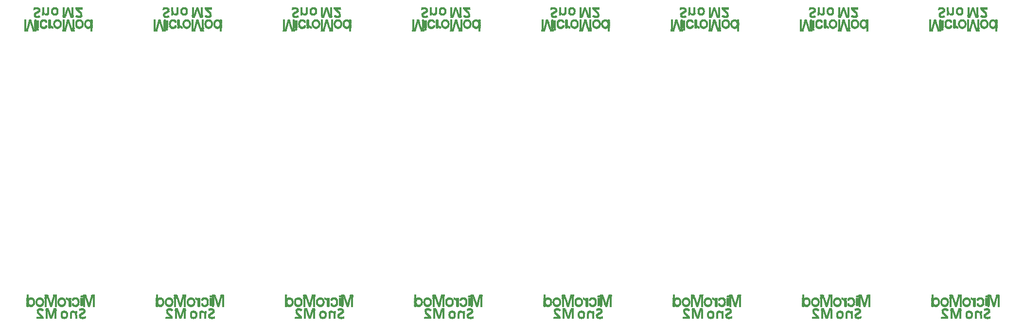
<source format=gbo>
G04 EAGLE Gerber RS-274X export*
G75*
%MOMM*%
%FSLAX34Y34*%
%LPD*%
%INSilkscreen Bottom*%
%IPPOS*%
%AMOC8*
5,1,8,0,0,1.08239X$1,22.5*%
G01*
%ADD10R,0.304800X0.025400*%
%ADD11R,0.228600X0.025400*%
%ADD12R,0.584200X0.025400*%
%ADD13R,0.355600X0.025400*%
%ADD14R,0.381000X0.025400*%
%ADD15R,0.482600X0.025400*%
%ADD16R,0.330200X0.025400*%
%ADD17R,1.244600X0.025400*%
%ADD18R,0.762000X0.025400*%
%ADD19R,0.609600X0.025400*%
%ADD20R,1.270000X0.025400*%
%ADD21R,0.863600X0.025400*%
%ADD22R,0.711200X0.025400*%
%ADD23R,0.406400X0.025400*%
%ADD24R,0.965200X0.025400*%
%ADD25R,0.812800X0.025400*%
%ADD26R,0.990600X0.025400*%
%ADD27R,1.016000X0.025400*%
%ADD28R,0.914400X0.025400*%
%ADD29R,0.457200X0.025400*%
%ADD30R,1.041400X0.025400*%
%ADD31R,1.066800X0.025400*%
%ADD32R,1.092200X0.025400*%
%ADD33R,1.117600X0.025400*%
%ADD34R,0.508000X0.025400*%
%ADD35R,0.533400X0.025400*%
%ADD36R,0.431800X0.025400*%
%ADD37R,0.558800X0.025400*%
%ADD38R,1.219200X0.025400*%
%ADD39R,0.254000X0.025400*%
%ADD40R,0.177800X0.025400*%
%ADD41R,0.101600X0.025400*%
%ADD42R,0.050800X0.025400*%
%ADD43R,0.279400X0.025400*%
%ADD44R,0.635000X0.025400*%
%ADD45R,0.660400X0.025400*%
%ADD46R,0.736600X0.025400*%
%ADD47R,0.685800X0.025400*%
%ADD48R,1.143000X0.025400*%
%ADD49R,1.193800X0.025400*%
%ADD50R,0.838200X0.025400*%
%ADD51R,0.787400X0.025400*%
%ADD52R,0.939800X0.025400*%
%ADD53R,0.889000X0.025400*%
%ADD54R,0.025400X0.025400*%
%ADD55R,0.076200X0.025400*%
%ADD56R,0.152400X0.025400*%
%ADD57R,0.203200X0.025400*%
%ADD58R,0.127000X0.025400*%
%ADD59R,1.168400X0.025400*%
%ADD60R,1.295400X0.025400*%
%ADD61R,1.320800X0.025400*%
%ADD62R,1.346200X0.025400*%
%ADD63R,1.371600X0.025400*%


D10*
X150241Y77470D03*
D11*
X118364Y77470D03*
D12*
X150368Y77724D03*
D13*
X138811Y77724D03*
D14*
X129794Y77724D03*
D15*
X118364Y77724D03*
D16*
X103124Y77724D03*
D13*
X95377Y77724D03*
X87249Y77724D03*
D17*
X75946Y77724D03*
D18*
X150495Y77978D03*
D13*
X138811Y77978D03*
D14*
X129794Y77978D03*
D19*
X118237Y77978D03*
D16*
X103124Y77978D03*
D14*
X95504Y77978D03*
D13*
X87249Y77978D03*
D20*
X76073Y77978D03*
D21*
X150495Y78232D03*
D13*
X138811Y78232D03*
D14*
X129794Y78232D03*
D22*
X118237Y78232D03*
D16*
X103124Y78232D03*
D23*
X95377Y78232D03*
D13*
X87249Y78232D03*
D20*
X76073Y78232D03*
D24*
X150495Y78486D03*
D13*
X138811Y78486D03*
D14*
X129794Y78486D03*
D25*
X118237Y78486D03*
D16*
X103124Y78486D03*
D23*
X95377Y78486D03*
D13*
X87249Y78486D03*
D20*
X76073Y78486D03*
D26*
X150368Y78740D03*
D13*
X138811Y78740D03*
D14*
X129794Y78740D03*
D21*
X118237Y78740D03*
D16*
X103124Y78740D03*
D23*
X95377Y78740D03*
D13*
X87249Y78740D03*
D20*
X76073Y78740D03*
D27*
X150241Y78994D03*
D13*
X138811Y78994D03*
D14*
X129794Y78994D03*
D28*
X118237Y78994D03*
D16*
X103124Y78994D03*
D29*
X95377Y78994D03*
D13*
X87249Y78994D03*
D20*
X76073Y78994D03*
D30*
X150114Y79248D03*
D13*
X138811Y79248D03*
D14*
X129794Y79248D03*
D24*
X118237Y79248D03*
D16*
X103124Y79248D03*
D29*
X95377Y79248D03*
D13*
X87249Y79248D03*
D20*
X76073Y79248D03*
D31*
X149987Y79502D03*
D13*
X138811Y79502D03*
D14*
X129794Y79502D03*
D27*
X118237Y79502D03*
D16*
X103124Y79502D03*
D29*
X95377Y79502D03*
D13*
X87249Y79502D03*
D20*
X76073Y79502D03*
D32*
X149860Y79756D03*
D13*
X138811Y79756D03*
D14*
X129794Y79756D03*
D31*
X118237Y79756D03*
D16*
X103124Y79756D03*
D15*
X95504Y79756D03*
D13*
X87249Y79756D03*
D20*
X76073Y79756D03*
D33*
X149733Y80010D03*
D13*
X138811Y80010D03*
D14*
X129794Y80010D03*
D31*
X118237Y80010D03*
D16*
X103124Y80010D03*
D34*
X95377Y80010D03*
D13*
X87249Y80010D03*
D20*
X76073Y80010D03*
D33*
X149733Y80264D03*
D13*
X138811Y80264D03*
D14*
X129794Y80264D03*
D33*
X118237Y80264D03*
D16*
X103124Y80264D03*
D34*
X95377Y80264D03*
D13*
X87249Y80264D03*
D17*
X75946Y80264D03*
D34*
X152781Y80518D03*
D12*
X146812Y80518D03*
D13*
X138811Y80518D03*
D14*
X129794Y80518D03*
D15*
X121666Y80518D03*
D34*
X114935Y80518D03*
D16*
X103124Y80518D03*
D35*
X95504Y80518D03*
D13*
X87249Y80518D03*
D17*
X75946Y80518D03*
D16*
X153670Y80772D03*
D29*
X146177Y80772D03*
D13*
X138811Y80772D03*
D14*
X129794Y80772D03*
D36*
X121920Y80772D03*
X114554Y80772D03*
D16*
X103124Y80772D03*
D37*
X95377Y80772D03*
D13*
X87249Y80772D03*
D38*
X75819Y80772D03*
D39*
X154051Y81026D03*
D23*
X145923Y81026D03*
D13*
X138811Y81026D03*
D14*
X129794Y81026D03*
D36*
X122174Y81026D03*
D23*
X114427Y81026D03*
D16*
X103124Y81026D03*
D37*
X95377Y81026D03*
D13*
X87249Y81026D03*
D23*
X79629Y81026D03*
D40*
X154432Y81280D03*
D23*
X145669Y81280D03*
D13*
X138811Y81280D03*
D14*
X129794Y81280D03*
D23*
X122301Y81280D03*
X114173Y81280D03*
D16*
X103124Y81280D03*
D12*
X95504Y81280D03*
D13*
X87249Y81280D03*
D23*
X79375Y81280D03*
D41*
X154813Y81534D03*
D14*
X145542Y81534D03*
D13*
X138811Y81534D03*
D14*
X129794Y81534D03*
X122428Y81534D03*
D23*
X114173Y81534D03*
D16*
X103124Y81534D03*
D19*
X95377Y81534D03*
D13*
X87249Y81534D03*
D36*
X78994Y81534D03*
D42*
X155067Y81788D03*
D14*
X145542Y81788D03*
D13*
X138811Y81788D03*
D14*
X129794Y81788D03*
D23*
X122555Y81788D03*
D14*
X114046Y81788D03*
D16*
X103124Y81788D03*
D19*
X95377Y81788D03*
D13*
X87249Y81788D03*
D36*
X78740Y81788D03*
D14*
X145542Y82042D03*
D13*
X138811Y82042D03*
D14*
X129794Y82042D03*
X122682Y82042D03*
D23*
X113919Y82042D03*
D16*
X103124Y82042D03*
D19*
X95377Y82042D03*
D13*
X87249Y82042D03*
D36*
X78486Y82042D03*
D14*
X145542Y82296D03*
D13*
X138811Y82296D03*
D14*
X129794Y82296D03*
X122682Y82296D03*
X113792Y82296D03*
D16*
X103124Y82296D03*
X97028Y82296D03*
D10*
X93599Y82296D03*
D13*
X87249Y82296D03*
D36*
X78232Y82296D03*
D14*
X145542Y82550D03*
D13*
X138811Y82550D03*
D14*
X129794Y82550D03*
X122936Y82550D03*
X113792Y82550D03*
D16*
X103124Y82550D03*
D10*
X97155Y82550D03*
X93599Y82550D03*
D13*
X87249Y82550D03*
D36*
X77978Y82550D03*
D14*
X145542Y82804D03*
D13*
X138811Y82804D03*
D14*
X129794Y82804D03*
X122936Y82804D03*
X113792Y82804D03*
D16*
X103124Y82804D03*
D10*
X97155Y82804D03*
D43*
X93472Y82804D03*
D13*
X87249Y82804D03*
D36*
X77724Y82804D03*
D14*
X145542Y83058D03*
D13*
X138811Y83058D03*
D14*
X129794Y83058D03*
X122936Y83058D03*
D23*
X113665Y83058D03*
D16*
X103124Y83058D03*
X97282Y83058D03*
D10*
X93345Y83058D03*
D13*
X87249Y83058D03*
D36*
X77470Y83058D03*
D23*
X145669Y83312D03*
D13*
X138811Y83312D03*
D14*
X129794Y83312D03*
X122936Y83312D03*
X113538Y83312D03*
D16*
X103124Y83312D03*
D10*
X97409Y83312D03*
X93345Y83312D03*
D13*
X87249Y83312D03*
D36*
X77216Y83312D03*
X145796Y83566D03*
D13*
X138811Y83566D03*
D14*
X129794Y83566D03*
X122936Y83566D03*
X113538Y83566D03*
D16*
X103124Y83566D03*
D10*
X97409Y83566D03*
D43*
X93218Y83566D03*
D13*
X87249Y83566D03*
D36*
X76962Y83566D03*
D29*
X145923Y83820D03*
D13*
X138811Y83820D03*
D14*
X129794Y83820D03*
X122936Y83820D03*
X113538Y83820D03*
D16*
X103124Y83820D03*
X97536Y83820D03*
D10*
X93091Y83820D03*
D13*
X87249Y83820D03*
D36*
X76708Y83820D03*
D29*
X146177Y84074D03*
D13*
X138811Y84074D03*
D14*
X129794Y84074D03*
X122936Y84074D03*
X113538Y84074D03*
D16*
X103124Y84074D03*
D10*
X97663Y84074D03*
X93091Y84074D03*
D13*
X87249Y84074D03*
D36*
X76454Y84074D03*
D15*
X146304Y84328D03*
D14*
X138684Y84328D03*
X129794Y84328D03*
X122936Y84328D03*
X113538Y84328D03*
D16*
X103124Y84328D03*
D10*
X97663Y84328D03*
D43*
X92964Y84328D03*
D13*
X87249Y84328D03*
D36*
X76200Y84328D03*
D35*
X146558Y84582D03*
D14*
X138684Y84582D03*
X129794Y84582D03*
X122936Y84582D03*
X113538Y84582D03*
D16*
X103124Y84582D03*
X97790Y84582D03*
D10*
X92837Y84582D03*
D13*
X87249Y84582D03*
D36*
X75946Y84582D03*
D37*
X146939Y84836D03*
D14*
X138684Y84836D03*
X129794Y84836D03*
X122936Y84836D03*
X113538Y84836D03*
D16*
X103124Y84836D03*
X97790Y84836D03*
D10*
X92837Y84836D03*
D13*
X87249Y84836D03*
D36*
X75692Y84836D03*
D19*
X147193Y85090D03*
D14*
X138684Y85090D03*
X129794Y85090D03*
X122936Y85090D03*
X113538Y85090D03*
D16*
X103124Y85090D03*
D10*
X97917Y85090D03*
D43*
X92710Y85090D03*
D13*
X87249Y85090D03*
D36*
X75438Y85090D03*
D44*
X147574Y85344D03*
D14*
X138684Y85344D03*
X129794Y85344D03*
X122936Y85344D03*
X113538Y85344D03*
D16*
X103124Y85344D03*
D10*
X97917Y85344D03*
X92583Y85344D03*
D13*
X87249Y85344D03*
D36*
X75184Y85344D03*
D45*
X147955Y85598D03*
D14*
X138684Y85598D03*
X129794Y85598D03*
X122936Y85598D03*
X113538Y85598D03*
D16*
X103124Y85598D03*
X98044Y85598D03*
D10*
X92583Y85598D03*
D13*
X87249Y85598D03*
D36*
X74930Y85598D03*
D22*
X148209Y85852D03*
D14*
X138684Y85852D03*
X129794Y85852D03*
X122936Y85852D03*
X113792Y85852D03*
D16*
X103124Y85852D03*
D10*
X98171Y85852D03*
D43*
X92456Y85852D03*
D13*
X87249Y85852D03*
D36*
X74676Y85852D03*
D46*
X148590Y86106D03*
D14*
X138684Y86106D03*
X129794Y86106D03*
X122936Y86106D03*
X113792Y86106D03*
D16*
X103124Y86106D03*
D10*
X98171Y86106D03*
X92329Y86106D03*
D13*
X87249Y86106D03*
D36*
X74422Y86106D03*
D46*
X149098Y86360D03*
D14*
X138684Y86360D03*
X129794Y86360D03*
X122936Y86360D03*
X113792Y86360D03*
D16*
X103124Y86360D03*
X98298Y86360D03*
D10*
X92329Y86360D03*
D13*
X87249Y86360D03*
D36*
X74168Y86360D03*
D46*
X149352Y86614D03*
D23*
X138557Y86614D03*
D14*
X129794Y86614D03*
D23*
X122809Y86614D03*
D14*
X113792Y86614D03*
D16*
X103124Y86614D03*
D10*
X98425Y86614D03*
D43*
X92202Y86614D03*
D13*
X87249Y86614D03*
D36*
X73914Y86614D03*
D46*
X149606Y86868D03*
D23*
X138557Y86868D03*
X129921Y86868D03*
D14*
X122682Y86868D03*
X113792Y86868D03*
D16*
X103124Y86868D03*
D10*
X98425Y86868D03*
X92075Y86868D03*
D13*
X87249Y86868D03*
D23*
X73787Y86868D03*
D22*
X149987Y87122D03*
D36*
X138430Y87122D03*
D14*
X130048Y87122D03*
X122682Y87122D03*
X114046Y87122D03*
D16*
X103124Y87122D03*
X98552Y87122D03*
D10*
X92075Y87122D03*
D13*
X87249Y87122D03*
D23*
X73533Y87122D03*
D22*
X150241Y87376D03*
D36*
X138430Y87376D03*
D14*
X130048Y87376D03*
D23*
X122555Y87376D03*
D14*
X114046Y87376D03*
D16*
X103124Y87376D03*
D10*
X98679Y87376D03*
D43*
X91948Y87376D03*
D13*
X87249Y87376D03*
D36*
X73406Y87376D03*
D47*
X150622Y87630D03*
D29*
X138303Y87630D03*
D23*
X130175Y87630D03*
D36*
X122428Y87630D03*
D23*
X114173Y87630D03*
D16*
X103124Y87630D03*
D10*
X98679Y87630D03*
X91821Y87630D03*
D13*
X87249Y87630D03*
D23*
X73279Y87630D03*
D45*
X151003Y87884D03*
D15*
X138176Y87884D03*
D23*
X130175Y87884D03*
X122301Y87884D03*
X114427Y87884D03*
D16*
X103124Y87884D03*
D10*
X98679Y87884D03*
X91821Y87884D03*
D13*
X87249Y87884D03*
D23*
X73025Y87884D03*
D19*
X151257Y88138D03*
D34*
X138049Y88138D03*
D29*
X130429Y88138D03*
X122047Y88138D03*
D36*
X114554Y88138D03*
D16*
X103124Y88138D03*
D10*
X98933Y88138D03*
D43*
X91694Y88138D03*
D13*
X87249Y88138D03*
D14*
X72898Y88138D03*
D12*
X151638Y88392D03*
D37*
X137795Y88392D03*
D15*
X130556Y88392D03*
X121666Y88392D03*
X114808Y88392D03*
D16*
X103124Y88392D03*
D10*
X98933Y88392D03*
X91567Y88392D03*
D13*
X87249Y88392D03*
D23*
X72771Y88392D03*
D35*
X151892Y88646D03*
D17*
X134366Y88646D03*
D48*
X118364Y88646D03*
D16*
X103124Y88646D03*
D10*
X98933Y88646D03*
X91567Y88646D03*
D13*
X87249Y88646D03*
D14*
X72644Y88646D03*
D34*
X152273Y88900D03*
D38*
X134493Y88900D03*
D32*
X118364Y88900D03*
D16*
X103124Y88900D03*
X99060Y88900D03*
D43*
X91440Y88900D03*
D13*
X87249Y88900D03*
D14*
X72644Y88900D03*
D29*
X152527Y89154D03*
D38*
X134493Y89154D03*
D30*
X118364Y89154D03*
D16*
X103124Y89154D03*
D10*
X99187Y89154D03*
X91313Y89154D03*
D13*
X87249Y89154D03*
D14*
X72390Y89154D03*
D36*
X152654Y89408D03*
D49*
X134620Y89408D03*
D30*
X118364Y89408D03*
D16*
X103124Y89408D03*
D10*
X99187Y89408D03*
X91313Y89408D03*
D13*
X87249Y89408D03*
D14*
X72390Y89408D03*
D36*
X152908Y89662D03*
D16*
X138938Y89662D03*
D50*
X132842Y89662D03*
D26*
X118364Y89662D03*
D16*
X103124Y89662D03*
X99314Y89662D03*
D43*
X91186Y89662D03*
D13*
X87249Y89662D03*
X72263Y89662D03*
D23*
X153035Y89916D03*
D16*
X138938Y89916D03*
D51*
X132842Y89916D03*
D52*
X118364Y89916D03*
D16*
X103124Y89916D03*
D10*
X99441Y89916D03*
X91059Y89916D03*
D13*
X87249Y89916D03*
X72263Y89916D03*
D14*
X153162Y90170D03*
D10*
X139065Y90170D03*
D46*
X132842Y90170D03*
D53*
X118364Y90170D03*
D16*
X103124Y90170D03*
D10*
X99441Y90170D03*
X91059Y90170D03*
D13*
X87249Y90170D03*
D14*
X72136Y90170D03*
X153162Y90424D03*
D10*
X139065Y90424D03*
D47*
X132842Y90424D03*
D51*
X118364Y90424D03*
D16*
X103124Y90424D03*
X99568Y90424D03*
D43*
X90932Y90424D03*
D13*
X87249Y90424D03*
D14*
X72136Y90424D03*
X153162Y90678D03*
D10*
X139065Y90678D03*
D44*
X132842Y90678D03*
D46*
X118364Y90678D03*
D16*
X103124Y90678D03*
D10*
X99695Y90678D03*
X90805Y90678D03*
D13*
X87249Y90678D03*
D14*
X72136Y90678D03*
X153162Y90932D03*
D10*
X139065Y90932D03*
D37*
X132715Y90932D03*
D44*
X118364Y90932D03*
D16*
X103124Y90932D03*
D10*
X99695Y90932D03*
X90805Y90932D03*
D13*
X87249Y90932D03*
D54*
X80264Y90932D03*
D14*
X72136Y90932D03*
X153162Y91186D03*
D43*
X139192Y91186D03*
D29*
X132715Y91186D03*
D34*
X118237Y91186D03*
D16*
X103124Y91186D03*
D10*
X99695Y91186D03*
X90805Y91186D03*
D13*
X87249Y91186D03*
D55*
X80264Y91186D03*
D14*
X72136Y91186D03*
X153162Y91440D03*
D43*
X132842Y91440D03*
D16*
X118364Y91440D03*
D44*
X101600Y91440D03*
D45*
X88773Y91440D03*
D56*
X80137Y91440D03*
D23*
X72263Y91440D03*
X153035Y91694D03*
D54*
X145034Y91694D03*
D44*
X101600Y91694D03*
D45*
X88773Y91694D03*
D57*
X80137Y91694D03*
D14*
X72390Y91694D03*
D23*
X153035Y91948D03*
D58*
X145288Y91948D03*
D44*
X101600Y91948D03*
D45*
X88773Y91948D03*
D43*
X80010Y91948D03*
D23*
X72517Y91948D03*
X152781Y92202D03*
D57*
X145669Y92202D03*
D44*
X101600Y92202D03*
X88646Y92202D03*
D16*
X79756Y92202D03*
D36*
X72644Y92202D03*
D29*
X152527Y92456D03*
D43*
X146050Y92456D03*
D19*
X101727Y92456D03*
D44*
X88646Y92456D03*
D36*
X79502Y92456D03*
D15*
X72898Y92456D03*
D30*
X149606Y92710D03*
D19*
X101727Y92710D03*
D44*
X88646Y92710D03*
D48*
X76200Y92710D03*
D27*
X149479Y92964D03*
D19*
X101727Y92964D03*
X88519Y92964D03*
D48*
X76454Y92964D03*
D30*
X149352Y93218D03*
D12*
X101854Y93218D03*
D19*
X88519Y93218D03*
D59*
X76581Y93218D03*
D27*
X149225Y93472D03*
D12*
X101854Y93472D03*
D19*
X88519Y93472D03*
D33*
X76581Y93472D03*
D30*
X149098Y93726D03*
D12*
X101854Y93726D03*
X88392Y93726D03*
D31*
X76581Y93726D03*
D27*
X148971Y93980D03*
D37*
X101981Y93980D03*
D12*
X88392Y93980D03*
D26*
X76454Y93980D03*
X148844Y94234D03*
D37*
X101981Y94234D03*
D12*
X88392Y94234D03*
D24*
X76327Y94234D03*
D26*
X148590Y94488D03*
D37*
X101981Y94488D03*
X88265Y94488D03*
D53*
X76200Y94488D03*
X148590Y94742D03*
D35*
X102108Y94742D03*
D37*
X88265Y94742D03*
D25*
X76327Y94742D03*
X148717Y94996D03*
D35*
X102108Y94996D03*
D37*
X88265Y94996D03*
D46*
X76200Y94996D03*
D45*
X148971Y95250D03*
D35*
X102108Y95250D03*
X88138Y95250D03*
D44*
X76200Y95250D03*
D34*
X148971Y95504D03*
D35*
X102108Y95504D03*
D34*
X88265Y95504D03*
D15*
X76200Y95504D03*
D56*
X148971Y95758D03*
X76073Y95758D03*
D14*
X169418Y98552D03*
D13*
X161417Y98552D03*
D23*
X152273Y98552D03*
D16*
X137922Y98552D03*
D13*
X113665Y98552D03*
X103251Y98552D03*
X95123Y98552D03*
D23*
X85979Y98552D03*
D16*
X75438Y98552D03*
X60198Y98552D03*
D10*
X54229Y98552D03*
D14*
X169418Y98806D03*
D13*
X161417Y98806D03*
D23*
X152273Y98806D03*
D35*
X137922Y98806D03*
D16*
X127762Y98806D03*
D34*
X113665Y98806D03*
D13*
X103251Y98806D03*
X95123Y98806D03*
D23*
X85979Y98806D03*
D15*
X75438Y98806D03*
X60198Y98806D03*
D14*
X54356Y98806D03*
X169418Y99060D03*
X161290Y99060D03*
D23*
X152273Y99060D03*
D45*
X137795Y99060D03*
D14*
X127762Y99060D03*
D19*
X113665Y99060D03*
D13*
X103251Y99060D03*
D14*
X95250Y99060D03*
D23*
X85979Y99060D03*
D44*
X75438Y99060D03*
D12*
X60198Y99060D03*
D14*
X54356Y99060D03*
X169418Y99314D03*
X161290Y99314D03*
D23*
X152273Y99314D03*
D46*
X137668Y99314D03*
D36*
X127762Y99314D03*
D22*
X113665Y99314D03*
D13*
X103251Y99314D03*
D23*
X95123Y99314D03*
X85979Y99314D03*
D46*
X75438Y99314D03*
D47*
X60198Y99314D03*
D23*
X54229Y99314D03*
D14*
X169418Y99568D03*
D23*
X161417Y99568D03*
X152273Y99568D03*
D25*
X137795Y99568D03*
D36*
X127762Y99568D03*
D51*
X113792Y99568D03*
D13*
X103251Y99568D03*
D23*
X95123Y99568D03*
X85979Y99568D03*
D51*
X75438Y99568D03*
D59*
X58039Y99568D03*
D14*
X169418Y99822D03*
D36*
X161290Y99822D03*
D23*
X152273Y99822D03*
D53*
X137668Y99822D03*
D36*
X127762Y99822D03*
D21*
X113665Y99822D03*
D13*
X103251Y99822D03*
D23*
X95123Y99822D03*
X85979Y99822D03*
D21*
X75565Y99822D03*
D38*
X58293Y99822D03*
D14*
X169418Y100076D03*
D36*
X161290Y100076D03*
D23*
X152273Y100076D03*
D52*
X137668Y100076D03*
D36*
X127762Y100076D03*
D28*
X113665Y100076D03*
D13*
X103251Y100076D03*
D29*
X95123Y100076D03*
D23*
X85979Y100076D03*
D52*
X75438Y100076D03*
D17*
X58420Y100076D03*
D14*
X169418Y100330D03*
D36*
X161290Y100330D03*
D23*
X152273Y100330D03*
D16*
X148336Y100330D03*
D26*
X137668Y100330D03*
D36*
X127762Y100330D03*
D26*
X113792Y100330D03*
D13*
X103251Y100330D03*
D29*
X95123Y100330D03*
D23*
X85979Y100330D03*
D26*
X75438Y100330D03*
D20*
X58547Y100330D03*
D14*
X169418Y100584D03*
D15*
X161290Y100584D03*
D51*
X150368Y100584D03*
D30*
X137668Y100584D03*
D36*
X127762Y100584D03*
D30*
X113792Y100584D03*
D13*
X103251Y100584D03*
D29*
X95123Y100584D03*
D23*
X85979Y100584D03*
D30*
X75438Y100584D03*
D60*
X58674Y100584D03*
D14*
X169418Y100838D03*
D15*
X161290Y100838D03*
D25*
X150241Y100838D03*
D32*
X137668Y100838D03*
D36*
X127762Y100838D03*
D32*
X113792Y100838D03*
D13*
X103251Y100838D03*
D34*
X95123Y100838D03*
D23*
X85979Y100838D03*
D32*
X75438Y100838D03*
D61*
X58801Y100838D03*
D14*
X169418Y101092D03*
D15*
X161290Y101092D03*
D25*
X150241Y101092D03*
D33*
X137795Y101092D03*
D36*
X127762Y101092D03*
D33*
X113665Y101092D03*
D13*
X103251Y101092D03*
D34*
X95123Y101092D03*
D23*
X85979Y101092D03*
D48*
X75438Y101092D03*
D62*
X58928Y101092D03*
D14*
X169418Y101346D03*
D35*
X161290Y101346D03*
D25*
X150241Y101346D03*
D59*
X137795Y101346D03*
D36*
X127762Y101346D03*
D59*
X113665Y101346D03*
D13*
X103251Y101346D03*
D34*
X95123Y101346D03*
D23*
X85979Y101346D03*
D59*
X75565Y101346D03*
D62*
X58928Y101346D03*
D14*
X169418Y101600D03*
D35*
X161290Y101600D03*
D25*
X150241Y101600D03*
D37*
X140843Y101600D03*
D34*
X134493Y101600D03*
D36*
X127762Y101600D03*
D49*
X113792Y101600D03*
D13*
X103251Y101600D03*
D34*
X95123Y101600D03*
D23*
X85979Y101600D03*
D49*
X75438Y101600D03*
D63*
X59055Y101600D03*
D14*
X169418Y101854D03*
D35*
X161290Y101854D03*
D25*
X150241Y101854D03*
D34*
X141351Y101854D03*
D29*
X133985Y101854D03*
D36*
X127762Y101854D03*
D35*
X117348Y101854D03*
D34*
X110109Y101854D03*
D13*
X103251Y101854D03*
D37*
X95123Y101854D03*
D23*
X85979Y101854D03*
D35*
X78994Y101854D03*
X71882Y101854D03*
D34*
X63627Y101854D03*
D22*
X55753Y101854D03*
D14*
X169418Y102108D03*
D37*
X161163Y102108D03*
D25*
X150241Y102108D03*
D29*
X141605Y102108D03*
D23*
X133731Y102108D03*
D36*
X127762Y102108D03*
D29*
X117729Y102108D03*
D15*
X109728Y102108D03*
D13*
X103251Y102108D03*
D37*
X95123Y102108D03*
D23*
X85979Y102108D03*
D15*
X79502Y102108D03*
D29*
X71501Y102108D03*
X63881Y102108D03*
D44*
X55372Y102108D03*
D14*
X169418Y102362D03*
D12*
X161290Y102362D03*
D25*
X150241Y102362D03*
D29*
X141859Y102362D03*
D23*
X133477Y102362D03*
D36*
X127762Y102362D03*
D29*
X117983Y102362D03*
D36*
X109474Y102362D03*
D13*
X103251Y102362D03*
D37*
X95123Y102362D03*
D23*
X85979Y102362D03*
D36*
X79756Y102362D03*
X71120Y102362D03*
X64262Y102362D03*
D19*
X55245Y102362D03*
D14*
X169418Y102616D03*
D12*
X161290Y102616D03*
D25*
X150241Y102616D03*
D23*
X142113Y102616D03*
X133477Y102616D03*
D36*
X127762Y102616D03*
D23*
X118237Y102616D03*
D36*
X109220Y102616D03*
D13*
X103251Y102616D03*
D12*
X94996Y102616D03*
D23*
X85979Y102616D03*
D36*
X80010Y102616D03*
D23*
X70993Y102616D03*
X64389Y102616D03*
D12*
X55118Y102616D03*
D14*
X169418Y102870D03*
D19*
X161163Y102870D03*
D25*
X150241Y102870D03*
D36*
X142240Y102870D03*
D14*
X133350Y102870D03*
D36*
X127762Y102870D03*
D23*
X118491Y102870D03*
X109093Y102870D03*
D13*
X103251Y102870D03*
D19*
X95123Y102870D03*
D23*
X85979Y102870D03*
X80137Y102870D03*
X70739Y102870D03*
X64643Y102870D03*
D37*
X54991Y102870D03*
D14*
X169418Y103124D03*
D19*
X161163Y103124D03*
D25*
X150241Y103124D03*
D23*
X142367Y103124D03*
D14*
X133350Y103124D03*
D36*
X127762Y103124D03*
D14*
X118618Y103124D03*
D23*
X108839Y103124D03*
D13*
X103251Y103124D03*
D19*
X95123Y103124D03*
D23*
X85979Y103124D03*
D14*
X80264Y103124D03*
X70612Y103124D03*
X64770Y103124D03*
D35*
X54864Y103124D03*
D14*
X169418Y103378D03*
D44*
X161290Y103378D03*
D25*
X150241Y103378D03*
D14*
X142494Y103378D03*
X133096Y103378D03*
D36*
X127762Y103378D03*
D23*
X118745Y103378D03*
D14*
X108712Y103378D03*
D13*
X103251Y103378D03*
D44*
X94996Y103378D03*
D23*
X85979Y103378D03*
D14*
X80518Y103378D03*
X70358Y103378D03*
D13*
X64897Y103378D03*
D34*
X54737Y103378D03*
D14*
X169418Y103632D03*
D45*
X161163Y103632D03*
D25*
X150241Y103632D03*
D23*
X142621Y103632D03*
D14*
X133096Y103632D03*
D36*
X127762Y103632D03*
D14*
X118872Y103632D03*
D13*
X108585Y103632D03*
X103251Y103632D03*
D45*
X95123Y103632D03*
D23*
X85979Y103632D03*
D13*
X80645Y103632D03*
D14*
X70358Y103632D03*
X65024Y103632D03*
D15*
X54610Y103632D03*
D14*
X169418Y103886D03*
D45*
X161163Y103886D03*
D25*
X150241Y103886D03*
D23*
X142621Y103886D03*
D14*
X133096Y103886D03*
D36*
X127762Y103886D03*
D13*
X118999Y103886D03*
D14*
X108458Y103886D03*
D13*
X103251Y103886D03*
D45*
X95123Y103886D03*
D23*
X85979Y103886D03*
D14*
X80772Y103886D03*
D13*
X70231Y103886D03*
X65151Y103886D03*
D15*
X54610Y103886D03*
D14*
X169418Y104140D03*
D45*
X161163Y104140D03*
D25*
X150241Y104140D03*
D14*
X142748Y104140D03*
X133096Y104140D03*
D36*
X127762Y104140D03*
D14*
X119126Y104140D03*
D13*
X108331Y104140D03*
X103251Y104140D03*
D47*
X94996Y104140D03*
D23*
X85979Y104140D03*
D13*
X80899Y104140D03*
X69977Y104140D03*
X65151Y104140D03*
D29*
X54483Y104140D03*
D14*
X169418Y104394D03*
D47*
X161290Y104394D03*
D25*
X150241Y104394D03*
D14*
X142748Y104394D03*
D36*
X127762Y104394D03*
D13*
X119253Y104394D03*
X108331Y104394D03*
X103251Y104394D03*
D47*
X94996Y104394D03*
D23*
X85979Y104394D03*
D13*
X80899Y104394D03*
X69977Y104394D03*
X65405Y104394D03*
D29*
X54483Y104394D03*
D14*
X169418Y104648D03*
D22*
X161163Y104648D03*
D25*
X150241Y104648D03*
D14*
X142748Y104648D03*
D36*
X127762Y104648D03*
D13*
X119253Y104648D03*
X108077Y104648D03*
X103251Y104648D03*
D22*
X95123Y104648D03*
D23*
X85979Y104648D03*
D16*
X81026Y104648D03*
D13*
X69977Y104648D03*
X65405Y104648D03*
D29*
X54483Y104648D03*
D14*
X169418Y104902D03*
D22*
X161163Y104902D03*
D25*
X150241Y104902D03*
D14*
X142748Y104902D03*
D36*
X127762Y104902D03*
D16*
X119380Y104902D03*
D13*
X108077Y104902D03*
X103251Y104902D03*
D22*
X95123Y104902D03*
D23*
X85979Y104902D03*
D13*
X81153Y104902D03*
D16*
X69850Y104902D03*
D13*
X65405Y104902D03*
D36*
X54356Y104902D03*
D14*
X169418Y105156D03*
D22*
X161163Y105156D03*
D25*
X150241Y105156D03*
D13*
X142875Y105156D03*
D36*
X127762Y105156D03*
D16*
X119380Y105156D03*
D13*
X108077Y105156D03*
X103251Y105156D03*
D46*
X94996Y105156D03*
D23*
X85979Y105156D03*
D13*
X81153Y105156D03*
X69723Y105156D03*
D16*
X65532Y105156D03*
D36*
X54356Y105156D03*
D14*
X169418Y105410D03*
D13*
X163195Y105410D03*
X159131Y105410D03*
D25*
X150241Y105410D03*
D13*
X142875Y105410D03*
D36*
X127762Y105410D03*
D13*
X119507Y105410D03*
D16*
X107950Y105410D03*
D13*
X103251Y105410D03*
X96901Y105410D03*
X93091Y105410D03*
D23*
X85979Y105410D03*
D13*
X81153Y105410D03*
X69723Y105410D03*
D16*
X65532Y105410D03*
D36*
X54356Y105410D03*
D14*
X169418Y105664D03*
D13*
X163195Y105664D03*
X159131Y105664D03*
D25*
X150241Y105664D03*
D14*
X143002Y105664D03*
D36*
X127762Y105664D03*
D13*
X119507Y105664D03*
D16*
X107950Y105664D03*
D13*
X103251Y105664D03*
D14*
X97028Y105664D03*
D13*
X93091Y105664D03*
D23*
X85979Y105664D03*
D16*
X81280Y105664D03*
D13*
X69723Y105664D03*
D16*
X65532Y105664D03*
D36*
X54356Y105664D03*
D14*
X169418Y105918D03*
D13*
X163195Y105918D03*
X159131Y105918D03*
D25*
X150241Y105918D03*
D14*
X143002Y105918D03*
D36*
X127762Y105918D03*
D13*
X119507Y105918D03*
D16*
X107950Y105918D03*
D13*
X103251Y105918D03*
X97155Y105918D03*
X92837Y105918D03*
D23*
X85979Y105918D03*
D16*
X81280Y105918D03*
X69596Y105918D03*
D13*
X65659Y105918D03*
D23*
X54229Y105918D03*
D14*
X169418Y106172D03*
X163322Y106172D03*
D13*
X158877Y106172D03*
D25*
X150241Y106172D03*
D14*
X143002Y106172D03*
D36*
X127762Y106172D03*
D13*
X119507Y106172D03*
D16*
X107950Y106172D03*
D13*
X103251Y106172D03*
X97155Y106172D03*
X92837Y106172D03*
D23*
X85979Y106172D03*
D16*
X81280Y106172D03*
X69596Y106172D03*
D13*
X65659Y106172D03*
D23*
X54229Y106172D03*
D14*
X169418Y106426D03*
D13*
X163449Y106426D03*
X158877Y106426D03*
D25*
X150241Y106426D03*
D14*
X143002Y106426D03*
D36*
X127762Y106426D03*
D16*
X119634Y106426D03*
X107950Y106426D03*
D13*
X103251Y106426D03*
D14*
X97282Y106426D03*
D16*
X92710Y106426D03*
D23*
X85979Y106426D03*
D16*
X81280Y106426D03*
X69596Y106426D03*
D13*
X65659Y106426D03*
D23*
X54229Y106426D03*
D14*
X169418Y106680D03*
D13*
X163449Y106680D03*
X158877Y106680D03*
D25*
X150241Y106680D03*
D14*
X143002Y106680D03*
D36*
X127762Y106680D03*
D16*
X119634Y106680D03*
X107950Y106680D03*
D13*
X103251Y106680D03*
D14*
X97282Y106680D03*
D13*
X92583Y106680D03*
D23*
X85979Y106680D03*
D16*
X81280Y106680D03*
X69596Y106680D03*
D13*
X65659Y106680D03*
D23*
X54229Y106680D03*
D14*
X169418Y106934D03*
D13*
X163449Y106934D03*
X158623Y106934D03*
D25*
X150241Y106934D03*
D14*
X143002Y106934D03*
D36*
X127762Y106934D03*
D13*
X119507Y106934D03*
D16*
X107950Y106934D03*
D13*
X103251Y106934D03*
X97409Y106934D03*
X92583Y106934D03*
D23*
X85979Y106934D03*
D16*
X81280Y106934D03*
X69596Y106934D03*
D13*
X65659Y106934D03*
D23*
X54229Y106934D03*
D14*
X169418Y107188D03*
D13*
X163703Y107188D03*
X158623Y107188D03*
D25*
X150241Y107188D03*
D14*
X143002Y107188D03*
D36*
X127762Y107188D03*
D13*
X119507Y107188D03*
D16*
X107950Y107188D03*
D13*
X103251Y107188D03*
X97409Y107188D03*
D16*
X92456Y107188D03*
D23*
X85979Y107188D03*
D16*
X81280Y107188D03*
X69596Y107188D03*
D13*
X65659Y107188D03*
D23*
X54229Y107188D03*
D14*
X169418Y107442D03*
D13*
X163703Y107442D03*
X158623Y107442D03*
D25*
X150241Y107442D03*
D14*
X143002Y107442D03*
D36*
X127762Y107442D03*
D13*
X119507Y107442D03*
D16*
X107950Y107442D03*
D13*
X103251Y107442D03*
D14*
X97536Y107442D03*
D13*
X92329Y107442D03*
D23*
X85979Y107442D03*
D16*
X81280Y107442D03*
D13*
X69723Y107442D03*
D16*
X65532Y107442D03*
D36*
X54356Y107442D03*
D14*
X169418Y107696D03*
D13*
X163703Y107696D03*
X158369Y107696D03*
D25*
X150241Y107696D03*
D14*
X143002Y107696D03*
D36*
X127762Y107696D03*
D13*
X119507Y107696D03*
D16*
X107950Y107696D03*
D13*
X103251Y107696D03*
X97663Y107696D03*
X92329Y107696D03*
D23*
X85979Y107696D03*
D13*
X81153Y107696D03*
X69723Y107696D03*
D16*
X65532Y107696D03*
D36*
X54356Y107696D03*
D14*
X169418Y107950D03*
D16*
X163830Y107950D03*
D13*
X158369Y107950D03*
D25*
X150241Y107950D03*
D13*
X142875Y107950D03*
D36*
X127762Y107950D03*
D16*
X119380Y107950D03*
D13*
X108077Y107950D03*
X103251Y107950D03*
X97663Y107950D03*
D16*
X92202Y107950D03*
D23*
X85979Y107950D03*
D13*
X81153Y107950D03*
X69723Y107950D03*
D16*
X65532Y107950D03*
D36*
X54356Y107950D03*
D14*
X169418Y108204D03*
D13*
X163957Y108204D03*
X158369Y108204D03*
D25*
X150241Y108204D03*
D14*
X142748Y108204D03*
D36*
X127762Y108204D03*
D16*
X119380Y108204D03*
D13*
X108077Y108204D03*
X103251Y108204D03*
X97663Y108204D03*
D16*
X92202Y108204D03*
D23*
X85979Y108204D03*
D13*
X81153Y108204D03*
D16*
X69850Y108204D03*
D13*
X65405Y108204D03*
D36*
X54356Y108204D03*
D14*
X169418Y108458D03*
D13*
X163957Y108458D03*
X158115Y108458D03*
D25*
X150241Y108458D03*
D14*
X142748Y108458D03*
D36*
X127762Y108458D03*
D13*
X119253Y108458D03*
X108077Y108458D03*
X103251Y108458D03*
X97917Y108458D03*
X92075Y108458D03*
D23*
X85979Y108458D03*
D16*
X81026Y108458D03*
D13*
X69977Y108458D03*
X65405Y108458D03*
D29*
X54483Y108458D03*
D14*
X169418Y108712D03*
D13*
X163957Y108712D03*
X158115Y108712D03*
D25*
X150241Y108712D03*
D14*
X142748Y108712D03*
D29*
X127635Y108712D03*
D13*
X119253Y108712D03*
X108331Y108712D03*
X103251Y108712D03*
X97917Y108712D03*
D16*
X91948Y108712D03*
D23*
X85979Y108712D03*
D13*
X80899Y108712D03*
X69977Y108712D03*
X65405Y108712D03*
D29*
X54483Y108712D03*
D14*
X169418Y108966D03*
D16*
X164084Y108966D03*
X157988Y108966D03*
D25*
X150241Y108966D03*
D14*
X142748Y108966D03*
D29*
X127635Y108966D03*
D14*
X119126Y108966D03*
D13*
X108331Y108966D03*
X103251Y108966D03*
X97917Y108966D03*
D16*
X91948Y108966D03*
D23*
X85979Y108966D03*
D13*
X80899Y108966D03*
X69977Y108966D03*
X65151Y108966D03*
D29*
X54483Y108966D03*
D14*
X169418Y109220D03*
D13*
X164211Y109220D03*
D16*
X157988Y109220D03*
D25*
X150241Y109220D03*
D14*
X142748Y109220D03*
X133096Y109220D03*
D15*
X127508Y109220D03*
D13*
X118999Y109220D03*
D14*
X108458Y109220D03*
D13*
X103251Y109220D03*
X97917Y109220D03*
X91821Y109220D03*
D23*
X85979Y109220D03*
D14*
X80772Y109220D03*
D13*
X70231Y109220D03*
X65151Y109220D03*
D15*
X54610Y109220D03*
D14*
X169418Y109474D03*
D13*
X164211Y109474D03*
X157861Y109474D03*
D25*
X150241Y109474D03*
D23*
X142621Y109474D03*
D14*
X133096Y109474D03*
D34*
X127381Y109474D03*
D14*
X118872Y109474D03*
D13*
X108585Y109474D03*
X103251Y109474D03*
X98171Y109474D03*
D16*
X91694Y109474D03*
D23*
X85979Y109474D03*
D13*
X80645Y109474D03*
D14*
X70358Y109474D03*
X65024Y109474D03*
D15*
X54610Y109474D03*
D14*
X169418Y109728D03*
D16*
X164338Y109728D03*
X157734Y109728D03*
D25*
X150241Y109728D03*
D23*
X142621Y109728D03*
D14*
X133096Y109728D03*
D35*
X127254Y109728D03*
D14*
X118872Y109728D03*
X108712Y109728D03*
D13*
X103251Y109728D03*
X98171Y109728D03*
D16*
X91694Y109728D03*
D23*
X85979Y109728D03*
D14*
X80518Y109728D03*
X70358Y109728D03*
D13*
X64897Y109728D03*
D34*
X54737Y109728D03*
D14*
X169418Y109982D03*
D16*
X164338Y109982D03*
X157734Y109982D03*
D25*
X150241Y109982D03*
D14*
X142494Y109982D03*
X133096Y109982D03*
D12*
X127000Y109982D03*
D14*
X118618Y109982D03*
D23*
X108839Y109982D03*
D13*
X103251Y109982D03*
X98171Y109982D03*
X91567Y109982D03*
D23*
X85979Y109982D03*
D14*
X80264Y109982D03*
X70612Y109982D03*
X64770Y109982D03*
D35*
X54864Y109982D03*
D14*
X169418Y110236D03*
D13*
X164465Y110236D03*
X157607Y110236D03*
D25*
X150241Y110236D03*
D23*
X142367Y110236D03*
D14*
X133350Y110236D03*
D44*
X126746Y110236D03*
D23*
X118491Y110236D03*
X109093Y110236D03*
D13*
X103251Y110236D03*
X98425Y110236D03*
D16*
X91440Y110236D03*
D23*
X85979Y110236D03*
X80137Y110236D03*
X70739Y110236D03*
X64643Y110236D03*
D37*
X54991Y110236D03*
D14*
X169418Y110490D03*
D13*
X164465Y110490D03*
D16*
X157480Y110490D03*
D25*
X150241Y110490D03*
D36*
X142240Y110490D03*
D14*
X133350Y110490D03*
D47*
X126492Y110490D03*
D23*
X118237Y110490D03*
D36*
X109220Y110490D03*
D13*
X103251Y110490D03*
X98425Y110490D03*
D16*
X91440Y110490D03*
D23*
X85979Y110490D03*
D36*
X80010Y110490D03*
D23*
X70993Y110490D03*
X64389Y110490D03*
D12*
X55118Y110490D03*
D14*
X169418Y110744D03*
D16*
X164592Y110744D03*
X157480Y110744D03*
D25*
X150241Y110744D03*
D36*
X141986Y110744D03*
D23*
X133477Y110744D03*
D25*
X125857Y110744D03*
D29*
X117983Y110744D03*
D36*
X109474Y110744D03*
D13*
X103251Y110744D03*
X98425Y110744D03*
D16*
X91186Y110744D03*
D23*
X85979Y110744D03*
D36*
X79756Y110744D03*
X71120Y110744D03*
X64262Y110744D03*
D19*
X55245Y110744D03*
D14*
X169418Y110998D03*
D13*
X164719Y110998D03*
X157353Y110998D03*
D25*
X150241Y110998D03*
D29*
X141859Y110998D03*
D36*
X133604Y110998D03*
D21*
X125603Y110998D03*
D29*
X117729Y110998D03*
D15*
X109728Y110998D03*
D13*
X103251Y110998D03*
X98425Y110998D03*
D16*
X91186Y110998D03*
D23*
X85979Y110998D03*
D15*
X79502Y110998D03*
D29*
X71501Y110998D03*
X63881Y110998D03*
D44*
X55372Y110998D03*
D14*
X169418Y111252D03*
D13*
X164719Y111252D03*
D16*
X157226Y111252D03*
D25*
X150241Y111252D03*
D29*
X141605Y111252D03*
D36*
X133858Y111252D03*
D53*
X125476Y111252D03*
D35*
X117348Y111252D03*
D34*
X110109Y111252D03*
D13*
X103251Y111252D03*
X98679Y111252D03*
D16*
X91186Y111252D03*
D23*
X85979Y111252D03*
D34*
X79121Y111252D03*
D35*
X71882Y111252D03*
D34*
X63627Y111252D03*
D22*
X55753Y111252D03*
D14*
X169418Y111506D03*
D16*
X164846Y111506D03*
X157226Y111506D03*
D25*
X150241Y111506D03*
D34*
X141351Y111506D03*
D15*
X134112Y111506D03*
D53*
X125476Y111506D03*
D49*
X113792Y111506D03*
D13*
X103251Y111506D03*
X98679Y111506D03*
D10*
X91059Y111506D03*
D23*
X85979Y111506D03*
D49*
X75438Y111506D03*
D63*
X59055Y111506D03*
D14*
X169418Y111760D03*
D16*
X164846Y111760D03*
D13*
X157099Y111760D03*
D25*
X150241Y111760D03*
D59*
X137795Y111760D03*
D53*
X125476Y111760D03*
D59*
X113665Y111760D03*
D13*
X103251Y111760D03*
X98679Y111760D03*
D16*
X90932Y111760D03*
D23*
X85979Y111760D03*
D59*
X75565Y111760D03*
D62*
X58928Y111760D03*
D14*
X169418Y112014D03*
D13*
X164973Y112014D03*
D16*
X156972Y112014D03*
D25*
X150241Y112014D03*
D48*
X137668Y112014D03*
D36*
X127762Y112014D03*
X123190Y112014D03*
D33*
X113665Y112014D03*
D13*
X103251Y112014D03*
D16*
X98806Y112014D03*
X90932Y112014D03*
D23*
X85979Y112014D03*
D48*
X75438Y112014D03*
D62*
X58928Y112014D03*
D14*
X169418Y112268D03*
D13*
X164973Y112268D03*
D16*
X156972Y112268D03*
D25*
X150241Y112268D03*
D33*
X137795Y112268D03*
D36*
X127762Y112268D03*
X123190Y112268D03*
D32*
X113792Y112268D03*
D13*
X103251Y112268D03*
X98933Y112268D03*
D10*
X90805Y112268D03*
D23*
X85979Y112268D03*
D32*
X75438Y112268D03*
D61*
X58801Y112268D03*
D14*
X169418Y112522D03*
D16*
X165100Y112522D03*
X156718Y112522D03*
D25*
X150241Y112522D03*
D31*
X137795Y112522D03*
D36*
X127762Y112522D03*
D23*
X123063Y112522D03*
D30*
X113792Y112522D03*
D13*
X103251Y112522D03*
X98933Y112522D03*
D16*
X90678Y112522D03*
D23*
X85979Y112522D03*
D30*
X75438Y112522D03*
D60*
X58674Y112522D03*
D14*
X169418Y112776D03*
D16*
X165100Y112776D03*
X156718Y112776D03*
D25*
X150241Y112776D03*
D30*
X137668Y112776D03*
D36*
X127762Y112776D03*
D14*
X122936Y112776D03*
D26*
X113792Y112776D03*
D13*
X103251Y112776D03*
X98933Y112776D03*
D16*
X90678Y112776D03*
D23*
X85979Y112776D03*
D26*
X75438Y112776D03*
D20*
X58547Y112776D03*
D14*
X169418Y113030D03*
D13*
X165227Y113030D03*
D16*
X156718Y113030D03*
D25*
X150241Y113030D03*
D26*
X137668Y113030D03*
D36*
X127762Y113030D03*
D13*
X122809Y113030D03*
D28*
X113665Y113030D03*
D13*
X103251Y113030D03*
X99187Y113030D03*
D10*
X90551Y113030D03*
D36*
X86106Y113030D03*
D52*
X75438Y113030D03*
D17*
X58420Y113030D03*
D14*
X169418Y113284D03*
D16*
X165354Y113284D03*
X156464Y113284D03*
D25*
X150241Y113284D03*
D52*
X137668Y113284D03*
D36*
X127762Y113284D03*
D16*
X122682Y113284D03*
D21*
X113665Y113284D03*
D13*
X103251Y113284D03*
X99187Y113284D03*
D16*
X90424Y113284D03*
D36*
X86106Y113284D03*
D21*
X75565Y113284D03*
D38*
X58293Y113284D03*
D14*
X169418Y113538D03*
D16*
X165354Y113538D03*
X156464Y113538D03*
D51*
X150368Y113538D03*
D21*
X137795Y113538D03*
D14*
X127762Y113538D03*
D10*
X122555Y113538D03*
D51*
X113792Y113538D03*
D13*
X103251Y113538D03*
X99187Y113538D03*
D16*
X90424Y113538D03*
D36*
X86106Y113538D03*
D51*
X75438Y113538D03*
D59*
X58039Y113538D03*
D14*
X169418Y113792D03*
D16*
X165354Y113792D03*
X156464Y113792D03*
D23*
X152273Y113792D03*
D16*
X148336Y113792D03*
D51*
X137668Y113792D03*
D16*
X127762Y113792D03*
D43*
X122428Y113792D03*
D22*
X113665Y113792D03*
D13*
X103251Y113792D03*
D16*
X99314Y113792D03*
D10*
X90297Y113792D03*
D36*
X86106Y113792D03*
D46*
X75438Y113792D03*
D47*
X60198Y113792D03*
D23*
X54229Y113792D03*
D14*
X169418Y114046D03*
D16*
X165608Y114046D03*
X156210Y114046D03*
D23*
X152273Y114046D03*
D22*
X137795Y114046D03*
D57*
X122301Y114046D03*
D19*
X113665Y114046D03*
D13*
X103251Y114046D03*
X99441Y114046D03*
D16*
X90170Y114046D03*
D36*
X86106Y114046D03*
D44*
X75438Y114046D03*
D12*
X60198Y114046D03*
D23*
X54229Y114046D03*
D14*
X169418Y114300D03*
D16*
X165608Y114300D03*
X156210Y114300D03*
D23*
X152273Y114300D03*
D19*
X137795Y114300D03*
D58*
X121920Y114300D03*
D34*
X113665Y114300D03*
D13*
X103251Y114300D03*
X99441Y114300D03*
D10*
X90043Y114300D03*
D36*
X86106Y114300D03*
D34*
X75565Y114300D03*
D15*
X60198Y114300D03*
D23*
X54229Y114300D03*
D14*
X169418Y114554D03*
D16*
X165608Y114554D03*
X156210Y114554D03*
D23*
X152273Y114554D03*
D15*
X137922Y114554D03*
D13*
X113665Y114554D03*
X103251Y114554D03*
D16*
X99568Y114554D03*
D10*
X90043Y114554D03*
D36*
X86106Y114554D03*
D16*
X75438Y114554D03*
X60198Y114554D03*
D23*
X54229Y114554D03*
D46*
X167640Y114808D03*
D10*
X156083Y114808D03*
D23*
X152273Y114808D03*
D11*
X137922Y114808D03*
D13*
X103251Y114808D03*
D16*
X99568Y114808D03*
D10*
X90043Y114808D03*
D36*
X86106Y114808D03*
D23*
X54229Y114808D03*
D22*
X167767Y115062D03*
D46*
X153924Y115062D03*
D22*
X101473Y115062D03*
D46*
X87630Y115062D03*
D23*
X54229Y115062D03*
D22*
X167767Y115316D03*
D46*
X153924Y115316D03*
D16*
X148336Y115316D03*
D22*
X101473Y115316D03*
D46*
X87630Y115316D03*
D23*
X54229Y115316D03*
D22*
X167767Y115570D03*
D32*
X151892Y115570D03*
D47*
X101600Y115570D03*
D46*
X87630Y115570D03*
D23*
X54229Y115570D03*
D47*
X167894Y115824D03*
D33*
X151765Y115824D03*
D47*
X101600Y115824D03*
D22*
X87503Y115824D03*
D23*
X54229Y115824D03*
D47*
X167894Y116078D03*
D33*
X151765Y116078D03*
D47*
X101600Y116078D03*
D22*
X87503Y116078D03*
D23*
X54229Y116078D03*
D47*
X167894Y116332D03*
D32*
X151638Y116332D03*
D45*
X101727Y116332D03*
D22*
X87503Y116332D03*
D23*
X54229Y116332D03*
D47*
X167894Y116586D03*
D32*
X151638Y116586D03*
D45*
X101727Y116586D03*
D47*
X87376Y116586D03*
D23*
X54229Y116586D03*
D45*
X168021Y116840D03*
D31*
X151511Y116840D03*
D47*
X101854Y116840D03*
X87376Y116840D03*
D23*
X54229Y116840D03*
D45*
X168021Y117094D03*
D31*
X151511Y117094D03*
D47*
X101854Y117094D03*
X87376Y117094D03*
D23*
X54229Y117094D03*
D45*
X168021Y117348D03*
D31*
X151511Y117348D03*
D45*
X101981Y117348D03*
X87249Y117348D03*
D23*
X54229Y117348D03*
D44*
X168148Y117602D03*
D27*
X151511Y117602D03*
D45*
X101981Y117602D03*
X87249Y117602D03*
D23*
X54229Y117602D03*
D44*
X168148Y117856D03*
X153416Y117856D03*
D16*
X148336Y117856D03*
D45*
X101981Y117856D03*
D44*
X87122Y117856D03*
D23*
X54229Y117856D03*
D44*
X168148Y118110D03*
X153416Y118110D03*
X102108Y118110D03*
X87122Y118110D03*
D23*
X54229Y118110D03*
D44*
X168148Y118364D03*
D19*
X153289Y118364D03*
D44*
X102108Y118364D03*
X87122Y118364D03*
D23*
X54229Y118364D03*
D19*
X168275Y118618D03*
X153289Y118618D03*
D44*
X102108Y118618D03*
D19*
X86995Y118618D03*
D23*
X54229Y118618D03*
D19*
X168275Y118872D03*
X153289Y118872D03*
D44*
X102108Y118872D03*
D19*
X86995Y118872D03*
D23*
X54229Y118872D03*
D19*
X168275Y119126D03*
D12*
X153162Y119126D03*
D19*
X102235Y119126D03*
X86995Y119126D03*
D14*
X54356Y119126D03*
D12*
X168402Y119380D03*
X153162Y119380D03*
D19*
X102235Y119380D03*
D12*
X86868Y119380D03*
D13*
X54229Y119380D03*
D10*
X375310Y77470D03*
D11*
X343433Y77470D03*
D12*
X375437Y77724D03*
D13*
X363880Y77724D03*
D14*
X354863Y77724D03*
D15*
X343433Y77724D03*
D16*
X328193Y77724D03*
D13*
X320446Y77724D03*
X312318Y77724D03*
D17*
X301015Y77724D03*
D18*
X375564Y77978D03*
D13*
X363880Y77978D03*
D14*
X354863Y77978D03*
D19*
X343306Y77978D03*
D16*
X328193Y77978D03*
D14*
X320573Y77978D03*
D13*
X312318Y77978D03*
D20*
X301142Y77978D03*
D21*
X375564Y78232D03*
D13*
X363880Y78232D03*
D14*
X354863Y78232D03*
D22*
X343306Y78232D03*
D16*
X328193Y78232D03*
D23*
X320446Y78232D03*
D13*
X312318Y78232D03*
D20*
X301142Y78232D03*
D24*
X375564Y78486D03*
D13*
X363880Y78486D03*
D14*
X354863Y78486D03*
D25*
X343306Y78486D03*
D16*
X328193Y78486D03*
D23*
X320446Y78486D03*
D13*
X312318Y78486D03*
D20*
X301142Y78486D03*
D26*
X375437Y78740D03*
D13*
X363880Y78740D03*
D14*
X354863Y78740D03*
D21*
X343306Y78740D03*
D16*
X328193Y78740D03*
D23*
X320446Y78740D03*
D13*
X312318Y78740D03*
D20*
X301142Y78740D03*
D27*
X375310Y78994D03*
D13*
X363880Y78994D03*
D14*
X354863Y78994D03*
D28*
X343306Y78994D03*
D16*
X328193Y78994D03*
D29*
X320446Y78994D03*
D13*
X312318Y78994D03*
D20*
X301142Y78994D03*
D30*
X375183Y79248D03*
D13*
X363880Y79248D03*
D14*
X354863Y79248D03*
D24*
X343306Y79248D03*
D16*
X328193Y79248D03*
D29*
X320446Y79248D03*
D13*
X312318Y79248D03*
D20*
X301142Y79248D03*
D31*
X375056Y79502D03*
D13*
X363880Y79502D03*
D14*
X354863Y79502D03*
D27*
X343306Y79502D03*
D16*
X328193Y79502D03*
D29*
X320446Y79502D03*
D13*
X312318Y79502D03*
D20*
X301142Y79502D03*
D32*
X374929Y79756D03*
D13*
X363880Y79756D03*
D14*
X354863Y79756D03*
D31*
X343306Y79756D03*
D16*
X328193Y79756D03*
D15*
X320573Y79756D03*
D13*
X312318Y79756D03*
D20*
X301142Y79756D03*
D33*
X374802Y80010D03*
D13*
X363880Y80010D03*
D14*
X354863Y80010D03*
D31*
X343306Y80010D03*
D16*
X328193Y80010D03*
D34*
X320446Y80010D03*
D13*
X312318Y80010D03*
D20*
X301142Y80010D03*
D33*
X374802Y80264D03*
D13*
X363880Y80264D03*
D14*
X354863Y80264D03*
D33*
X343306Y80264D03*
D16*
X328193Y80264D03*
D34*
X320446Y80264D03*
D13*
X312318Y80264D03*
D17*
X301015Y80264D03*
D34*
X377850Y80518D03*
D12*
X371881Y80518D03*
D13*
X363880Y80518D03*
D14*
X354863Y80518D03*
D15*
X346735Y80518D03*
D34*
X340004Y80518D03*
D16*
X328193Y80518D03*
D35*
X320573Y80518D03*
D13*
X312318Y80518D03*
D17*
X301015Y80518D03*
D16*
X378739Y80772D03*
D29*
X371246Y80772D03*
D13*
X363880Y80772D03*
D14*
X354863Y80772D03*
D36*
X346989Y80772D03*
X339623Y80772D03*
D16*
X328193Y80772D03*
D37*
X320446Y80772D03*
D13*
X312318Y80772D03*
D38*
X300888Y80772D03*
D39*
X379120Y81026D03*
D23*
X370992Y81026D03*
D13*
X363880Y81026D03*
D14*
X354863Y81026D03*
D36*
X347243Y81026D03*
D23*
X339496Y81026D03*
D16*
X328193Y81026D03*
D37*
X320446Y81026D03*
D13*
X312318Y81026D03*
D23*
X304698Y81026D03*
D40*
X379501Y81280D03*
D23*
X370738Y81280D03*
D13*
X363880Y81280D03*
D14*
X354863Y81280D03*
D23*
X347370Y81280D03*
X339242Y81280D03*
D16*
X328193Y81280D03*
D12*
X320573Y81280D03*
D13*
X312318Y81280D03*
D23*
X304444Y81280D03*
D41*
X379882Y81534D03*
D14*
X370611Y81534D03*
D13*
X363880Y81534D03*
D14*
X354863Y81534D03*
X347497Y81534D03*
D23*
X339242Y81534D03*
D16*
X328193Y81534D03*
D19*
X320446Y81534D03*
D13*
X312318Y81534D03*
D36*
X304063Y81534D03*
D42*
X380136Y81788D03*
D14*
X370611Y81788D03*
D13*
X363880Y81788D03*
D14*
X354863Y81788D03*
D23*
X347624Y81788D03*
D14*
X339115Y81788D03*
D16*
X328193Y81788D03*
D19*
X320446Y81788D03*
D13*
X312318Y81788D03*
D36*
X303809Y81788D03*
D14*
X370611Y82042D03*
D13*
X363880Y82042D03*
D14*
X354863Y82042D03*
X347751Y82042D03*
D23*
X338988Y82042D03*
D16*
X328193Y82042D03*
D19*
X320446Y82042D03*
D13*
X312318Y82042D03*
D36*
X303555Y82042D03*
D14*
X370611Y82296D03*
D13*
X363880Y82296D03*
D14*
X354863Y82296D03*
X347751Y82296D03*
X338861Y82296D03*
D16*
X328193Y82296D03*
X322097Y82296D03*
D10*
X318668Y82296D03*
D13*
X312318Y82296D03*
D36*
X303301Y82296D03*
D14*
X370611Y82550D03*
D13*
X363880Y82550D03*
D14*
X354863Y82550D03*
X348005Y82550D03*
X338861Y82550D03*
D16*
X328193Y82550D03*
D10*
X322224Y82550D03*
X318668Y82550D03*
D13*
X312318Y82550D03*
D36*
X303047Y82550D03*
D14*
X370611Y82804D03*
D13*
X363880Y82804D03*
D14*
X354863Y82804D03*
X348005Y82804D03*
X338861Y82804D03*
D16*
X328193Y82804D03*
D10*
X322224Y82804D03*
D43*
X318541Y82804D03*
D13*
X312318Y82804D03*
D36*
X302793Y82804D03*
D14*
X370611Y83058D03*
D13*
X363880Y83058D03*
D14*
X354863Y83058D03*
X348005Y83058D03*
D23*
X338734Y83058D03*
D16*
X328193Y83058D03*
X322351Y83058D03*
D10*
X318414Y83058D03*
D13*
X312318Y83058D03*
D36*
X302539Y83058D03*
D23*
X370738Y83312D03*
D13*
X363880Y83312D03*
D14*
X354863Y83312D03*
X348005Y83312D03*
X338607Y83312D03*
D16*
X328193Y83312D03*
D10*
X322478Y83312D03*
X318414Y83312D03*
D13*
X312318Y83312D03*
D36*
X302285Y83312D03*
X370865Y83566D03*
D13*
X363880Y83566D03*
D14*
X354863Y83566D03*
X348005Y83566D03*
X338607Y83566D03*
D16*
X328193Y83566D03*
D10*
X322478Y83566D03*
D43*
X318287Y83566D03*
D13*
X312318Y83566D03*
D36*
X302031Y83566D03*
D29*
X370992Y83820D03*
D13*
X363880Y83820D03*
D14*
X354863Y83820D03*
X348005Y83820D03*
X338607Y83820D03*
D16*
X328193Y83820D03*
X322605Y83820D03*
D10*
X318160Y83820D03*
D13*
X312318Y83820D03*
D36*
X301777Y83820D03*
D29*
X371246Y84074D03*
D13*
X363880Y84074D03*
D14*
X354863Y84074D03*
X348005Y84074D03*
X338607Y84074D03*
D16*
X328193Y84074D03*
D10*
X322732Y84074D03*
X318160Y84074D03*
D13*
X312318Y84074D03*
D36*
X301523Y84074D03*
D15*
X371373Y84328D03*
D14*
X363753Y84328D03*
X354863Y84328D03*
X348005Y84328D03*
X338607Y84328D03*
D16*
X328193Y84328D03*
D10*
X322732Y84328D03*
D43*
X318033Y84328D03*
D13*
X312318Y84328D03*
D36*
X301269Y84328D03*
D35*
X371627Y84582D03*
D14*
X363753Y84582D03*
X354863Y84582D03*
X348005Y84582D03*
X338607Y84582D03*
D16*
X328193Y84582D03*
X322859Y84582D03*
D10*
X317906Y84582D03*
D13*
X312318Y84582D03*
D36*
X301015Y84582D03*
D37*
X372008Y84836D03*
D14*
X363753Y84836D03*
X354863Y84836D03*
X348005Y84836D03*
X338607Y84836D03*
D16*
X328193Y84836D03*
X322859Y84836D03*
D10*
X317906Y84836D03*
D13*
X312318Y84836D03*
D36*
X300761Y84836D03*
D19*
X372262Y85090D03*
D14*
X363753Y85090D03*
X354863Y85090D03*
X348005Y85090D03*
X338607Y85090D03*
D16*
X328193Y85090D03*
D10*
X322986Y85090D03*
D43*
X317779Y85090D03*
D13*
X312318Y85090D03*
D36*
X300507Y85090D03*
D44*
X372643Y85344D03*
D14*
X363753Y85344D03*
X354863Y85344D03*
X348005Y85344D03*
X338607Y85344D03*
D16*
X328193Y85344D03*
D10*
X322986Y85344D03*
X317652Y85344D03*
D13*
X312318Y85344D03*
D36*
X300253Y85344D03*
D45*
X373024Y85598D03*
D14*
X363753Y85598D03*
X354863Y85598D03*
X348005Y85598D03*
X338607Y85598D03*
D16*
X328193Y85598D03*
X323113Y85598D03*
D10*
X317652Y85598D03*
D13*
X312318Y85598D03*
D36*
X299999Y85598D03*
D22*
X373278Y85852D03*
D14*
X363753Y85852D03*
X354863Y85852D03*
X348005Y85852D03*
X338861Y85852D03*
D16*
X328193Y85852D03*
D10*
X323240Y85852D03*
D43*
X317525Y85852D03*
D13*
X312318Y85852D03*
D36*
X299745Y85852D03*
D46*
X373659Y86106D03*
D14*
X363753Y86106D03*
X354863Y86106D03*
X348005Y86106D03*
X338861Y86106D03*
D16*
X328193Y86106D03*
D10*
X323240Y86106D03*
X317398Y86106D03*
D13*
X312318Y86106D03*
D36*
X299491Y86106D03*
D46*
X374167Y86360D03*
D14*
X363753Y86360D03*
X354863Y86360D03*
X348005Y86360D03*
X338861Y86360D03*
D16*
X328193Y86360D03*
X323367Y86360D03*
D10*
X317398Y86360D03*
D13*
X312318Y86360D03*
D36*
X299237Y86360D03*
D46*
X374421Y86614D03*
D23*
X363626Y86614D03*
D14*
X354863Y86614D03*
D23*
X347878Y86614D03*
D14*
X338861Y86614D03*
D16*
X328193Y86614D03*
D10*
X323494Y86614D03*
D43*
X317271Y86614D03*
D13*
X312318Y86614D03*
D36*
X298983Y86614D03*
D46*
X374675Y86868D03*
D23*
X363626Y86868D03*
X354990Y86868D03*
D14*
X347751Y86868D03*
X338861Y86868D03*
D16*
X328193Y86868D03*
D10*
X323494Y86868D03*
X317144Y86868D03*
D13*
X312318Y86868D03*
D23*
X298856Y86868D03*
D22*
X375056Y87122D03*
D36*
X363499Y87122D03*
D14*
X355117Y87122D03*
X347751Y87122D03*
X339115Y87122D03*
D16*
X328193Y87122D03*
X323621Y87122D03*
D10*
X317144Y87122D03*
D13*
X312318Y87122D03*
D23*
X298602Y87122D03*
D22*
X375310Y87376D03*
D36*
X363499Y87376D03*
D14*
X355117Y87376D03*
D23*
X347624Y87376D03*
D14*
X339115Y87376D03*
D16*
X328193Y87376D03*
D10*
X323748Y87376D03*
D43*
X317017Y87376D03*
D13*
X312318Y87376D03*
D36*
X298475Y87376D03*
D47*
X375691Y87630D03*
D29*
X363372Y87630D03*
D23*
X355244Y87630D03*
D36*
X347497Y87630D03*
D23*
X339242Y87630D03*
D16*
X328193Y87630D03*
D10*
X323748Y87630D03*
X316890Y87630D03*
D13*
X312318Y87630D03*
D23*
X298348Y87630D03*
D45*
X376072Y87884D03*
D15*
X363245Y87884D03*
D23*
X355244Y87884D03*
X347370Y87884D03*
X339496Y87884D03*
D16*
X328193Y87884D03*
D10*
X323748Y87884D03*
X316890Y87884D03*
D13*
X312318Y87884D03*
D23*
X298094Y87884D03*
D19*
X376326Y88138D03*
D34*
X363118Y88138D03*
D29*
X355498Y88138D03*
X347116Y88138D03*
D36*
X339623Y88138D03*
D16*
X328193Y88138D03*
D10*
X324002Y88138D03*
D43*
X316763Y88138D03*
D13*
X312318Y88138D03*
D14*
X297967Y88138D03*
D12*
X376707Y88392D03*
D37*
X362864Y88392D03*
D15*
X355625Y88392D03*
X346735Y88392D03*
X339877Y88392D03*
D16*
X328193Y88392D03*
D10*
X324002Y88392D03*
X316636Y88392D03*
D13*
X312318Y88392D03*
D23*
X297840Y88392D03*
D35*
X376961Y88646D03*
D17*
X359435Y88646D03*
D48*
X343433Y88646D03*
D16*
X328193Y88646D03*
D10*
X324002Y88646D03*
X316636Y88646D03*
D13*
X312318Y88646D03*
D14*
X297713Y88646D03*
D34*
X377342Y88900D03*
D38*
X359562Y88900D03*
D32*
X343433Y88900D03*
D16*
X328193Y88900D03*
X324129Y88900D03*
D43*
X316509Y88900D03*
D13*
X312318Y88900D03*
D14*
X297713Y88900D03*
D29*
X377596Y89154D03*
D38*
X359562Y89154D03*
D30*
X343433Y89154D03*
D16*
X328193Y89154D03*
D10*
X324256Y89154D03*
X316382Y89154D03*
D13*
X312318Y89154D03*
D14*
X297459Y89154D03*
D36*
X377723Y89408D03*
D49*
X359689Y89408D03*
D30*
X343433Y89408D03*
D16*
X328193Y89408D03*
D10*
X324256Y89408D03*
X316382Y89408D03*
D13*
X312318Y89408D03*
D14*
X297459Y89408D03*
D36*
X377977Y89662D03*
D16*
X364007Y89662D03*
D50*
X357911Y89662D03*
D26*
X343433Y89662D03*
D16*
X328193Y89662D03*
X324383Y89662D03*
D43*
X316255Y89662D03*
D13*
X312318Y89662D03*
X297332Y89662D03*
D23*
X378104Y89916D03*
D16*
X364007Y89916D03*
D51*
X357911Y89916D03*
D52*
X343433Y89916D03*
D16*
X328193Y89916D03*
D10*
X324510Y89916D03*
X316128Y89916D03*
D13*
X312318Y89916D03*
X297332Y89916D03*
D14*
X378231Y90170D03*
D10*
X364134Y90170D03*
D46*
X357911Y90170D03*
D53*
X343433Y90170D03*
D16*
X328193Y90170D03*
D10*
X324510Y90170D03*
X316128Y90170D03*
D13*
X312318Y90170D03*
D14*
X297205Y90170D03*
X378231Y90424D03*
D10*
X364134Y90424D03*
D47*
X357911Y90424D03*
D51*
X343433Y90424D03*
D16*
X328193Y90424D03*
X324637Y90424D03*
D43*
X316001Y90424D03*
D13*
X312318Y90424D03*
D14*
X297205Y90424D03*
X378231Y90678D03*
D10*
X364134Y90678D03*
D44*
X357911Y90678D03*
D46*
X343433Y90678D03*
D16*
X328193Y90678D03*
D10*
X324764Y90678D03*
X315874Y90678D03*
D13*
X312318Y90678D03*
D14*
X297205Y90678D03*
X378231Y90932D03*
D10*
X364134Y90932D03*
D37*
X357784Y90932D03*
D44*
X343433Y90932D03*
D16*
X328193Y90932D03*
D10*
X324764Y90932D03*
X315874Y90932D03*
D13*
X312318Y90932D03*
D54*
X305333Y90932D03*
D14*
X297205Y90932D03*
X378231Y91186D03*
D43*
X364261Y91186D03*
D29*
X357784Y91186D03*
D34*
X343306Y91186D03*
D16*
X328193Y91186D03*
D10*
X324764Y91186D03*
X315874Y91186D03*
D13*
X312318Y91186D03*
D55*
X305333Y91186D03*
D14*
X297205Y91186D03*
X378231Y91440D03*
D43*
X357911Y91440D03*
D16*
X343433Y91440D03*
D44*
X326669Y91440D03*
D45*
X313842Y91440D03*
D56*
X305206Y91440D03*
D23*
X297332Y91440D03*
X378104Y91694D03*
D54*
X370103Y91694D03*
D44*
X326669Y91694D03*
D45*
X313842Y91694D03*
D57*
X305206Y91694D03*
D14*
X297459Y91694D03*
D23*
X378104Y91948D03*
D58*
X370357Y91948D03*
D44*
X326669Y91948D03*
D45*
X313842Y91948D03*
D43*
X305079Y91948D03*
D23*
X297586Y91948D03*
X377850Y92202D03*
D57*
X370738Y92202D03*
D44*
X326669Y92202D03*
X313715Y92202D03*
D16*
X304825Y92202D03*
D36*
X297713Y92202D03*
D29*
X377596Y92456D03*
D43*
X371119Y92456D03*
D19*
X326796Y92456D03*
D44*
X313715Y92456D03*
D36*
X304571Y92456D03*
D15*
X297967Y92456D03*
D30*
X374675Y92710D03*
D19*
X326796Y92710D03*
D44*
X313715Y92710D03*
D48*
X301269Y92710D03*
D27*
X374548Y92964D03*
D19*
X326796Y92964D03*
X313588Y92964D03*
D48*
X301523Y92964D03*
D30*
X374421Y93218D03*
D12*
X326923Y93218D03*
D19*
X313588Y93218D03*
D59*
X301650Y93218D03*
D27*
X374294Y93472D03*
D12*
X326923Y93472D03*
D19*
X313588Y93472D03*
D33*
X301650Y93472D03*
D30*
X374167Y93726D03*
D12*
X326923Y93726D03*
X313461Y93726D03*
D31*
X301650Y93726D03*
D27*
X374040Y93980D03*
D37*
X327050Y93980D03*
D12*
X313461Y93980D03*
D26*
X301523Y93980D03*
X373913Y94234D03*
D37*
X327050Y94234D03*
D12*
X313461Y94234D03*
D24*
X301396Y94234D03*
D26*
X373659Y94488D03*
D37*
X327050Y94488D03*
X313334Y94488D03*
D53*
X301269Y94488D03*
X373659Y94742D03*
D35*
X327177Y94742D03*
D37*
X313334Y94742D03*
D25*
X301396Y94742D03*
X373786Y94996D03*
D35*
X327177Y94996D03*
D37*
X313334Y94996D03*
D46*
X301269Y94996D03*
D45*
X374040Y95250D03*
D35*
X327177Y95250D03*
X313207Y95250D03*
D44*
X301269Y95250D03*
D34*
X374040Y95504D03*
D35*
X327177Y95504D03*
D34*
X313334Y95504D03*
D15*
X301269Y95504D03*
D56*
X374040Y95758D03*
X301142Y95758D03*
D14*
X394487Y98552D03*
D13*
X386486Y98552D03*
D23*
X377342Y98552D03*
D16*
X362991Y98552D03*
D13*
X338734Y98552D03*
X328320Y98552D03*
X320192Y98552D03*
D23*
X311048Y98552D03*
D16*
X300507Y98552D03*
X285267Y98552D03*
D10*
X279298Y98552D03*
D14*
X394487Y98806D03*
D13*
X386486Y98806D03*
D23*
X377342Y98806D03*
D35*
X362991Y98806D03*
D16*
X352831Y98806D03*
D34*
X338734Y98806D03*
D13*
X328320Y98806D03*
X320192Y98806D03*
D23*
X311048Y98806D03*
D15*
X300507Y98806D03*
X285267Y98806D03*
D14*
X279425Y98806D03*
X394487Y99060D03*
X386359Y99060D03*
D23*
X377342Y99060D03*
D45*
X362864Y99060D03*
D14*
X352831Y99060D03*
D19*
X338734Y99060D03*
D13*
X328320Y99060D03*
D14*
X320319Y99060D03*
D23*
X311048Y99060D03*
D44*
X300507Y99060D03*
D12*
X285267Y99060D03*
D14*
X279425Y99060D03*
X394487Y99314D03*
X386359Y99314D03*
D23*
X377342Y99314D03*
D46*
X362737Y99314D03*
D36*
X352831Y99314D03*
D22*
X338734Y99314D03*
D13*
X328320Y99314D03*
D23*
X320192Y99314D03*
X311048Y99314D03*
D46*
X300507Y99314D03*
D47*
X285267Y99314D03*
D23*
X279298Y99314D03*
D14*
X394487Y99568D03*
D23*
X386486Y99568D03*
X377342Y99568D03*
D25*
X362864Y99568D03*
D36*
X352831Y99568D03*
D51*
X338861Y99568D03*
D13*
X328320Y99568D03*
D23*
X320192Y99568D03*
X311048Y99568D03*
D51*
X300507Y99568D03*
D59*
X283108Y99568D03*
D14*
X394487Y99822D03*
D36*
X386359Y99822D03*
D23*
X377342Y99822D03*
D53*
X362737Y99822D03*
D36*
X352831Y99822D03*
D21*
X338734Y99822D03*
D13*
X328320Y99822D03*
D23*
X320192Y99822D03*
X311048Y99822D03*
D21*
X300634Y99822D03*
D38*
X283362Y99822D03*
D14*
X394487Y100076D03*
D36*
X386359Y100076D03*
D23*
X377342Y100076D03*
D52*
X362737Y100076D03*
D36*
X352831Y100076D03*
D28*
X338734Y100076D03*
D13*
X328320Y100076D03*
D29*
X320192Y100076D03*
D23*
X311048Y100076D03*
D52*
X300507Y100076D03*
D17*
X283489Y100076D03*
D14*
X394487Y100330D03*
D36*
X386359Y100330D03*
D23*
X377342Y100330D03*
D16*
X373405Y100330D03*
D26*
X362737Y100330D03*
D36*
X352831Y100330D03*
D26*
X338861Y100330D03*
D13*
X328320Y100330D03*
D29*
X320192Y100330D03*
D23*
X311048Y100330D03*
D26*
X300507Y100330D03*
D20*
X283616Y100330D03*
D14*
X394487Y100584D03*
D15*
X386359Y100584D03*
D51*
X375437Y100584D03*
D30*
X362737Y100584D03*
D36*
X352831Y100584D03*
D30*
X338861Y100584D03*
D13*
X328320Y100584D03*
D29*
X320192Y100584D03*
D23*
X311048Y100584D03*
D30*
X300507Y100584D03*
D60*
X283743Y100584D03*
D14*
X394487Y100838D03*
D15*
X386359Y100838D03*
D25*
X375310Y100838D03*
D32*
X362737Y100838D03*
D36*
X352831Y100838D03*
D32*
X338861Y100838D03*
D13*
X328320Y100838D03*
D34*
X320192Y100838D03*
D23*
X311048Y100838D03*
D32*
X300507Y100838D03*
D61*
X283870Y100838D03*
D14*
X394487Y101092D03*
D15*
X386359Y101092D03*
D25*
X375310Y101092D03*
D33*
X362864Y101092D03*
D36*
X352831Y101092D03*
D33*
X338734Y101092D03*
D13*
X328320Y101092D03*
D34*
X320192Y101092D03*
D23*
X311048Y101092D03*
D48*
X300507Y101092D03*
D62*
X283997Y101092D03*
D14*
X394487Y101346D03*
D35*
X386359Y101346D03*
D25*
X375310Y101346D03*
D59*
X362864Y101346D03*
D36*
X352831Y101346D03*
D59*
X338734Y101346D03*
D13*
X328320Y101346D03*
D34*
X320192Y101346D03*
D23*
X311048Y101346D03*
D59*
X300634Y101346D03*
D62*
X283997Y101346D03*
D14*
X394487Y101600D03*
D35*
X386359Y101600D03*
D25*
X375310Y101600D03*
D37*
X365912Y101600D03*
D34*
X359562Y101600D03*
D36*
X352831Y101600D03*
D49*
X338861Y101600D03*
D13*
X328320Y101600D03*
D34*
X320192Y101600D03*
D23*
X311048Y101600D03*
D49*
X300507Y101600D03*
D63*
X284124Y101600D03*
D14*
X394487Y101854D03*
D35*
X386359Y101854D03*
D25*
X375310Y101854D03*
D34*
X366420Y101854D03*
D29*
X359054Y101854D03*
D36*
X352831Y101854D03*
D35*
X342417Y101854D03*
D34*
X335178Y101854D03*
D13*
X328320Y101854D03*
D37*
X320192Y101854D03*
D23*
X311048Y101854D03*
D35*
X304063Y101854D03*
X296951Y101854D03*
D34*
X288696Y101854D03*
D22*
X280822Y101854D03*
D14*
X394487Y102108D03*
D37*
X386232Y102108D03*
D25*
X375310Y102108D03*
D29*
X366674Y102108D03*
D23*
X358800Y102108D03*
D36*
X352831Y102108D03*
D29*
X342798Y102108D03*
D15*
X334797Y102108D03*
D13*
X328320Y102108D03*
D37*
X320192Y102108D03*
D23*
X311048Y102108D03*
D15*
X304571Y102108D03*
D29*
X296570Y102108D03*
X288950Y102108D03*
D44*
X280441Y102108D03*
D14*
X394487Y102362D03*
D12*
X386359Y102362D03*
D25*
X375310Y102362D03*
D29*
X366928Y102362D03*
D23*
X358546Y102362D03*
D36*
X352831Y102362D03*
D29*
X343052Y102362D03*
D36*
X334543Y102362D03*
D13*
X328320Y102362D03*
D37*
X320192Y102362D03*
D23*
X311048Y102362D03*
D36*
X304825Y102362D03*
X296189Y102362D03*
X289331Y102362D03*
D19*
X280314Y102362D03*
D14*
X394487Y102616D03*
D12*
X386359Y102616D03*
D25*
X375310Y102616D03*
D23*
X367182Y102616D03*
X358546Y102616D03*
D36*
X352831Y102616D03*
D23*
X343306Y102616D03*
D36*
X334289Y102616D03*
D13*
X328320Y102616D03*
D12*
X320065Y102616D03*
D23*
X311048Y102616D03*
D36*
X305079Y102616D03*
D23*
X296062Y102616D03*
X289458Y102616D03*
D12*
X280187Y102616D03*
D14*
X394487Y102870D03*
D19*
X386232Y102870D03*
D25*
X375310Y102870D03*
D36*
X367309Y102870D03*
D14*
X358419Y102870D03*
D36*
X352831Y102870D03*
D23*
X343560Y102870D03*
X334162Y102870D03*
D13*
X328320Y102870D03*
D19*
X320192Y102870D03*
D23*
X311048Y102870D03*
X305206Y102870D03*
X295808Y102870D03*
X289712Y102870D03*
D37*
X280060Y102870D03*
D14*
X394487Y103124D03*
D19*
X386232Y103124D03*
D25*
X375310Y103124D03*
D23*
X367436Y103124D03*
D14*
X358419Y103124D03*
D36*
X352831Y103124D03*
D14*
X343687Y103124D03*
D23*
X333908Y103124D03*
D13*
X328320Y103124D03*
D19*
X320192Y103124D03*
D23*
X311048Y103124D03*
D14*
X305333Y103124D03*
X295681Y103124D03*
X289839Y103124D03*
D35*
X279933Y103124D03*
D14*
X394487Y103378D03*
D44*
X386359Y103378D03*
D25*
X375310Y103378D03*
D14*
X367563Y103378D03*
X358165Y103378D03*
D36*
X352831Y103378D03*
D23*
X343814Y103378D03*
D14*
X333781Y103378D03*
D13*
X328320Y103378D03*
D44*
X320065Y103378D03*
D23*
X311048Y103378D03*
D14*
X305587Y103378D03*
X295427Y103378D03*
D13*
X289966Y103378D03*
D34*
X279806Y103378D03*
D14*
X394487Y103632D03*
D45*
X386232Y103632D03*
D25*
X375310Y103632D03*
D23*
X367690Y103632D03*
D14*
X358165Y103632D03*
D36*
X352831Y103632D03*
D14*
X343941Y103632D03*
D13*
X333654Y103632D03*
X328320Y103632D03*
D45*
X320192Y103632D03*
D23*
X311048Y103632D03*
D13*
X305714Y103632D03*
D14*
X295427Y103632D03*
X290093Y103632D03*
D15*
X279679Y103632D03*
D14*
X394487Y103886D03*
D45*
X386232Y103886D03*
D25*
X375310Y103886D03*
D23*
X367690Y103886D03*
D14*
X358165Y103886D03*
D36*
X352831Y103886D03*
D13*
X344068Y103886D03*
D14*
X333527Y103886D03*
D13*
X328320Y103886D03*
D45*
X320192Y103886D03*
D23*
X311048Y103886D03*
D14*
X305841Y103886D03*
D13*
X295300Y103886D03*
X290220Y103886D03*
D15*
X279679Y103886D03*
D14*
X394487Y104140D03*
D45*
X386232Y104140D03*
D25*
X375310Y104140D03*
D14*
X367817Y104140D03*
X358165Y104140D03*
D36*
X352831Y104140D03*
D14*
X344195Y104140D03*
D13*
X333400Y104140D03*
X328320Y104140D03*
D47*
X320065Y104140D03*
D23*
X311048Y104140D03*
D13*
X305968Y104140D03*
X295046Y104140D03*
X290220Y104140D03*
D29*
X279552Y104140D03*
D14*
X394487Y104394D03*
D47*
X386359Y104394D03*
D25*
X375310Y104394D03*
D14*
X367817Y104394D03*
D36*
X352831Y104394D03*
D13*
X344322Y104394D03*
X333400Y104394D03*
X328320Y104394D03*
D47*
X320065Y104394D03*
D23*
X311048Y104394D03*
D13*
X305968Y104394D03*
X295046Y104394D03*
X290474Y104394D03*
D29*
X279552Y104394D03*
D14*
X394487Y104648D03*
D22*
X386232Y104648D03*
D25*
X375310Y104648D03*
D14*
X367817Y104648D03*
D36*
X352831Y104648D03*
D13*
X344322Y104648D03*
X333146Y104648D03*
X328320Y104648D03*
D22*
X320192Y104648D03*
D23*
X311048Y104648D03*
D16*
X306095Y104648D03*
D13*
X295046Y104648D03*
X290474Y104648D03*
D29*
X279552Y104648D03*
D14*
X394487Y104902D03*
D22*
X386232Y104902D03*
D25*
X375310Y104902D03*
D14*
X367817Y104902D03*
D36*
X352831Y104902D03*
D16*
X344449Y104902D03*
D13*
X333146Y104902D03*
X328320Y104902D03*
D22*
X320192Y104902D03*
D23*
X311048Y104902D03*
D13*
X306222Y104902D03*
D16*
X294919Y104902D03*
D13*
X290474Y104902D03*
D36*
X279425Y104902D03*
D14*
X394487Y105156D03*
D22*
X386232Y105156D03*
D25*
X375310Y105156D03*
D13*
X367944Y105156D03*
D36*
X352831Y105156D03*
D16*
X344449Y105156D03*
D13*
X333146Y105156D03*
X328320Y105156D03*
D46*
X320065Y105156D03*
D23*
X311048Y105156D03*
D13*
X306222Y105156D03*
X294792Y105156D03*
D16*
X290601Y105156D03*
D36*
X279425Y105156D03*
D14*
X394487Y105410D03*
D13*
X388264Y105410D03*
X384200Y105410D03*
D25*
X375310Y105410D03*
D13*
X367944Y105410D03*
D36*
X352831Y105410D03*
D13*
X344576Y105410D03*
D16*
X333019Y105410D03*
D13*
X328320Y105410D03*
X321970Y105410D03*
X318160Y105410D03*
D23*
X311048Y105410D03*
D13*
X306222Y105410D03*
X294792Y105410D03*
D16*
X290601Y105410D03*
D36*
X279425Y105410D03*
D14*
X394487Y105664D03*
D13*
X388264Y105664D03*
X384200Y105664D03*
D25*
X375310Y105664D03*
D14*
X368071Y105664D03*
D36*
X352831Y105664D03*
D13*
X344576Y105664D03*
D16*
X333019Y105664D03*
D13*
X328320Y105664D03*
D14*
X322097Y105664D03*
D13*
X318160Y105664D03*
D23*
X311048Y105664D03*
D16*
X306349Y105664D03*
D13*
X294792Y105664D03*
D16*
X290601Y105664D03*
D36*
X279425Y105664D03*
D14*
X394487Y105918D03*
D13*
X388264Y105918D03*
X384200Y105918D03*
D25*
X375310Y105918D03*
D14*
X368071Y105918D03*
D36*
X352831Y105918D03*
D13*
X344576Y105918D03*
D16*
X333019Y105918D03*
D13*
X328320Y105918D03*
X322224Y105918D03*
X317906Y105918D03*
D23*
X311048Y105918D03*
D16*
X306349Y105918D03*
X294665Y105918D03*
D13*
X290728Y105918D03*
D23*
X279298Y105918D03*
D14*
X394487Y106172D03*
X388391Y106172D03*
D13*
X383946Y106172D03*
D25*
X375310Y106172D03*
D14*
X368071Y106172D03*
D36*
X352831Y106172D03*
D13*
X344576Y106172D03*
D16*
X333019Y106172D03*
D13*
X328320Y106172D03*
X322224Y106172D03*
X317906Y106172D03*
D23*
X311048Y106172D03*
D16*
X306349Y106172D03*
X294665Y106172D03*
D13*
X290728Y106172D03*
D23*
X279298Y106172D03*
D14*
X394487Y106426D03*
D13*
X388518Y106426D03*
X383946Y106426D03*
D25*
X375310Y106426D03*
D14*
X368071Y106426D03*
D36*
X352831Y106426D03*
D16*
X344703Y106426D03*
X333019Y106426D03*
D13*
X328320Y106426D03*
D14*
X322351Y106426D03*
D16*
X317779Y106426D03*
D23*
X311048Y106426D03*
D16*
X306349Y106426D03*
X294665Y106426D03*
D13*
X290728Y106426D03*
D23*
X279298Y106426D03*
D14*
X394487Y106680D03*
D13*
X388518Y106680D03*
X383946Y106680D03*
D25*
X375310Y106680D03*
D14*
X368071Y106680D03*
D36*
X352831Y106680D03*
D16*
X344703Y106680D03*
X333019Y106680D03*
D13*
X328320Y106680D03*
D14*
X322351Y106680D03*
D13*
X317652Y106680D03*
D23*
X311048Y106680D03*
D16*
X306349Y106680D03*
X294665Y106680D03*
D13*
X290728Y106680D03*
D23*
X279298Y106680D03*
D14*
X394487Y106934D03*
D13*
X388518Y106934D03*
X383692Y106934D03*
D25*
X375310Y106934D03*
D14*
X368071Y106934D03*
D36*
X352831Y106934D03*
D13*
X344576Y106934D03*
D16*
X333019Y106934D03*
D13*
X328320Y106934D03*
X322478Y106934D03*
X317652Y106934D03*
D23*
X311048Y106934D03*
D16*
X306349Y106934D03*
X294665Y106934D03*
D13*
X290728Y106934D03*
D23*
X279298Y106934D03*
D14*
X394487Y107188D03*
D13*
X388772Y107188D03*
X383692Y107188D03*
D25*
X375310Y107188D03*
D14*
X368071Y107188D03*
D36*
X352831Y107188D03*
D13*
X344576Y107188D03*
D16*
X333019Y107188D03*
D13*
X328320Y107188D03*
X322478Y107188D03*
D16*
X317525Y107188D03*
D23*
X311048Y107188D03*
D16*
X306349Y107188D03*
X294665Y107188D03*
D13*
X290728Y107188D03*
D23*
X279298Y107188D03*
D14*
X394487Y107442D03*
D13*
X388772Y107442D03*
X383692Y107442D03*
D25*
X375310Y107442D03*
D14*
X368071Y107442D03*
D36*
X352831Y107442D03*
D13*
X344576Y107442D03*
D16*
X333019Y107442D03*
D13*
X328320Y107442D03*
D14*
X322605Y107442D03*
D13*
X317398Y107442D03*
D23*
X311048Y107442D03*
D16*
X306349Y107442D03*
D13*
X294792Y107442D03*
D16*
X290601Y107442D03*
D36*
X279425Y107442D03*
D14*
X394487Y107696D03*
D13*
X388772Y107696D03*
X383438Y107696D03*
D25*
X375310Y107696D03*
D14*
X368071Y107696D03*
D36*
X352831Y107696D03*
D13*
X344576Y107696D03*
D16*
X333019Y107696D03*
D13*
X328320Y107696D03*
X322732Y107696D03*
X317398Y107696D03*
D23*
X311048Y107696D03*
D13*
X306222Y107696D03*
X294792Y107696D03*
D16*
X290601Y107696D03*
D36*
X279425Y107696D03*
D14*
X394487Y107950D03*
D16*
X388899Y107950D03*
D13*
X383438Y107950D03*
D25*
X375310Y107950D03*
D13*
X367944Y107950D03*
D36*
X352831Y107950D03*
D16*
X344449Y107950D03*
D13*
X333146Y107950D03*
X328320Y107950D03*
X322732Y107950D03*
D16*
X317271Y107950D03*
D23*
X311048Y107950D03*
D13*
X306222Y107950D03*
X294792Y107950D03*
D16*
X290601Y107950D03*
D36*
X279425Y107950D03*
D14*
X394487Y108204D03*
D13*
X389026Y108204D03*
X383438Y108204D03*
D25*
X375310Y108204D03*
D14*
X367817Y108204D03*
D36*
X352831Y108204D03*
D16*
X344449Y108204D03*
D13*
X333146Y108204D03*
X328320Y108204D03*
X322732Y108204D03*
D16*
X317271Y108204D03*
D23*
X311048Y108204D03*
D13*
X306222Y108204D03*
D16*
X294919Y108204D03*
D13*
X290474Y108204D03*
D36*
X279425Y108204D03*
D14*
X394487Y108458D03*
D13*
X389026Y108458D03*
X383184Y108458D03*
D25*
X375310Y108458D03*
D14*
X367817Y108458D03*
D36*
X352831Y108458D03*
D13*
X344322Y108458D03*
X333146Y108458D03*
X328320Y108458D03*
X322986Y108458D03*
X317144Y108458D03*
D23*
X311048Y108458D03*
D16*
X306095Y108458D03*
D13*
X295046Y108458D03*
X290474Y108458D03*
D29*
X279552Y108458D03*
D14*
X394487Y108712D03*
D13*
X389026Y108712D03*
X383184Y108712D03*
D25*
X375310Y108712D03*
D14*
X367817Y108712D03*
D29*
X352704Y108712D03*
D13*
X344322Y108712D03*
X333400Y108712D03*
X328320Y108712D03*
X322986Y108712D03*
D16*
X317017Y108712D03*
D23*
X311048Y108712D03*
D13*
X305968Y108712D03*
X295046Y108712D03*
X290474Y108712D03*
D29*
X279552Y108712D03*
D14*
X394487Y108966D03*
D16*
X389153Y108966D03*
X383057Y108966D03*
D25*
X375310Y108966D03*
D14*
X367817Y108966D03*
D29*
X352704Y108966D03*
D14*
X344195Y108966D03*
D13*
X333400Y108966D03*
X328320Y108966D03*
X322986Y108966D03*
D16*
X317017Y108966D03*
D23*
X311048Y108966D03*
D13*
X305968Y108966D03*
X295046Y108966D03*
X290220Y108966D03*
D29*
X279552Y108966D03*
D14*
X394487Y109220D03*
D13*
X389280Y109220D03*
D16*
X383057Y109220D03*
D25*
X375310Y109220D03*
D14*
X367817Y109220D03*
X358165Y109220D03*
D15*
X352577Y109220D03*
D13*
X344068Y109220D03*
D14*
X333527Y109220D03*
D13*
X328320Y109220D03*
X322986Y109220D03*
X316890Y109220D03*
D23*
X311048Y109220D03*
D14*
X305841Y109220D03*
D13*
X295300Y109220D03*
X290220Y109220D03*
D15*
X279679Y109220D03*
D14*
X394487Y109474D03*
D13*
X389280Y109474D03*
X382930Y109474D03*
D25*
X375310Y109474D03*
D23*
X367690Y109474D03*
D14*
X358165Y109474D03*
D34*
X352450Y109474D03*
D14*
X343941Y109474D03*
D13*
X333654Y109474D03*
X328320Y109474D03*
X323240Y109474D03*
D16*
X316763Y109474D03*
D23*
X311048Y109474D03*
D13*
X305714Y109474D03*
D14*
X295427Y109474D03*
X290093Y109474D03*
D15*
X279679Y109474D03*
D14*
X394487Y109728D03*
D16*
X389407Y109728D03*
X382803Y109728D03*
D25*
X375310Y109728D03*
D23*
X367690Y109728D03*
D14*
X358165Y109728D03*
D35*
X352323Y109728D03*
D14*
X343941Y109728D03*
X333781Y109728D03*
D13*
X328320Y109728D03*
X323240Y109728D03*
D16*
X316763Y109728D03*
D23*
X311048Y109728D03*
D14*
X305587Y109728D03*
X295427Y109728D03*
D13*
X289966Y109728D03*
D34*
X279806Y109728D03*
D14*
X394487Y109982D03*
D16*
X389407Y109982D03*
X382803Y109982D03*
D25*
X375310Y109982D03*
D14*
X367563Y109982D03*
X358165Y109982D03*
D12*
X352069Y109982D03*
D14*
X343687Y109982D03*
D23*
X333908Y109982D03*
D13*
X328320Y109982D03*
X323240Y109982D03*
X316636Y109982D03*
D23*
X311048Y109982D03*
D14*
X305333Y109982D03*
X295681Y109982D03*
X289839Y109982D03*
D35*
X279933Y109982D03*
D14*
X394487Y110236D03*
D13*
X389534Y110236D03*
X382676Y110236D03*
D25*
X375310Y110236D03*
D23*
X367436Y110236D03*
D14*
X358419Y110236D03*
D44*
X351815Y110236D03*
D23*
X343560Y110236D03*
X334162Y110236D03*
D13*
X328320Y110236D03*
X323494Y110236D03*
D16*
X316509Y110236D03*
D23*
X311048Y110236D03*
X305206Y110236D03*
X295808Y110236D03*
X289712Y110236D03*
D37*
X280060Y110236D03*
D14*
X394487Y110490D03*
D13*
X389534Y110490D03*
D16*
X382549Y110490D03*
D25*
X375310Y110490D03*
D36*
X367309Y110490D03*
D14*
X358419Y110490D03*
D47*
X351561Y110490D03*
D23*
X343306Y110490D03*
D36*
X334289Y110490D03*
D13*
X328320Y110490D03*
X323494Y110490D03*
D16*
X316509Y110490D03*
D23*
X311048Y110490D03*
D36*
X305079Y110490D03*
D23*
X296062Y110490D03*
X289458Y110490D03*
D12*
X280187Y110490D03*
D14*
X394487Y110744D03*
D16*
X389661Y110744D03*
X382549Y110744D03*
D25*
X375310Y110744D03*
D36*
X367055Y110744D03*
D23*
X358546Y110744D03*
D25*
X350926Y110744D03*
D29*
X343052Y110744D03*
D36*
X334543Y110744D03*
D13*
X328320Y110744D03*
X323494Y110744D03*
D16*
X316255Y110744D03*
D23*
X311048Y110744D03*
D36*
X304825Y110744D03*
X296189Y110744D03*
X289331Y110744D03*
D19*
X280314Y110744D03*
D14*
X394487Y110998D03*
D13*
X389788Y110998D03*
X382422Y110998D03*
D25*
X375310Y110998D03*
D29*
X366928Y110998D03*
D36*
X358673Y110998D03*
D21*
X350672Y110998D03*
D29*
X342798Y110998D03*
D15*
X334797Y110998D03*
D13*
X328320Y110998D03*
X323494Y110998D03*
D16*
X316255Y110998D03*
D23*
X311048Y110998D03*
D15*
X304571Y110998D03*
D29*
X296570Y110998D03*
X288950Y110998D03*
D44*
X280441Y110998D03*
D14*
X394487Y111252D03*
D13*
X389788Y111252D03*
D16*
X382295Y111252D03*
D25*
X375310Y111252D03*
D29*
X366674Y111252D03*
D36*
X358927Y111252D03*
D53*
X350545Y111252D03*
D35*
X342417Y111252D03*
D34*
X335178Y111252D03*
D13*
X328320Y111252D03*
X323748Y111252D03*
D16*
X316255Y111252D03*
D23*
X311048Y111252D03*
D34*
X304190Y111252D03*
D35*
X296951Y111252D03*
D34*
X288696Y111252D03*
D22*
X280822Y111252D03*
D14*
X394487Y111506D03*
D16*
X389915Y111506D03*
X382295Y111506D03*
D25*
X375310Y111506D03*
D34*
X366420Y111506D03*
D15*
X359181Y111506D03*
D53*
X350545Y111506D03*
D49*
X338861Y111506D03*
D13*
X328320Y111506D03*
X323748Y111506D03*
D10*
X316128Y111506D03*
D23*
X311048Y111506D03*
D49*
X300507Y111506D03*
D63*
X284124Y111506D03*
D14*
X394487Y111760D03*
D16*
X389915Y111760D03*
D13*
X382168Y111760D03*
D25*
X375310Y111760D03*
D59*
X362864Y111760D03*
D53*
X350545Y111760D03*
D59*
X338734Y111760D03*
D13*
X328320Y111760D03*
X323748Y111760D03*
D16*
X316001Y111760D03*
D23*
X311048Y111760D03*
D59*
X300634Y111760D03*
D62*
X283997Y111760D03*
D14*
X394487Y112014D03*
D13*
X390042Y112014D03*
D16*
X382041Y112014D03*
D25*
X375310Y112014D03*
D48*
X362737Y112014D03*
D36*
X352831Y112014D03*
X348259Y112014D03*
D33*
X338734Y112014D03*
D13*
X328320Y112014D03*
D16*
X323875Y112014D03*
X316001Y112014D03*
D23*
X311048Y112014D03*
D48*
X300507Y112014D03*
D62*
X283997Y112014D03*
D14*
X394487Y112268D03*
D13*
X390042Y112268D03*
D16*
X382041Y112268D03*
D25*
X375310Y112268D03*
D33*
X362864Y112268D03*
D36*
X352831Y112268D03*
X348259Y112268D03*
D32*
X338861Y112268D03*
D13*
X328320Y112268D03*
X324002Y112268D03*
D10*
X315874Y112268D03*
D23*
X311048Y112268D03*
D32*
X300507Y112268D03*
D61*
X283870Y112268D03*
D14*
X394487Y112522D03*
D16*
X390169Y112522D03*
X381787Y112522D03*
D25*
X375310Y112522D03*
D31*
X362864Y112522D03*
D36*
X352831Y112522D03*
D23*
X348132Y112522D03*
D30*
X338861Y112522D03*
D13*
X328320Y112522D03*
X324002Y112522D03*
D16*
X315747Y112522D03*
D23*
X311048Y112522D03*
D30*
X300507Y112522D03*
D60*
X283743Y112522D03*
D14*
X394487Y112776D03*
D16*
X390169Y112776D03*
X381787Y112776D03*
D25*
X375310Y112776D03*
D30*
X362737Y112776D03*
D36*
X352831Y112776D03*
D14*
X348005Y112776D03*
D26*
X338861Y112776D03*
D13*
X328320Y112776D03*
X324002Y112776D03*
D16*
X315747Y112776D03*
D23*
X311048Y112776D03*
D26*
X300507Y112776D03*
D20*
X283616Y112776D03*
D14*
X394487Y113030D03*
D13*
X390296Y113030D03*
D16*
X381787Y113030D03*
D25*
X375310Y113030D03*
D26*
X362737Y113030D03*
D36*
X352831Y113030D03*
D13*
X347878Y113030D03*
D28*
X338734Y113030D03*
D13*
X328320Y113030D03*
X324256Y113030D03*
D10*
X315620Y113030D03*
D36*
X311175Y113030D03*
D52*
X300507Y113030D03*
D17*
X283489Y113030D03*
D14*
X394487Y113284D03*
D16*
X390423Y113284D03*
X381533Y113284D03*
D25*
X375310Y113284D03*
D52*
X362737Y113284D03*
D36*
X352831Y113284D03*
D16*
X347751Y113284D03*
D21*
X338734Y113284D03*
D13*
X328320Y113284D03*
X324256Y113284D03*
D16*
X315493Y113284D03*
D36*
X311175Y113284D03*
D21*
X300634Y113284D03*
D38*
X283362Y113284D03*
D14*
X394487Y113538D03*
D16*
X390423Y113538D03*
X381533Y113538D03*
D51*
X375437Y113538D03*
D21*
X362864Y113538D03*
D14*
X352831Y113538D03*
D10*
X347624Y113538D03*
D51*
X338861Y113538D03*
D13*
X328320Y113538D03*
X324256Y113538D03*
D16*
X315493Y113538D03*
D36*
X311175Y113538D03*
D51*
X300507Y113538D03*
D59*
X283108Y113538D03*
D14*
X394487Y113792D03*
D16*
X390423Y113792D03*
X381533Y113792D03*
D23*
X377342Y113792D03*
D16*
X373405Y113792D03*
D51*
X362737Y113792D03*
D16*
X352831Y113792D03*
D43*
X347497Y113792D03*
D22*
X338734Y113792D03*
D13*
X328320Y113792D03*
D16*
X324383Y113792D03*
D10*
X315366Y113792D03*
D36*
X311175Y113792D03*
D46*
X300507Y113792D03*
D47*
X285267Y113792D03*
D23*
X279298Y113792D03*
D14*
X394487Y114046D03*
D16*
X390677Y114046D03*
X381279Y114046D03*
D23*
X377342Y114046D03*
D22*
X362864Y114046D03*
D57*
X347370Y114046D03*
D19*
X338734Y114046D03*
D13*
X328320Y114046D03*
X324510Y114046D03*
D16*
X315239Y114046D03*
D36*
X311175Y114046D03*
D44*
X300507Y114046D03*
D12*
X285267Y114046D03*
D23*
X279298Y114046D03*
D14*
X394487Y114300D03*
D16*
X390677Y114300D03*
X381279Y114300D03*
D23*
X377342Y114300D03*
D19*
X362864Y114300D03*
D58*
X346989Y114300D03*
D34*
X338734Y114300D03*
D13*
X328320Y114300D03*
X324510Y114300D03*
D10*
X315112Y114300D03*
D36*
X311175Y114300D03*
D34*
X300634Y114300D03*
D15*
X285267Y114300D03*
D23*
X279298Y114300D03*
D14*
X394487Y114554D03*
D16*
X390677Y114554D03*
X381279Y114554D03*
D23*
X377342Y114554D03*
D15*
X362991Y114554D03*
D13*
X338734Y114554D03*
X328320Y114554D03*
D16*
X324637Y114554D03*
D10*
X315112Y114554D03*
D36*
X311175Y114554D03*
D16*
X300507Y114554D03*
X285267Y114554D03*
D23*
X279298Y114554D03*
D46*
X392709Y114808D03*
D10*
X381152Y114808D03*
D23*
X377342Y114808D03*
D11*
X362991Y114808D03*
D13*
X328320Y114808D03*
D16*
X324637Y114808D03*
D10*
X315112Y114808D03*
D36*
X311175Y114808D03*
D23*
X279298Y114808D03*
D22*
X392836Y115062D03*
D46*
X378993Y115062D03*
D22*
X326542Y115062D03*
D46*
X312699Y115062D03*
D23*
X279298Y115062D03*
D22*
X392836Y115316D03*
D46*
X378993Y115316D03*
D16*
X373405Y115316D03*
D22*
X326542Y115316D03*
D46*
X312699Y115316D03*
D23*
X279298Y115316D03*
D22*
X392836Y115570D03*
D32*
X376961Y115570D03*
D47*
X326669Y115570D03*
D46*
X312699Y115570D03*
D23*
X279298Y115570D03*
D47*
X392963Y115824D03*
D33*
X376834Y115824D03*
D47*
X326669Y115824D03*
D22*
X312572Y115824D03*
D23*
X279298Y115824D03*
D47*
X392963Y116078D03*
D33*
X376834Y116078D03*
D47*
X326669Y116078D03*
D22*
X312572Y116078D03*
D23*
X279298Y116078D03*
D47*
X392963Y116332D03*
D32*
X376707Y116332D03*
D45*
X326796Y116332D03*
D22*
X312572Y116332D03*
D23*
X279298Y116332D03*
D47*
X392963Y116586D03*
D32*
X376707Y116586D03*
D45*
X326796Y116586D03*
D47*
X312445Y116586D03*
D23*
X279298Y116586D03*
D45*
X393090Y116840D03*
D31*
X376580Y116840D03*
D47*
X326923Y116840D03*
X312445Y116840D03*
D23*
X279298Y116840D03*
D45*
X393090Y117094D03*
D31*
X376580Y117094D03*
D47*
X326923Y117094D03*
X312445Y117094D03*
D23*
X279298Y117094D03*
D45*
X393090Y117348D03*
D31*
X376580Y117348D03*
D45*
X327050Y117348D03*
X312318Y117348D03*
D23*
X279298Y117348D03*
D44*
X393217Y117602D03*
D27*
X376580Y117602D03*
D45*
X327050Y117602D03*
X312318Y117602D03*
D23*
X279298Y117602D03*
D44*
X393217Y117856D03*
X378485Y117856D03*
D16*
X373405Y117856D03*
D45*
X327050Y117856D03*
D44*
X312191Y117856D03*
D23*
X279298Y117856D03*
D44*
X393217Y118110D03*
X378485Y118110D03*
X327177Y118110D03*
X312191Y118110D03*
D23*
X279298Y118110D03*
D44*
X393217Y118364D03*
D19*
X378358Y118364D03*
D44*
X327177Y118364D03*
X312191Y118364D03*
D23*
X279298Y118364D03*
D19*
X393344Y118618D03*
X378358Y118618D03*
D44*
X327177Y118618D03*
D19*
X312064Y118618D03*
D23*
X279298Y118618D03*
D19*
X393344Y118872D03*
X378358Y118872D03*
D44*
X327177Y118872D03*
D19*
X312064Y118872D03*
D23*
X279298Y118872D03*
D19*
X393344Y119126D03*
D12*
X378231Y119126D03*
D19*
X327304Y119126D03*
X312064Y119126D03*
D14*
X279425Y119126D03*
D12*
X393471Y119380D03*
X378231Y119380D03*
D19*
X327304Y119380D03*
D12*
X311937Y119380D03*
D13*
X279298Y119380D03*
D10*
X600405Y77470D03*
D11*
X568528Y77470D03*
D12*
X600532Y77724D03*
D13*
X588975Y77724D03*
D14*
X579958Y77724D03*
D15*
X568528Y77724D03*
D16*
X553288Y77724D03*
D13*
X545541Y77724D03*
X537413Y77724D03*
D17*
X526110Y77724D03*
D18*
X600659Y77978D03*
D13*
X588975Y77978D03*
D14*
X579958Y77978D03*
D19*
X568401Y77978D03*
D16*
X553288Y77978D03*
D14*
X545668Y77978D03*
D13*
X537413Y77978D03*
D20*
X526237Y77978D03*
D21*
X600659Y78232D03*
D13*
X588975Y78232D03*
D14*
X579958Y78232D03*
D22*
X568401Y78232D03*
D16*
X553288Y78232D03*
D23*
X545541Y78232D03*
D13*
X537413Y78232D03*
D20*
X526237Y78232D03*
D24*
X600659Y78486D03*
D13*
X588975Y78486D03*
D14*
X579958Y78486D03*
D25*
X568401Y78486D03*
D16*
X553288Y78486D03*
D23*
X545541Y78486D03*
D13*
X537413Y78486D03*
D20*
X526237Y78486D03*
D26*
X600532Y78740D03*
D13*
X588975Y78740D03*
D14*
X579958Y78740D03*
D21*
X568401Y78740D03*
D16*
X553288Y78740D03*
D23*
X545541Y78740D03*
D13*
X537413Y78740D03*
D20*
X526237Y78740D03*
D27*
X600405Y78994D03*
D13*
X588975Y78994D03*
D14*
X579958Y78994D03*
D28*
X568401Y78994D03*
D16*
X553288Y78994D03*
D29*
X545541Y78994D03*
D13*
X537413Y78994D03*
D20*
X526237Y78994D03*
D30*
X600278Y79248D03*
D13*
X588975Y79248D03*
D14*
X579958Y79248D03*
D24*
X568401Y79248D03*
D16*
X553288Y79248D03*
D29*
X545541Y79248D03*
D13*
X537413Y79248D03*
D20*
X526237Y79248D03*
D31*
X600151Y79502D03*
D13*
X588975Y79502D03*
D14*
X579958Y79502D03*
D27*
X568401Y79502D03*
D16*
X553288Y79502D03*
D29*
X545541Y79502D03*
D13*
X537413Y79502D03*
D20*
X526237Y79502D03*
D32*
X600024Y79756D03*
D13*
X588975Y79756D03*
D14*
X579958Y79756D03*
D31*
X568401Y79756D03*
D16*
X553288Y79756D03*
D15*
X545668Y79756D03*
D13*
X537413Y79756D03*
D20*
X526237Y79756D03*
D33*
X599897Y80010D03*
D13*
X588975Y80010D03*
D14*
X579958Y80010D03*
D31*
X568401Y80010D03*
D16*
X553288Y80010D03*
D34*
X545541Y80010D03*
D13*
X537413Y80010D03*
D20*
X526237Y80010D03*
D33*
X599897Y80264D03*
D13*
X588975Y80264D03*
D14*
X579958Y80264D03*
D33*
X568401Y80264D03*
D16*
X553288Y80264D03*
D34*
X545541Y80264D03*
D13*
X537413Y80264D03*
D17*
X526110Y80264D03*
D34*
X602945Y80518D03*
D12*
X596976Y80518D03*
D13*
X588975Y80518D03*
D14*
X579958Y80518D03*
D15*
X571830Y80518D03*
D34*
X565099Y80518D03*
D16*
X553288Y80518D03*
D35*
X545668Y80518D03*
D13*
X537413Y80518D03*
D17*
X526110Y80518D03*
D16*
X603834Y80772D03*
D29*
X596341Y80772D03*
D13*
X588975Y80772D03*
D14*
X579958Y80772D03*
D36*
X572084Y80772D03*
X564718Y80772D03*
D16*
X553288Y80772D03*
D37*
X545541Y80772D03*
D13*
X537413Y80772D03*
D38*
X525983Y80772D03*
D39*
X604215Y81026D03*
D23*
X596087Y81026D03*
D13*
X588975Y81026D03*
D14*
X579958Y81026D03*
D36*
X572338Y81026D03*
D23*
X564591Y81026D03*
D16*
X553288Y81026D03*
D37*
X545541Y81026D03*
D13*
X537413Y81026D03*
D23*
X529793Y81026D03*
D40*
X604596Y81280D03*
D23*
X595833Y81280D03*
D13*
X588975Y81280D03*
D14*
X579958Y81280D03*
D23*
X572465Y81280D03*
X564337Y81280D03*
D16*
X553288Y81280D03*
D12*
X545668Y81280D03*
D13*
X537413Y81280D03*
D23*
X529539Y81280D03*
D41*
X604977Y81534D03*
D14*
X595706Y81534D03*
D13*
X588975Y81534D03*
D14*
X579958Y81534D03*
X572592Y81534D03*
D23*
X564337Y81534D03*
D16*
X553288Y81534D03*
D19*
X545541Y81534D03*
D13*
X537413Y81534D03*
D36*
X529158Y81534D03*
D42*
X605231Y81788D03*
D14*
X595706Y81788D03*
D13*
X588975Y81788D03*
D14*
X579958Y81788D03*
D23*
X572719Y81788D03*
D14*
X564210Y81788D03*
D16*
X553288Y81788D03*
D19*
X545541Y81788D03*
D13*
X537413Y81788D03*
D36*
X528904Y81788D03*
D14*
X595706Y82042D03*
D13*
X588975Y82042D03*
D14*
X579958Y82042D03*
X572846Y82042D03*
D23*
X564083Y82042D03*
D16*
X553288Y82042D03*
D19*
X545541Y82042D03*
D13*
X537413Y82042D03*
D36*
X528650Y82042D03*
D14*
X595706Y82296D03*
D13*
X588975Y82296D03*
D14*
X579958Y82296D03*
X572846Y82296D03*
X563956Y82296D03*
D16*
X553288Y82296D03*
X547192Y82296D03*
D10*
X543763Y82296D03*
D13*
X537413Y82296D03*
D36*
X528396Y82296D03*
D14*
X595706Y82550D03*
D13*
X588975Y82550D03*
D14*
X579958Y82550D03*
X573100Y82550D03*
X563956Y82550D03*
D16*
X553288Y82550D03*
D10*
X547319Y82550D03*
X543763Y82550D03*
D13*
X537413Y82550D03*
D36*
X528142Y82550D03*
D14*
X595706Y82804D03*
D13*
X588975Y82804D03*
D14*
X579958Y82804D03*
X573100Y82804D03*
X563956Y82804D03*
D16*
X553288Y82804D03*
D10*
X547319Y82804D03*
D43*
X543636Y82804D03*
D13*
X537413Y82804D03*
D36*
X527888Y82804D03*
D14*
X595706Y83058D03*
D13*
X588975Y83058D03*
D14*
X579958Y83058D03*
X573100Y83058D03*
D23*
X563829Y83058D03*
D16*
X553288Y83058D03*
X547446Y83058D03*
D10*
X543509Y83058D03*
D13*
X537413Y83058D03*
D36*
X527634Y83058D03*
D23*
X595833Y83312D03*
D13*
X588975Y83312D03*
D14*
X579958Y83312D03*
X573100Y83312D03*
X563702Y83312D03*
D16*
X553288Y83312D03*
D10*
X547573Y83312D03*
X543509Y83312D03*
D13*
X537413Y83312D03*
D36*
X527380Y83312D03*
X595960Y83566D03*
D13*
X588975Y83566D03*
D14*
X579958Y83566D03*
X573100Y83566D03*
X563702Y83566D03*
D16*
X553288Y83566D03*
D10*
X547573Y83566D03*
D43*
X543382Y83566D03*
D13*
X537413Y83566D03*
D36*
X527126Y83566D03*
D29*
X596087Y83820D03*
D13*
X588975Y83820D03*
D14*
X579958Y83820D03*
X573100Y83820D03*
X563702Y83820D03*
D16*
X553288Y83820D03*
X547700Y83820D03*
D10*
X543255Y83820D03*
D13*
X537413Y83820D03*
D36*
X526872Y83820D03*
D29*
X596341Y84074D03*
D13*
X588975Y84074D03*
D14*
X579958Y84074D03*
X573100Y84074D03*
X563702Y84074D03*
D16*
X553288Y84074D03*
D10*
X547827Y84074D03*
X543255Y84074D03*
D13*
X537413Y84074D03*
D36*
X526618Y84074D03*
D15*
X596468Y84328D03*
D14*
X588848Y84328D03*
X579958Y84328D03*
X573100Y84328D03*
X563702Y84328D03*
D16*
X553288Y84328D03*
D10*
X547827Y84328D03*
D43*
X543128Y84328D03*
D13*
X537413Y84328D03*
D36*
X526364Y84328D03*
D35*
X596722Y84582D03*
D14*
X588848Y84582D03*
X579958Y84582D03*
X573100Y84582D03*
X563702Y84582D03*
D16*
X553288Y84582D03*
X547954Y84582D03*
D10*
X543001Y84582D03*
D13*
X537413Y84582D03*
D36*
X526110Y84582D03*
D37*
X597103Y84836D03*
D14*
X588848Y84836D03*
X579958Y84836D03*
X573100Y84836D03*
X563702Y84836D03*
D16*
X553288Y84836D03*
X547954Y84836D03*
D10*
X543001Y84836D03*
D13*
X537413Y84836D03*
D36*
X525856Y84836D03*
D19*
X597357Y85090D03*
D14*
X588848Y85090D03*
X579958Y85090D03*
X573100Y85090D03*
X563702Y85090D03*
D16*
X553288Y85090D03*
D10*
X548081Y85090D03*
D43*
X542874Y85090D03*
D13*
X537413Y85090D03*
D36*
X525602Y85090D03*
D44*
X597738Y85344D03*
D14*
X588848Y85344D03*
X579958Y85344D03*
X573100Y85344D03*
X563702Y85344D03*
D16*
X553288Y85344D03*
D10*
X548081Y85344D03*
X542747Y85344D03*
D13*
X537413Y85344D03*
D36*
X525348Y85344D03*
D45*
X598119Y85598D03*
D14*
X588848Y85598D03*
X579958Y85598D03*
X573100Y85598D03*
X563702Y85598D03*
D16*
X553288Y85598D03*
X548208Y85598D03*
D10*
X542747Y85598D03*
D13*
X537413Y85598D03*
D36*
X525094Y85598D03*
D22*
X598373Y85852D03*
D14*
X588848Y85852D03*
X579958Y85852D03*
X573100Y85852D03*
X563956Y85852D03*
D16*
X553288Y85852D03*
D10*
X548335Y85852D03*
D43*
X542620Y85852D03*
D13*
X537413Y85852D03*
D36*
X524840Y85852D03*
D46*
X598754Y86106D03*
D14*
X588848Y86106D03*
X579958Y86106D03*
X573100Y86106D03*
X563956Y86106D03*
D16*
X553288Y86106D03*
D10*
X548335Y86106D03*
X542493Y86106D03*
D13*
X537413Y86106D03*
D36*
X524586Y86106D03*
D46*
X599262Y86360D03*
D14*
X588848Y86360D03*
X579958Y86360D03*
X573100Y86360D03*
X563956Y86360D03*
D16*
X553288Y86360D03*
X548462Y86360D03*
D10*
X542493Y86360D03*
D13*
X537413Y86360D03*
D36*
X524332Y86360D03*
D46*
X599516Y86614D03*
D23*
X588721Y86614D03*
D14*
X579958Y86614D03*
D23*
X572973Y86614D03*
D14*
X563956Y86614D03*
D16*
X553288Y86614D03*
D10*
X548589Y86614D03*
D43*
X542366Y86614D03*
D13*
X537413Y86614D03*
D36*
X524078Y86614D03*
D46*
X599770Y86868D03*
D23*
X588721Y86868D03*
X580085Y86868D03*
D14*
X572846Y86868D03*
X563956Y86868D03*
D16*
X553288Y86868D03*
D10*
X548589Y86868D03*
X542239Y86868D03*
D13*
X537413Y86868D03*
D23*
X523951Y86868D03*
D22*
X600151Y87122D03*
D36*
X588594Y87122D03*
D14*
X580212Y87122D03*
X572846Y87122D03*
X564210Y87122D03*
D16*
X553288Y87122D03*
X548716Y87122D03*
D10*
X542239Y87122D03*
D13*
X537413Y87122D03*
D23*
X523697Y87122D03*
D22*
X600405Y87376D03*
D36*
X588594Y87376D03*
D14*
X580212Y87376D03*
D23*
X572719Y87376D03*
D14*
X564210Y87376D03*
D16*
X553288Y87376D03*
D10*
X548843Y87376D03*
D43*
X542112Y87376D03*
D13*
X537413Y87376D03*
D36*
X523570Y87376D03*
D47*
X600786Y87630D03*
D29*
X588467Y87630D03*
D23*
X580339Y87630D03*
D36*
X572592Y87630D03*
D23*
X564337Y87630D03*
D16*
X553288Y87630D03*
D10*
X548843Y87630D03*
X541985Y87630D03*
D13*
X537413Y87630D03*
D23*
X523443Y87630D03*
D45*
X601167Y87884D03*
D15*
X588340Y87884D03*
D23*
X580339Y87884D03*
X572465Y87884D03*
X564591Y87884D03*
D16*
X553288Y87884D03*
D10*
X548843Y87884D03*
X541985Y87884D03*
D13*
X537413Y87884D03*
D23*
X523189Y87884D03*
D19*
X601421Y88138D03*
D34*
X588213Y88138D03*
D29*
X580593Y88138D03*
X572211Y88138D03*
D36*
X564718Y88138D03*
D16*
X553288Y88138D03*
D10*
X549097Y88138D03*
D43*
X541858Y88138D03*
D13*
X537413Y88138D03*
D14*
X523062Y88138D03*
D12*
X601802Y88392D03*
D37*
X587959Y88392D03*
D15*
X580720Y88392D03*
X571830Y88392D03*
X564972Y88392D03*
D16*
X553288Y88392D03*
D10*
X549097Y88392D03*
X541731Y88392D03*
D13*
X537413Y88392D03*
D23*
X522935Y88392D03*
D35*
X602056Y88646D03*
D17*
X584530Y88646D03*
D48*
X568528Y88646D03*
D16*
X553288Y88646D03*
D10*
X549097Y88646D03*
X541731Y88646D03*
D13*
X537413Y88646D03*
D14*
X522808Y88646D03*
D34*
X602437Y88900D03*
D38*
X584657Y88900D03*
D32*
X568528Y88900D03*
D16*
X553288Y88900D03*
X549224Y88900D03*
D43*
X541604Y88900D03*
D13*
X537413Y88900D03*
D14*
X522808Y88900D03*
D29*
X602691Y89154D03*
D38*
X584657Y89154D03*
D30*
X568528Y89154D03*
D16*
X553288Y89154D03*
D10*
X549351Y89154D03*
X541477Y89154D03*
D13*
X537413Y89154D03*
D14*
X522554Y89154D03*
D36*
X602818Y89408D03*
D49*
X584784Y89408D03*
D30*
X568528Y89408D03*
D16*
X553288Y89408D03*
D10*
X549351Y89408D03*
X541477Y89408D03*
D13*
X537413Y89408D03*
D14*
X522554Y89408D03*
D36*
X603072Y89662D03*
D16*
X589102Y89662D03*
D50*
X583006Y89662D03*
D26*
X568528Y89662D03*
D16*
X553288Y89662D03*
X549478Y89662D03*
D43*
X541350Y89662D03*
D13*
X537413Y89662D03*
X522427Y89662D03*
D23*
X603199Y89916D03*
D16*
X589102Y89916D03*
D51*
X583006Y89916D03*
D52*
X568528Y89916D03*
D16*
X553288Y89916D03*
D10*
X549605Y89916D03*
X541223Y89916D03*
D13*
X537413Y89916D03*
X522427Y89916D03*
D14*
X603326Y90170D03*
D10*
X589229Y90170D03*
D46*
X583006Y90170D03*
D53*
X568528Y90170D03*
D16*
X553288Y90170D03*
D10*
X549605Y90170D03*
X541223Y90170D03*
D13*
X537413Y90170D03*
D14*
X522300Y90170D03*
X603326Y90424D03*
D10*
X589229Y90424D03*
D47*
X583006Y90424D03*
D51*
X568528Y90424D03*
D16*
X553288Y90424D03*
X549732Y90424D03*
D43*
X541096Y90424D03*
D13*
X537413Y90424D03*
D14*
X522300Y90424D03*
X603326Y90678D03*
D10*
X589229Y90678D03*
D44*
X583006Y90678D03*
D46*
X568528Y90678D03*
D16*
X553288Y90678D03*
D10*
X549859Y90678D03*
X540969Y90678D03*
D13*
X537413Y90678D03*
D14*
X522300Y90678D03*
X603326Y90932D03*
D10*
X589229Y90932D03*
D37*
X582879Y90932D03*
D44*
X568528Y90932D03*
D16*
X553288Y90932D03*
D10*
X549859Y90932D03*
X540969Y90932D03*
D13*
X537413Y90932D03*
D54*
X530428Y90932D03*
D14*
X522300Y90932D03*
X603326Y91186D03*
D43*
X589356Y91186D03*
D29*
X582879Y91186D03*
D34*
X568401Y91186D03*
D16*
X553288Y91186D03*
D10*
X549859Y91186D03*
X540969Y91186D03*
D13*
X537413Y91186D03*
D55*
X530428Y91186D03*
D14*
X522300Y91186D03*
X603326Y91440D03*
D43*
X583006Y91440D03*
D16*
X568528Y91440D03*
D44*
X551764Y91440D03*
D45*
X538937Y91440D03*
D56*
X530301Y91440D03*
D23*
X522427Y91440D03*
X603199Y91694D03*
D54*
X595198Y91694D03*
D44*
X551764Y91694D03*
D45*
X538937Y91694D03*
D57*
X530301Y91694D03*
D14*
X522554Y91694D03*
D23*
X603199Y91948D03*
D58*
X595452Y91948D03*
D44*
X551764Y91948D03*
D45*
X538937Y91948D03*
D43*
X530174Y91948D03*
D23*
X522681Y91948D03*
X602945Y92202D03*
D57*
X595833Y92202D03*
D44*
X551764Y92202D03*
X538810Y92202D03*
D16*
X529920Y92202D03*
D36*
X522808Y92202D03*
D29*
X602691Y92456D03*
D43*
X596214Y92456D03*
D19*
X551891Y92456D03*
D44*
X538810Y92456D03*
D36*
X529666Y92456D03*
D15*
X523062Y92456D03*
D30*
X599770Y92710D03*
D19*
X551891Y92710D03*
D44*
X538810Y92710D03*
D48*
X526364Y92710D03*
D27*
X599643Y92964D03*
D19*
X551891Y92964D03*
X538683Y92964D03*
D48*
X526618Y92964D03*
D30*
X599516Y93218D03*
D12*
X552018Y93218D03*
D19*
X538683Y93218D03*
D59*
X526745Y93218D03*
D27*
X599389Y93472D03*
D12*
X552018Y93472D03*
D19*
X538683Y93472D03*
D33*
X526745Y93472D03*
D30*
X599262Y93726D03*
D12*
X552018Y93726D03*
X538556Y93726D03*
D31*
X526745Y93726D03*
D27*
X599135Y93980D03*
D37*
X552145Y93980D03*
D12*
X538556Y93980D03*
D26*
X526618Y93980D03*
X599008Y94234D03*
D37*
X552145Y94234D03*
D12*
X538556Y94234D03*
D24*
X526491Y94234D03*
D26*
X598754Y94488D03*
D37*
X552145Y94488D03*
X538429Y94488D03*
D53*
X526364Y94488D03*
X598754Y94742D03*
D35*
X552272Y94742D03*
D37*
X538429Y94742D03*
D25*
X526491Y94742D03*
X598881Y94996D03*
D35*
X552272Y94996D03*
D37*
X538429Y94996D03*
D46*
X526364Y94996D03*
D45*
X599135Y95250D03*
D35*
X552272Y95250D03*
X538302Y95250D03*
D44*
X526364Y95250D03*
D34*
X599135Y95504D03*
D35*
X552272Y95504D03*
D34*
X538429Y95504D03*
D15*
X526364Y95504D03*
D56*
X599135Y95758D03*
X526237Y95758D03*
D14*
X619582Y98552D03*
D13*
X611581Y98552D03*
D23*
X602437Y98552D03*
D16*
X588086Y98552D03*
D13*
X563829Y98552D03*
X553415Y98552D03*
X545287Y98552D03*
D23*
X536143Y98552D03*
D16*
X525602Y98552D03*
X510362Y98552D03*
D10*
X504393Y98552D03*
D14*
X619582Y98806D03*
D13*
X611581Y98806D03*
D23*
X602437Y98806D03*
D35*
X588086Y98806D03*
D16*
X577926Y98806D03*
D34*
X563829Y98806D03*
D13*
X553415Y98806D03*
X545287Y98806D03*
D23*
X536143Y98806D03*
D15*
X525602Y98806D03*
X510362Y98806D03*
D14*
X504520Y98806D03*
X619582Y99060D03*
X611454Y99060D03*
D23*
X602437Y99060D03*
D45*
X587959Y99060D03*
D14*
X577926Y99060D03*
D19*
X563829Y99060D03*
D13*
X553415Y99060D03*
D14*
X545414Y99060D03*
D23*
X536143Y99060D03*
D44*
X525602Y99060D03*
D12*
X510362Y99060D03*
D14*
X504520Y99060D03*
X619582Y99314D03*
X611454Y99314D03*
D23*
X602437Y99314D03*
D46*
X587832Y99314D03*
D36*
X577926Y99314D03*
D22*
X563829Y99314D03*
D13*
X553415Y99314D03*
D23*
X545287Y99314D03*
X536143Y99314D03*
D46*
X525602Y99314D03*
D47*
X510362Y99314D03*
D23*
X504393Y99314D03*
D14*
X619582Y99568D03*
D23*
X611581Y99568D03*
X602437Y99568D03*
D25*
X587959Y99568D03*
D36*
X577926Y99568D03*
D51*
X563956Y99568D03*
D13*
X553415Y99568D03*
D23*
X545287Y99568D03*
X536143Y99568D03*
D51*
X525602Y99568D03*
D59*
X508203Y99568D03*
D14*
X619582Y99822D03*
D36*
X611454Y99822D03*
D23*
X602437Y99822D03*
D53*
X587832Y99822D03*
D36*
X577926Y99822D03*
D21*
X563829Y99822D03*
D13*
X553415Y99822D03*
D23*
X545287Y99822D03*
X536143Y99822D03*
D21*
X525729Y99822D03*
D38*
X508457Y99822D03*
D14*
X619582Y100076D03*
D36*
X611454Y100076D03*
D23*
X602437Y100076D03*
D52*
X587832Y100076D03*
D36*
X577926Y100076D03*
D28*
X563829Y100076D03*
D13*
X553415Y100076D03*
D29*
X545287Y100076D03*
D23*
X536143Y100076D03*
D52*
X525602Y100076D03*
D17*
X508584Y100076D03*
D14*
X619582Y100330D03*
D36*
X611454Y100330D03*
D23*
X602437Y100330D03*
D16*
X598500Y100330D03*
D26*
X587832Y100330D03*
D36*
X577926Y100330D03*
D26*
X563956Y100330D03*
D13*
X553415Y100330D03*
D29*
X545287Y100330D03*
D23*
X536143Y100330D03*
D26*
X525602Y100330D03*
D20*
X508711Y100330D03*
D14*
X619582Y100584D03*
D15*
X611454Y100584D03*
D51*
X600532Y100584D03*
D30*
X587832Y100584D03*
D36*
X577926Y100584D03*
D30*
X563956Y100584D03*
D13*
X553415Y100584D03*
D29*
X545287Y100584D03*
D23*
X536143Y100584D03*
D30*
X525602Y100584D03*
D60*
X508838Y100584D03*
D14*
X619582Y100838D03*
D15*
X611454Y100838D03*
D25*
X600405Y100838D03*
D32*
X587832Y100838D03*
D36*
X577926Y100838D03*
D32*
X563956Y100838D03*
D13*
X553415Y100838D03*
D34*
X545287Y100838D03*
D23*
X536143Y100838D03*
D32*
X525602Y100838D03*
D61*
X508965Y100838D03*
D14*
X619582Y101092D03*
D15*
X611454Y101092D03*
D25*
X600405Y101092D03*
D33*
X587959Y101092D03*
D36*
X577926Y101092D03*
D33*
X563829Y101092D03*
D13*
X553415Y101092D03*
D34*
X545287Y101092D03*
D23*
X536143Y101092D03*
D48*
X525602Y101092D03*
D62*
X509092Y101092D03*
D14*
X619582Y101346D03*
D35*
X611454Y101346D03*
D25*
X600405Y101346D03*
D59*
X587959Y101346D03*
D36*
X577926Y101346D03*
D59*
X563829Y101346D03*
D13*
X553415Y101346D03*
D34*
X545287Y101346D03*
D23*
X536143Y101346D03*
D59*
X525729Y101346D03*
D62*
X509092Y101346D03*
D14*
X619582Y101600D03*
D35*
X611454Y101600D03*
D25*
X600405Y101600D03*
D37*
X591007Y101600D03*
D34*
X584657Y101600D03*
D36*
X577926Y101600D03*
D49*
X563956Y101600D03*
D13*
X553415Y101600D03*
D34*
X545287Y101600D03*
D23*
X536143Y101600D03*
D49*
X525602Y101600D03*
D63*
X509219Y101600D03*
D14*
X619582Y101854D03*
D35*
X611454Y101854D03*
D25*
X600405Y101854D03*
D34*
X591515Y101854D03*
D29*
X584149Y101854D03*
D36*
X577926Y101854D03*
D35*
X567512Y101854D03*
D34*
X560273Y101854D03*
D13*
X553415Y101854D03*
D37*
X545287Y101854D03*
D23*
X536143Y101854D03*
D35*
X529158Y101854D03*
X522046Y101854D03*
D34*
X513791Y101854D03*
D22*
X505917Y101854D03*
D14*
X619582Y102108D03*
D37*
X611327Y102108D03*
D25*
X600405Y102108D03*
D29*
X591769Y102108D03*
D23*
X583895Y102108D03*
D36*
X577926Y102108D03*
D29*
X567893Y102108D03*
D15*
X559892Y102108D03*
D13*
X553415Y102108D03*
D37*
X545287Y102108D03*
D23*
X536143Y102108D03*
D15*
X529666Y102108D03*
D29*
X521665Y102108D03*
X514045Y102108D03*
D44*
X505536Y102108D03*
D14*
X619582Y102362D03*
D12*
X611454Y102362D03*
D25*
X600405Y102362D03*
D29*
X592023Y102362D03*
D23*
X583641Y102362D03*
D36*
X577926Y102362D03*
D29*
X568147Y102362D03*
D36*
X559638Y102362D03*
D13*
X553415Y102362D03*
D37*
X545287Y102362D03*
D23*
X536143Y102362D03*
D36*
X529920Y102362D03*
X521284Y102362D03*
X514426Y102362D03*
D19*
X505409Y102362D03*
D14*
X619582Y102616D03*
D12*
X611454Y102616D03*
D25*
X600405Y102616D03*
D23*
X592277Y102616D03*
X583641Y102616D03*
D36*
X577926Y102616D03*
D23*
X568401Y102616D03*
D36*
X559384Y102616D03*
D13*
X553415Y102616D03*
D12*
X545160Y102616D03*
D23*
X536143Y102616D03*
D36*
X530174Y102616D03*
D23*
X521157Y102616D03*
X514553Y102616D03*
D12*
X505282Y102616D03*
D14*
X619582Y102870D03*
D19*
X611327Y102870D03*
D25*
X600405Y102870D03*
D36*
X592404Y102870D03*
D14*
X583514Y102870D03*
D36*
X577926Y102870D03*
D23*
X568655Y102870D03*
X559257Y102870D03*
D13*
X553415Y102870D03*
D19*
X545287Y102870D03*
D23*
X536143Y102870D03*
X530301Y102870D03*
X520903Y102870D03*
X514807Y102870D03*
D37*
X505155Y102870D03*
D14*
X619582Y103124D03*
D19*
X611327Y103124D03*
D25*
X600405Y103124D03*
D23*
X592531Y103124D03*
D14*
X583514Y103124D03*
D36*
X577926Y103124D03*
D14*
X568782Y103124D03*
D23*
X559003Y103124D03*
D13*
X553415Y103124D03*
D19*
X545287Y103124D03*
D23*
X536143Y103124D03*
D14*
X530428Y103124D03*
X520776Y103124D03*
X514934Y103124D03*
D35*
X505028Y103124D03*
D14*
X619582Y103378D03*
D44*
X611454Y103378D03*
D25*
X600405Y103378D03*
D14*
X592658Y103378D03*
X583260Y103378D03*
D36*
X577926Y103378D03*
D23*
X568909Y103378D03*
D14*
X558876Y103378D03*
D13*
X553415Y103378D03*
D44*
X545160Y103378D03*
D23*
X536143Y103378D03*
D14*
X530682Y103378D03*
X520522Y103378D03*
D13*
X515061Y103378D03*
D34*
X504901Y103378D03*
D14*
X619582Y103632D03*
D45*
X611327Y103632D03*
D25*
X600405Y103632D03*
D23*
X592785Y103632D03*
D14*
X583260Y103632D03*
D36*
X577926Y103632D03*
D14*
X569036Y103632D03*
D13*
X558749Y103632D03*
X553415Y103632D03*
D45*
X545287Y103632D03*
D23*
X536143Y103632D03*
D13*
X530809Y103632D03*
D14*
X520522Y103632D03*
X515188Y103632D03*
D15*
X504774Y103632D03*
D14*
X619582Y103886D03*
D45*
X611327Y103886D03*
D25*
X600405Y103886D03*
D23*
X592785Y103886D03*
D14*
X583260Y103886D03*
D36*
X577926Y103886D03*
D13*
X569163Y103886D03*
D14*
X558622Y103886D03*
D13*
X553415Y103886D03*
D45*
X545287Y103886D03*
D23*
X536143Y103886D03*
D14*
X530936Y103886D03*
D13*
X520395Y103886D03*
X515315Y103886D03*
D15*
X504774Y103886D03*
D14*
X619582Y104140D03*
D45*
X611327Y104140D03*
D25*
X600405Y104140D03*
D14*
X592912Y104140D03*
X583260Y104140D03*
D36*
X577926Y104140D03*
D14*
X569290Y104140D03*
D13*
X558495Y104140D03*
X553415Y104140D03*
D47*
X545160Y104140D03*
D23*
X536143Y104140D03*
D13*
X531063Y104140D03*
X520141Y104140D03*
X515315Y104140D03*
D29*
X504647Y104140D03*
D14*
X619582Y104394D03*
D47*
X611454Y104394D03*
D25*
X600405Y104394D03*
D14*
X592912Y104394D03*
D36*
X577926Y104394D03*
D13*
X569417Y104394D03*
X558495Y104394D03*
X553415Y104394D03*
D47*
X545160Y104394D03*
D23*
X536143Y104394D03*
D13*
X531063Y104394D03*
X520141Y104394D03*
X515569Y104394D03*
D29*
X504647Y104394D03*
D14*
X619582Y104648D03*
D22*
X611327Y104648D03*
D25*
X600405Y104648D03*
D14*
X592912Y104648D03*
D36*
X577926Y104648D03*
D13*
X569417Y104648D03*
X558241Y104648D03*
X553415Y104648D03*
D22*
X545287Y104648D03*
D23*
X536143Y104648D03*
D16*
X531190Y104648D03*
D13*
X520141Y104648D03*
X515569Y104648D03*
D29*
X504647Y104648D03*
D14*
X619582Y104902D03*
D22*
X611327Y104902D03*
D25*
X600405Y104902D03*
D14*
X592912Y104902D03*
D36*
X577926Y104902D03*
D16*
X569544Y104902D03*
D13*
X558241Y104902D03*
X553415Y104902D03*
D22*
X545287Y104902D03*
D23*
X536143Y104902D03*
D13*
X531317Y104902D03*
D16*
X520014Y104902D03*
D13*
X515569Y104902D03*
D36*
X504520Y104902D03*
D14*
X619582Y105156D03*
D22*
X611327Y105156D03*
D25*
X600405Y105156D03*
D13*
X593039Y105156D03*
D36*
X577926Y105156D03*
D16*
X569544Y105156D03*
D13*
X558241Y105156D03*
X553415Y105156D03*
D46*
X545160Y105156D03*
D23*
X536143Y105156D03*
D13*
X531317Y105156D03*
X519887Y105156D03*
D16*
X515696Y105156D03*
D36*
X504520Y105156D03*
D14*
X619582Y105410D03*
D13*
X613359Y105410D03*
X609295Y105410D03*
D25*
X600405Y105410D03*
D13*
X593039Y105410D03*
D36*
X577926Y105410D03*
D13*
X569671Y105410D03*
D16*
X558114Y105410D03*
D13*
X553415Y105410D03*
X547065Y105410D03*
X543255Y105410D03*
D23*
X536143Y105410D03*
D13*
X531317Y105410D03*
X519887Y105410D03*
D16*
X515696Y105410D03*
D36*
X504520Y105410D03*
D14*
X619582Y105664D03*
D13*
X613359Y105664D03*
X609295Y105664D03*
D25*
X600405Y105664D03*
D14*
X593166Y105664D03*
D36*
X577926Y105664D03*
D13*
X569671Y105664D03*
D16*
X558114Y105664D03*
D13*
X553415Y105664D03*
D14*
X547192Y105664D03*
D13*
X543255Y105664D03*
D23*
X536143Y105664D03*
D16*
X531444Y105664D03*
D13*
X519887Y105664D03*
D16*
X515696Y105664D03*
D36*
X504520Y105664D03*
D14*
X619582Y105918D03*
D13*
X613359Y105918D03*
X609295Y105918D03*
D25*
X600405Y105918D03*
D14*
X593166Y105918D03*
D36*
X577926Y105918D03*
D13*
X569671Y105918D03*
D16*
X558114Y105918D03*
D13*
X553415Y105918D03*
X547319Y105918D03*
X543001Y105918D03*
D23*
X536143Y105918D03*
D16*
X531444Y105918D03*
X519760Y105918D03*
D13*
X515823Y105918D03*
D23*
X504393Y105918D03*
D14*
X619582Y106172D03*
X613486Y106172D03*
D13*
X609041Y106172D03*
D25*
X600405Y106172D03*
D14*
X593166Y106172D03*
D36*
X577926Y106172D03*
D13*
X569671Y106172D03*
D16*
X558114Y106172D03*
D13*
X553415Y106172D03*
X547319Y106172D03*
X543001Y106172D03*
D23*
X536143Y106172D03*
D16*
X531444Y106172D03*
X519760Y106172D03*
D13*
X515823Y106172D03*
D23*
X504393Y106172D03*
D14*
X619582Y106426D03*
D13*
X613613Y106426D03*
X609041Y106426D03*
D25*
X600405Y106426D03*
D14*
X593166Y106426D03*
D36*
X577926Y106426D03*
D16*
X569798Y106426D03*
X558114Y106426D03*
D13*
X553415Y106426D03*
D14*
X547446Y106426D03*
D16*
X542874Y106426D03*
D23*
X536143Y106426D03*
D16*
X531444Y106426D03*
X519760Y106426D03*
D13*
X515823Y106426D03*
D23*
X504393Y106426D03*
D14*
X619582Y106680D03*
D13*
X613613Y106680D03*
X609041Y106680D03*
D25*
X600405Y106680D03*
D14*
X593166Y106680D03*
D36*
X577926Y106680D03*
D16*
X569798Y106680D03*
X558114Y106680D03*
D13*
X553415Y106680D03*
D14*
X547446Y106680D03*
D13*
X542747Y106680D03*
D23*
X536143Y106680D03*
D16*
X531444Y106680D03*
X519760Y106680D03*
D13*
X515823Y106680D03*
D23*
X504393Y106680D03*
D14*
X619582Y106934D03*
D13*
X613613Y106934D03*
X608787Y106934D03*
D25*
X600405Y106934D03*
D14*
X593166Y106934D03*
D36*
X577926Y106934D03*
D13*
X569671Y106934D03*
D16*
X558114Y106934D03*
D13*
X553415Y106934D03*
X547573Y106934D03*
X542747Y106934D03*
D23*
X536143Y106934D03*
D16*
X531444Y106934D03*
X519760Y106934D03*
D13*
X515823Y106934D03*
D23*
X504393Y106934D03*
D14*
X619582Y107188D03*
D13*
X613867Y107188D03*
X608787Y107188D03*
D25*
X600405Y107188D03*
D14*
X593166Y107188D03*
D36*
X577926Y107188D03*
D13*
X569671Y107188D03*
D16*
X558114Y107188D03*
D13*
X553415Y107188D03*
X547573Y107188D03*
D16*
X542620Y107188D03*
D23*
X536143Y107188D03*
D16*
X531444Y107188D03*
X519760Y107188D03*
D13*
X515823Y107188D03*
D23*
X504393Y107188D03*
D14*
X619582Y107442D03*
D13*
X613867Y107442D03*
X608787Y107442D03*
D25*
X600405Y107442D03*
D14*
X593166Y107442D03*
D36*
X577926Y107442D03*
D13*
X569671Y107442D03*
D16*
X558114Y107442D03*
D13*
X553415Y107442D03*
D14*
X547700Y107442D03*
D13*
X542493Y107442D03*
D23*
X536143Y107442D03*
D16*
X531444Y107442D03*
D13*
X519887Y107442D03*
D16*
X515696Y107442D03*
D36*
X504520Y107442D03*
D14*
X619582Y107696D03*
D13*
X613867Y107696D03*
X608533Y107696D03*
D25*
X600405Y107696D03*
D14*
X593166Y107696D03*
D36*
X577926Y107696D03*
D13*
X569671Y107696D03*
D16*
X558114Y107696D03*
D13*
X553415Y107696D03*
X547827Y107696D03*
X542493Y107696D03*
D23*
X536143Y107696D03*
D13*
X531317Y107696D03*
X519887Y107696D03*
D16*
X515696Y107696D03*
D36*
X504520Y107696D03*
D14*
X619582Y107950D03*
D16*
X613994Y107950D03*
D13*
X608533Y107950D03*
D25*
X600405Y107950D03*
D13*
X593039Y107950D03*
D36*
X577926Y107950D03*
D16*
X569544Y107950D03*
D13*
X558241Y107950D03*
X553415Y107950D03*
X547827Y107950D03*
D16*
X542366Y107950D03*
D23*
X536143Y107950D03*
D13*
X531317Y107950D03*
X519887Y107950D03*
D16*
X515696Y107950D03*
D36*
X504520Y107950D03*
D14*
X619582Y108204D03*
D13*
X614121Y108204D03*
X608533Y108204D03*
D25*
X600405Y108204D03*
D14*
X592912Y108204D03*
D36*
X577926Y108204D03*
D16*
X569544Y108204D03*
D13*
X558241Y108204D03*
X553415Y108204D03*
X547827Y108204D03*
D16*
X542366Y108204D03*
D23*
X536143Y108204D03*
D13*
X531317Y108204D03*
D16*
X520014Y108204D03*
D13*
X515569Y108204D03*
D36*
X504520Y108204D03*
D14*
X619582Y108458D03*
D13*
X614121Y108458D03*
X608279Y108458D03*
D25*
X600405Y108458D03*
D14*
X592912Y108458D03*
D36*
X577926Y108458D03*
D13*
X569417Y108458D03*
X558241Y108458D03*
X553415Y108458D03*
X548081Y108458D03*
X542239Y108458D03*
D23*
X536143Y108458D03*
D16*
X531190Y108458D03*
D13*
X520141Y108458D03*
X515569Y108458D03*
D29*
X504647Y108458D03*
D14*
X619582Y108712D03*
D13*
X614121Y108712D03*
X608279Y108712D03*
D25*
X600405Y108712D03*
D14*
X592912Y108712D03*
D29*
X577799Y108712D03*
D13*
X569417Y108712D03*
X558495Y108712D03*
X553415Y108712D03*
X548081Y108712D03*
D16*
X542112Y108712D03*
D23*
X536143Y108712D03*
D13*
X531063Y108712D03*
X520141Y108712D03*
X515569Y108712D03*
D29*
X504647Y108712D03*
D14*
X619582Y108966D03*
D16*
X614248Y108966D03*
X608152Y108966D03*
D25*
X600405Y108966D03*
D14*
X592912Y108966D03*
D29*
X577799Y108966D03*
D14*
X569290Y108966D03*
D13*
X558495Y108966D03*
X553415Y108966D03*
X548081Y108966D03*
D16*
X542112Y108966D03*
D23*
X536143Y108966D03*
D13*
X531063Y108966D03*
X520141Y108966D03*
X515315Y108966D03*
D29*
X504647Y108966D03*
D14*
X619582Y109220D03*
D13*
X614375Y109220D03*
D16*
X608152Y109220D03*
D25*
X600405Y109220D03*
D14*
X592912Y109220D03*
X583260Y109220D03*
D15*
X577672Y109220D03*
D13*
X569163Y109220D03*
D14*
X558622Y109220D03*
D13*
X553415Y109220D03*
X548081Y109220D03*
X541985Y109220D03*
D23*
X536143Y109220D03*
D14*
X530936Y109220D03*
D13*
X520395Y109220D03*
X515315Y109220D03*
D15*
X504774Y109220D03*
D14*
X619582Y109474D03*
D13*
X614375Y109474D03*
X608025Y109474D03*
D25*
X600405Y109474D03*
D23*
X592785Y109474D03*
D14*
X583260Y109474D03*
D34*
X577545Y109474D03*
D14*
X569036Y109474D03*
D13*
X558749Y109474D03*
X553415Y109474D03*
X548335Y109474D03*
D16*
X541858Y109474D03*
D23*
X536143Y109474D03*
D13*
X530809Y109474D03*
D14*
X520522Y109474D03*
X515188Y109474D03*
D15*
X504774Y109474D03*
D14*
X619582Y109728D03*
D16*
X614502Y109728D03*
X607898Y109728D03*
D25*
X600405Y109728D03*
D23*
X592785Y109728D03*
D14*
X583260Y109728D03*
D35*
X577418Y109728D03*
D14*
X569036Y109728D03*
X558876Y109728D03*
D13*
X553415Y109728D03*
X548335Y109728D03*
D16*
X541858Y109728D03*
D23*
X536143Y109728D03*
D14*
X530682Y109728D03*
X520522Y109728D03*
D13*
X515061Y109728D03*
D34*
X504901Y109728D03*
D14*
X619582Y109982D03*
D16*
X614502Y109982D03*
X607898Y109982D03*
D25*
X600405Y109982D03*
D14*
X592658Y109982D03*
X583260Y109982D03*
D12*
X577164Y109982D03*
D14*
X568782Y109982D03*
D23*
X559003Y109982D03*
D13*
X553415Y109982D03*
X548335Y109982D03*
X541731Y109982D03*
D23*
X536143Y109982D03*
D14*
X530428Y109982D03*
X520776Y109982D03*
X514934Y109982D03*
D35*
X505028Y109982D03*
D14*
X619582Y110236D03*
D13*
X614629Y110236D03*
X607771Y110236D03*
D25*
X600405Y110236D03*
D23*
X592531Y110236D03*
D14*
X583514Y110236D03*
D44*
X576910Y110236D03*
D23*
X568655Y110236D03*
X559257Y110236D03*
D13*
X553415Y110236D03*
X548589Y110236D03*
D16*
X541604Y110236D03*
D23*
X536143Y110236D03*
X530301Y110236D03*
X520903Y110236D03*
X514807Y110236D03*
D37*
X505155Y110236D03*
D14*
X619582Y110490D03*
D13*
X614629Y110490D03*
D16*
X607644Y110490D03*
D25*
X600405Y110490D03*
D36*
X592404Y110490D03*
D14*
X583514Y110490D03*
D47*
X576656Y110490D03*
D23*
X568401Y110490D03*
D36*
X559384Y110490D03*
D13*
X553415Y110490D03*
X548589Y110490D03*
D16*
X541604Y110490D03*
D23*
X536143Y110490D03*
D36*
X530174Y110490D03*
D23*
X521157Y110490D03*
X514553Y110490D03*
D12*
X505282Y110490D03*
D14*
X619582Y110744D03*
D16*
X614756Y110744D03*
X607644Y110744D03*
D25*
X600405Y110744D03*
D36*
X592150Y110744D03*
D23*
X583641Y110744D03*
D25*
X576021Y110744D03*
D29*
X568147Y110744D03*
D36*
X559638Y110744D03*
D13*
X553415Y110744D03*
X548589Y110744D03*
D16*
X541350Y110744D03*
D23*
X536143Y110744D03*
D36*
X529920Y110744D03*
X521284Y110744D03*
X514426Y110744D03*
D19*
X505409Y110744D03*
D14*
X619582Y110998D03*
D13*
X614883Y110998D03*
X607517Y110998D03*
D25*
X600405Y110998D03*
D29*
X592023Y110998D03*
D36*
X583768Y110998D03*
D21*
X575767Y110998D03*
D29*
X567893Y110998D03*
D15*
X559892Y110998D03*
D13*
X553415Y110998D03*
X548589Y110998D03*
D16*
X541350Y110998D03*
D23*
X536143Y110998D03*
D15*
X529666Y110998D03*
D29*
X521665Y110998D03*
X514045Y110998D03*
D44*
X505536Y110998D03*
D14*
X619582Y111252D03*
D13*
X614883Y111252D03*
D16*
X607390Y111252D03*
D25*
X600405Y111252D03*
D29*
X591769Y111252D03*
D36*
X584022Y111252D03*
D53*
X575640Y111252D03*
D35*
X567512Y111252D03*
D34*
X560273Y111252D03*
D13*
X553415Y111252D03*
X548843Y111252D03*
D16*
X541350Y111252D03*
D23*
X536143Y111252D03*
D34*
X529285Y111252D03*
D35*
X522046Y111252D03*
D34*
X513791Y111252D03*
D22*
X505917Y111252D03*
D14*
X619582Y111506D03*
D16*
X615010Y111506D03*
X607390Y111506D03*
D25*
X600405Y111506D03*
D34*
X591515Y111506D03*
D15*
X584276Y111506D03*
D53*
X575640Y111506D03*
D49*
X563956Y111506D03*
D13*
X553415Y111506D03*
X548843Y111506D03*
D10*
X541223Y111506D03*
D23*
X536143Y111506D03*
D49*
X525602Y111506D03*
D63*
X509219Y111506D03*
D14*
X619582Y111760D03*
D16*
X615010Y111760D03*
D13*
X607263Y111760D03*
D25*
X600405Y111760D03*
D59*
X587959Y111760D03*
D53*
X575640Y111760D03*
D59*
X563829Y111760D03*
D13*
X553415Y111760D03*
X548843Y111760D03*
D16*
X541096Y111760D03*
D23*
X536143Y111760D03*
D59*
X525729Y111760D03*
D62*
X509092Y111760D03*
D14*
X619582Y112014D03*
D13*
X615137Y112014D03*
D16*
X607136Y112014D03*
D25*
X600405Y112014D03*
D48*
X587832Y112014D03*
D36*
X577926Y112014D03*
X573354Y112014D03*
D33*
X563829Y112014D03*
D13*
X553415Y112014D03*
D16*
X548970Y112014D03*
X541096Y112014D03*
D23*
X536143Y112014D03*
D48*
X525602Y112014D03*
D62*
X509092Y112014D03*
D14*
X619582Y112268D03*
D13*
X615137Y112268D03*
D16*
X607136Y112268D03*
D25*
X600405Y112268D03*
D33*
X587959Y112268D03*
D36*
X577926Y112268D03*
X573354Y112268D03*
D32*
X563956Y112268D03*
D13*
X553415Y112268D03*
X549097Y112268D03*
D10*
X540969Y112268D03*
D23*
X536143Y112268D03*
D32*
X525602Y112268D03*
D61*
X508965Y112268D03*
D14*
X619582Y112522D03*
D16*
X615264Y112522D03*
X606882Y112522D03*
D25*
X600405Y112522D03*
D31*
X587959Y112522D03*
D36*
X577926Y112522D03*
D23*
X573227Y112522D03*
D30*
X563956Y112522D03*
D13*
X553415Y112522D03*
X549097Y112522D03*
D16*
X540842Y112522D03*
D23*
X536143Y112522D03*
D30*
X525602Y112522D03*
D60*
X508838Y112522D03*
D14*
X619582Y112776D03*
D16*
X615264Y112776D03*
X606882Y112776D03*
D25*
X600405Y112776D03*
D30*
X587832Y112776D03*
D36*
X577926Y112776D03*
D14*
X573100Y112776D03*
D26*
X563956Y112776D03*
D13*
X553415Y112776D03*
X549097Y112776D03*
D16*
X540842Y112776D03*
D23*
X536143Y112776D03*
D26*
X525602Y112776D03*
D20*
X508711Y112776D03*
D14*
X619582Y113030D03*
D13*
X615391Y113030D03*
D16*
X606882Y113030D03*
D25*
X600405Y113030D03*
D26*
X587832Y113030D03*
D36*
X577926Y113030D03*
D13*
X572973Y113030D03*
D28*
X563829Y113030D03*
D13*
X553415Y113030D03*
X549351Y113030D03*
D10*
X540715Y113030D03*
D36*
X536270Y113030D03*
D52*
X525602Y113030D03*
D17*
X508584Y113030D03*
D14*
X619582Y113284D03*
D16*
X615518Y113284D03*
X606628Y113284D03*
D25*
X600405Y113284D03*
D52*
X587832Y113284D03*
D36*
X577926Y113284D03*
D16*
X572846Y113284D03*
D21*
X563829Y113284D03*
D13*
X553415Y113284D03*
X549351Y113284D03*
D16*
X540588Y113284D03*
D36*
X536270Y113284D03*
D21*
X525729Y113284D03*
D38*
X508457Y113284D03*
D14*
X619582Y113538D03*
D16*
X615518Y113538D03*
X606628Y113538D03*
D51*
X600532Y113538D03*
D21*
X587959Y113538D03*
D14*
X577926Y113538D03*
D10*
X572719Y113538D03*
D51*
X563956Y113538D03*
D13*
X553415Y113538D03*
X549351Y113538D03*
D16*
X540588Y113538D03*
D36*
X536270Y113538D03*
D51*
X525602Y113538D03*
D59*
X508203Y113538D03*
D14*
X619582Y113792D03*
D16*
X615518Y113792D03*
X606628Y113792D03*
D23*
X602437Y113792D03*
D16*
X598500Y113792D03*
D51*
X587832Y113792D03*
D16*
X577926Y113792D03*
D43*
X572592Y113792D03*
D22*
X563829Y113792D03*
D13*
X553415Y113792D03*
D16*
X549478Y113792D03*
D10*
X540461Y113792D03*
D36*
X536270Y113792D03*
D46*
X525602Y113792D03*
D47*
X510362Y113792D03*
D23*
X504393Y113792D03*
D14*
X619582Y114046D03*
D16*
X615772Y114046D03*
X606374Y114046D03*
D23*
X602437Y114046D03*
D22*
X587959Y114046D03*
D57*
X572465Y114046D03*
D19*
X563829Y114046D03*
D13*
X553415Y114046D03*
X549605Y114046D03*
D16*
X540334Y114046D03*
D36*
X536270Y114046D03*
D44*
X525602Y114046D03*
D12*
X510362Y114046D03*
D23*
X504393Y114046D03*
D14*
X619582Y114300D03*
D16*
X615772Y114300D03*
X606374Y114300D03*
D23*
X602437Y114300D03*
D19*
X587959Y114300D03*
D58*
X572084Y114300D03*
D34*
X563829Y114300D03*
D13*
X553415Y114300D03*
X549605Y114300D03*
D10*
X540207Y114300D03*
D36*
X536270Y114300D03*
D34*
X525729Y114300D03*
D15*
X510362Y114300D03*
D23*
X504393Y114300D03*
D14*
X619582Y114554D03*
D16*
X615772Y114554D03*
X606374Y114554D03*
D23*
X602437Y114554D03*
D15*
X588086Y114554D03*
D13*
X563829Y114554D03*
X553415Y114554D03*
D16*
X549732Y114554D03*
D10*
X540207Y114554D03*
D36*
X536270Y114554D03*
D16*
X525602Y114554D03*
X510362Y114554D03*
D23*
X504393Y114554D03*
D46*
X617804Y114808D03*
D10*
X606247Y114808D03*
D23*
X602437Y114808D03*
D11*
X588086Y114808D03*
D13*
X553415Y114808D03*
D16*
X549732Y114808D03*
D10*
X540207Y114808D03*
D36*
X536270Y114808D03*
D23*
X504393Y114808D03*
D22*
X617931Y115062D03*
D46*
X604088Y115062D03*
D22*
X551637Y115062D03*
D46*
X537794Y115062D03*
D23*
X504393Y115062D03*
D22*
X617931Y115316D03*
D46*
X604088Y115316D03*
D16*
X598500Y115316D03*
D22*
X551637Y115316D03*
D46*
X537794Y115316D03*
D23*
X504393Y115316D03*
D22*
X617931Y115570D03*
D32*
X602056Y115570D03*
D47*
X551764Y115570D03*
D46*
X537794Y115570D03*
D23*
X504393Y115570D03*
D47*
X618058Y115824D03*
D33*
X601929Y115824D03*
D47*
X551764Y115824D03*
D22*
X537667Y115824D03*
D23*
X504393Y115824D03*
D47*
X618058Y116078D03*
D33*
X601929Y116078D03*
D47*
X551764Y116078D03*
D22*
X537667Y116078D03*
D23*
X504393Y116078D03*
D47*
X618058Y116332D03*
D32*
X601802Y116332D03*
D45*
X551891Y116332D03*
D22*
X537667Y116332D03*
D23*
X504393Y116332D03*
D47*
X618058Y116586D03*
D32*
X601802Y116586D03*
D45*
X551891Y116586D03*
D47*
X537540Y116586D03*
D23*
X504393Y116586D03*
D45*
X618185Y116840D03*
D31*
X601675Y116840D03*
D47*
X552018Y116840D03*
X537540Y116840D03*
D23*
X504393Y116840D03*
D45*
X618185Y117094D03*
D31*
X601675Y117094D03*
D47*
X552018Y117094D03*
X537540Y117094D03*
D23*
X504393Y117094D03*
D45*
X618185Y117348D03*
D31*
X601675Y117348D03*
D45*
X552145Y117348D03*
X537413Y117348D03*
D23*
X504393Y117348D03*
D44*
X618312Y117602D03*
D27*
X601675Y117602D03*
D45*
X552145Y117602D03*
X537413Y117602D03*
D23*
X504393Y117602D03*
D44*
X618312Y117856D03*
X603580Y117856D03*
D16*
X598500Y117856D03*
D45*
X552145Y117856D03*
D44*
X537286Y117856D03*
D23*
X504393Y117856D03*
D44*
X618312Y118110D03*
X603580Y118110D03*
X552272Y118110D03*
X537286Y118110D03*
D23*
X504393Y118110D03*
D44*
X618312Y118364D03*
D19*
X603453Y118364D03*
D44*
X552272Y118364D03*
X537286Y118364D03*
D23*
X504393Y118364D03*
D19*
X618439Y118618D03*
X603453Y118618D03*
D44*
X552272Y118618D03*
D19*
X537159Y118618D03*
D23*
X504393Y118618D03*
D19*
X618439Y118872D03*
X603453Y118872D03*
D44*
X552272Y118872D03*
D19*
X537159Y118872D03*
D23*
X504393Y118872D03*
D19*
X618439Y119126D03*
D12*
X603326Y119126D03*
D19*
X552399Y119126D03*
X537159Y119126D03*
D14*
X504520Y119126D03*
D12*
X618566Y119380D03*
X603326Y119380D03*
D19*
X552399Y119380D03*
D12*
X537032Y119380D03*
D13*
X504393Y119380D03*
D10*
X825475Y77470D03*
D11*
X793598Y77470D03*
D12*
X825602Y77724D03*
D13*
X814045Y77724D03*
D14*
X805028Y77724D03*
D15*
X793598Y77724D03*
D16*
X778358Y77724D03*
D13*
X770611Y77724D03*
X762483Y77724D03*
D17*
X751180Y77724D03*
D18*
X825729Y77978D03*
D13*
X814045Y77978D03*
D14*
X805028Y77978D03*
D19*
X793471Y77978D03*
D16*
X778358Y77978D03*
D14*
X770738Y77978D03*
D13*
X762483Y77978D03*
D20*
X751307Y77978D03*
D21*
X825729Y78232D03*
D13*
X814045Y78232D03*
D14*
X805028Y78232D03*
D22*
X793471Y78232D03*
D16*
X778358Y78232D03*
D23*
X770611Y78232D03*
D13*
X762483Y78232D03*
D20*
X751307Y78232D03*
D24*
X825729Y78486D03*
D13*
X814045Y78486D03*
D14*
X805028Y78486D03*
D25*
X793471Y78486D03*
D16*
X778358Y78486D03*
D23*
X770611Y78486D03*
D13*
X762483Y78486D03*
D20*
X751307Y78486D03*
D26*
X825602Y78740D03*
D13*
X814045Y78740D03*
D14*
X805028Y78740D03*
D21*
X793471Y78740D03*
D16*
X778358Y78740D03*
D23*
X770611Y78740D03*
D13*
X762483Y78740D03*
D20*
X751307Y78740D03*
D27*
X825475Y78994D03*
D13*
X814045Y78994D03*
D14*
X805028Y78994D03*
D28*
X793471Y78994D03*
D16*
X778358Y78994D03*
D29*
X770611Y78994D03*
D13*
X762483Y78994D03*
D20*
X751307Y78994D03*
D30*
X825348Y79248D03*
D13*
X814045Y79248D03*
D14*
X805028Y79248D03*
D24*
X793471Y79248D03*
D16*
X778358Y79248D03*
D29*
X770611Y79248D03*
D13*
X762483Y79248D03*
D20*
X751307Y79248D03*
D31*
X825221Y79502D03*
D13*
X814045Y79502D03*
D14*
X805028Y79502D03*
D27*
X793471Y79502D03*
D16*
X778358Y79502D03*
D29*
X770611Y79502D03*
D13*
X762483Y79502D03*
D20*
X751307Y79502D03*
D32*
X825094Y79756D03*
D13*
X814045Y79756D03*
D14*
X805028Y79756D03*
D31*
X793471Y79756D03*
D16*
X778358Y79756D03*
D15*
X770738Y79756D03*
D13*
X762483Y79756D03*
D20*
X751307Y79756D03*
D33*
X824967Y80010D03*
D13*
X814045Y80010D03*
D14*
X805028Y80010D03*
D31*
X793471Y80010D03*
D16*
X778358Y80010D03*
D34*
X770611Y80010D03*
D13*
X762483Y80010D03*
D20*
X751307Y80010D03*
D33*
X824967Y80264D03*
D13*
X814045Y80264D03*
D14*
X805028Y80264D03*
D33*
X793471Y80264D03*
D16*
X778358Y80264D03*
D34*
X770611Y80264D03*
D13*
X762483Y80264D03*
D17*
X751180Y80264D03*
D34*
X828015Y80518D03*
D12*
X822046Y80518D03*
D13*
X814045Y80518D03*
D14*
X805028Y80518D03*
D15*
X796900Y80518D03*
D34*
X790169Y80518D03*
D16*
X778358Y80518D03*
D35*
X770738Y80518D03*
D13*
X762483Y80518D03*
D17*
X751180Y80518D03*
D16*
X828904Y80772D03*
D29*
X821411Y80772D03*
D13*
X814045Y80772D03*
D14*
X805028Y80772D03*
D36*
X797154Y80772D03*
X789788Y80772D03*
D16*
X778358Y80772D03*
D37*
X770611Y80772D03*
D13*
X762483Y80772D03*
D38*
X751053Y80772D03*
D39*
X829285Y81026D03*
D23*
X821157Y81026D03*
D13*
X814045Y81026D03*
D14*
X805028Y81026D03*
D36*
X797408Y81026D03*
D23*
X789661Y81026D03*
D16*
X778358Y81026D03*
D37*
X770611Y81026D03*
D13*
X762483Y81026D03*
D23*
X754863Y81026D03*
D40*
X829666Y81280D03*
D23*
X820903Y81280D03*
D13*
X814045Y81280D03*
D14*
X805028Y81280D03*
D23*
X797535Y81280D03*
X789407Y81280D03*
D16*
X778358Y81280D03*
D12*
X770738Y81280D03*
D13*
X762483Y81280D03*
D23*
X754609Y81280D03*
D41*
X830047Y81534D03*
D14*
X820776Y81534D03*
D13*
X814045Y81534D03*
D14*
X805028Y81534D03*
X797662Y81534D03*
D23*
X789407Y81534D03*
D16*
X778358Y81534D03*
D19*
X770611Y81534D03*
D13*
X762483Y81534D03*
D36*
X754228Y81534D03*
D42*
X830301Y81788D03*
D14*
X820776Y81788D03*
D13*
X814045Y81788D03*
D14*
X805028Y81788D03*
D23*
X797789Y81788D03*
D14*
X789280Y81788D03*
D16*
X778358Y81788D03*
D19*
X770611Y81788D03*
D13*
X762483Y81788D03*
D36*
X753974Y81788D03*
D14*
X820776Y82042D03*
D13*
X814045Y82042D03*
D14*
X805028Y82042D03*
X797916Y82042D03*
D23*
X789153Y82042D03*
D16*
X778358Y82042D03*
D19*
X770611Y82042D03*
D13*
X762483Y82042D03*
D36*
X753720Y82042D03*
D14*
X820776Y82296D03*
D13*
X814045Y82296D03*
D14*
X805028Y82296D03*
X797916Y82296D03*
X789026Y82296D03*
D16*
X778358Y82296D03*
X772262Y82296D03*
D10*
X768833Y82296D03*
D13*
X762483Y82296D03*
D36*
X753466Y82296D03*
D14*
X820776Y82550D03*
D13*
X814045Y82550D03*
D14*
X805028Y82550D03*
X798170Y82550D03*
X789026Y82550D03*
D16*
X778358Y82550D03*
D10*
X772389Y82550D03*
X768833Y82550D03*
D13*
X762483Y82550D03*
D36*
X753212Y82550D03*
D14*
X820776Y82804D03*
D13*
X814045Y82804D03*
D14*
X805028Y82804D03*
X798170Y82804D03*
X789026Y82804D03*
D16*
X778358Y82804D03*
D10*
X772389Y82804D03*
D43*
X768706Y82804D03*
D13*
X762483Y82804D03*
D36*
X752958Y82804D03*
D14*
X820776Y83058D03*
D13*
X814045Y83058D03*
D14*
X805028Y83058D03*
X798170Y83058D03*
D23*
X788899Y83058D03*
D16*
X778358Y83058D03*
X772516Y83058D03*
D10*
X768579Y83058D03*
D13*
X762483Y83058D03*
D36*
X752704Y83058D03*
D23*
X820903Y83312D03*
D13*
X814045Y83312D03*
D14*
X805028Y83312D03*
X798170Y83312D03*
X788772Y83312D03*
D16*
X778358Y83312D03*
D10*
X772643Y83312D03*
X768579Y83312D03*
D13*
X762483Y83312D03*
D36*
X752450Y83312D03*
X821030Y83566D03*
D13*
X814045Y83566D03*
D14*
X805028Y83566D03*
X798170Y83566D03*
X788772Y83566D03*
D16*
X778358Y83566D03*
D10*
X772643Y83566D03*
D43*
X768452Y83566D03*
D13*
X762483Y83566D03*
D36*
X752196Y83566D03*
D29*
X821157Y83820D03*
D13*
X814045Y83820D03*
D14*
X805028Y83820D03*
X798170Y83820D03*
X788772Y83820D03*
D16*
X778358Y83820D03*
X772770Y83820D03*
D10*
X768325Y83820D03*
D13*
X762483Y83820D03*
D36*
X751942Y83820D03*
D29*
X821411Y84074D03*
D13*
X814045Y84074D03*
D14*
X805028Y84074D03*
X798170Y84074D03*
X788772Y84074D03*
D16*
X778358Y84074D03*
D10*
X772897Y84074D03*
X768325Y84074D03*
D13*
X762483Y84074D03*
D36*
X751688Y84074D03*
D15*
X821538Y84328D03*
D14*
X813918Y84328D03*
X805028Y84328D03*
X798170Y84328D03*
X788772Y84328D03*
D16*
X778358Y84328D03*
D10*
X772897Y84328D03*
D43*
X768198Y84328D03*
D13*
X762483Y84328D03*
D36*
X751434Y84328D03*
D35*
X821792Y84582D03*
D14*
X813918Y84582D03*
X805028Y84582D03*
X798170Y84582D03*
X788772Y84582D03*
D16*
X778358Y84582D03*
X773024Y84582D03*
D10*
X768071Y84582D03*
D13*
X762483Y84582D03*
D36*
X751180Y84582D03*
D37*
X822173Y84836D03*
D14*
X813918Y84836D03*
X805028Y84836D03*
X798170Y84836D03*
X788772Y84836D03*
D16*
X778358Y84836D03*
X773024Y84836D03*
D10*
X768071Y84836D03*
D13*
X762483Y84836D03*
D36*
X750926Y84836D03*
D19*
X822427Y85090D03*
D14*
X813918Y85090D03*
X805028Y85090D03*
X798170Y85090D03*
X788772Y85090D03*
D16*
X778358Y85090D03*
D10*
X773151Y85090D03*
D43*
X767944Y85090D03*
D13*
X762483Y85090D03*
D36*
X750672Y85090D03*
D44*
X822808Y85344D03*
D14*
X813918Y85344D03*
X805028Y85344D03*
X798170Y85344D03*
X788772Y85344D03*
D16*
X778358Y85344D03*
D10*
X773151Y85344D03*
X767817Y85344D03*
D13*
X762483Y85344D03*
D36*
X750418Y85344D03*
D45*
X823189Y85598D03*
D14*
X813918Y85598D03*
X805028Y85598D03*
X798170Y85598D03*
X788772Y85598D03*
D16*
X778358Y85598D03*
X773278Y85598D03*
D10*
X767817Y85598D03*
D13*
X762483Y85598D03*
D36*
X750164Y85598D03*
D22*
X823443Y85852D03*
D14*
X813918Y85852D03*
X805028Y85852D03*
X798170Y85852D03*
X789026Y85852D03*
D16*
X778358Y85852D03*
D10*
X773405Y85852D03*
D43*
X767690Y85852D03*
D13*
X762483Y85852D03*
D36*
X749910Y85852D03*
D46*
X823824Y86106D03*
D14*
X813918Y86106D03*
X805028Y86106D03*
X798170Y86106D03*
X789026Y86106D03*
D16*
X778358Y86106D03*
D10*
X773405Y86106D03*
X767563Y86106D03*
D13*
X762483Y86106D03*
D36*
X749656Y86106D03*
D46*
X824332Y86360D03*
D14*
X813918Y86360D03*
X805028Y86360D03*
X798170Y86360D03*
X789026Y86360D03*
D16*
X778358Y86360D03*
X773532Y86360D03*
D10*
X767563Y86360D03*
D13*
X762483Y86360D03*
D36*
X749402Y86360D03*
D46*
X824586Y86614D03*
D23*
X813791Y86614D03*
D14*
X805028Y86614D03*
D23*
X798043Y86614D03*
D14*
X789026Y86614D03*
D16*
X778358Y86614D03*
D10*
X773659Y86614D03*
D43*
X767436Y86614D03*
D13*
X762483Y86614D03*
D36*
X749148Y86614D03*
D46*
X824840Y86868D03*
D23*
X813791Y86868D03*
X805155Y86868D03*
D14*
X797916Y86868D03*
X789026Y86868D03*
D16*
X778358Y86868D03*
D10*
X773659Y86868D03*
X767309Y86868D03*
D13*
X762483Y86868D03*
D23*
X749021Y86868D03*
D22*
X825221Y87122D03*
D36*
X813664Y87122D03*
D14*
X805282Y87122D03*
X797916Y87122D03*
X789280Y87122D03*
D16*
X778358Y87122D03*
X773786Y87122D03*
D10*
X767309Y87122D03*
D13*
X762483Y87122D03*
D23*
X748767Y87122D03*
D22*
X825475Y87376D03*
D36*
X813664Y87376D03*
D14*
X805282Y87376D03*
D23*
X797789Y87376D03*
D14*
X789280Y87376D03*
D16*
X778358Y87376D03*
D10*
X773913Y87376D03*
D43*
X767182Y87376D03*
D13*
X762483Y87376D03*
D36*
X748640Y87376D03*
D47*
X825856Y87630D03*
D29*
X813537Y87630D03*
D23*
X805409Y87630D03*
D36*
X797662Y87630D03*
D23*
X789407Y87630D03*
D16*
X778358Y87630D03*
D10*
X773913Y87630D03*
X767055Y87630D03*
D13*
X762483Y87630D03*
D23*
X748513Y87630D03*
D45*
X826237Y87884D03*
D15*
X813410Y87884D03*
D23*
X805409Y87884D03*
X797535Y87884D03*
X789661Y87884D03*
D16*
X778358Y87884D03*
D10*
X773913Y87884D03*
X767055Y87884D03*
D13*
X762483Y87884D03*
D23*
X748259Y87884D03*
D19*
X826491Y88138D03*
D34*
X813283Y88138D03*
D29*
X805663Y88138D03*
X797281Y88138D03*
D36*
X789788Y88138D03*
D16*
X778358Y88138D03*
D10*
X774167Y88138D03*
D43*
X766928Y88138D03*
D13*
X762483Y88138D03*
D14*
X748132Y88138D03*
D12*
X826872Y88392D03*
D37*
X813029Y88392D03*
D15*
X805790Y88392D03*
X796900Y88392D03*
X790042Y88392D03*
D16*
X778358Y88392D03*
D10*
X774167Y88392D03*
X766801Y88392D03*
D13*
X762483Y88392D03*
D23*
X748005Y88392D03*
D35*
X827126Y88646D03*
D17*
X809600Y88646D03*
D48*
X793598Y88646D03*
D16*
X778358Y88646D03*
D10*
X774167Y88646D03*
X766801Y88646D03*
D13*
X762483Y88646D03*
D14*
X747878Y88646D03*
D34*
X827507Y88900D03*
D38*
X809727Y88900D03*
D32*
X793598Y88900D03*
D16*
X778358Y88900D03*
X774294Y88900D03*
D43*
X766674Y88900D03*
D13*
X762483Y88900D03*
D14*
X747878Y88900D03*
D29*
X827761Y89154D03*
D38*
X809727Y89154D03*
D30*
X793598Y89154D03*
D16*
X778358Y89154D03*
D10*
X774421Y89154D03*
X766547Y89154D03*
D13*
X762483Y89154D03*
D14*
X747624Y89154D03*
D36*
X827888Y89408D03*
D49*
X809854Y89408D03*
D30*
X793598Y89408D03*
D16*
X778358Y89408D03*
D10*
X774421Y89408D03*
X766547Y89408D03*
D13*
X762483Y89408D03*
D14*
X747624Y89408D03*
D36*
X828142Y89662D03*
D16*
X814172Y89662D03*
D50*
X808076Y89662D03*
D26*
X793598Y89662D03*
D16*
X778358Y89662D03*
X774548Y89662D03*
D43*
X766420Y89662D03*
D13*
X762483Y89662D03*
X747497Y89662D03*
D23*
X828269Y89916D03*
D16*
X814172Y89916D03*
D51*
X808076Y89916D03*
D52*
X793598Y89916D03*
D16*
X778358Y89916D03*
D10*
X774675Y89916D03*
X766293Y89916D03*
D13*
X762483Y89916D03*
X747497Y89916D03*
D14*
X828396Y90170D03*
D10*
X814299Y90170D03*
D46*
X808076Y90170D03*
D53*
X793598Y90170D03*
D16*
X778358Y90170D03*
D10*
X774675Y90170D03*
X766293Y90170D03*
D13*
X762483Y90170D03*
D14*
X747370Y90170D03*
X828396Y90424D03*
D10*
X814299Y90424D03*
D47*
X808076Y90424D03*
D51*
X793598Y90424D03*
D16*
X778358Y90424D03*
X774802Y90424D03*
D43*
X766166Y90424D03*
D13*
X762483Y90424D03*
D14*
X747370Y90424D03*
X828396Y90678D03*
D10*
X814299Y90678D03*
D44*
X808076Y90678D03*
D46*
X793598Y90678D03*
D16*
X778358Y90678D03*
D10*
X774929Y90678D03*
X766039Y90678D03*
D13*
X762483Y90678D03*
D14*
X747370Y90678D03*
X828396Y90932D03*
D10*
X814299Y90932D03*
D37*
X807949Y90932D03*
D44*
X793598Y90932D03*
D16*
X778358Y90932D03*
D10*
X774929Y90932D03*
X766039Y90932D03*
D13*
X762483Y90932D03*
D54*
X755498Y90932D03*
D14*
X747370Y90932D03*
X828396Y91186D03*
D43*
X814426Y91186D03*
D29*
X807949Y91186D03*
D34*
X793471Y91186D03*
D16*
X778358Y91186D03*
D10*
X774929Y91186D03*
X766039Y91186D03*
D13*
X762483Y91186D03*
D55*
X755498Y91186D03*
D14*
X747370Y91186D03*
X828396Y91440D03*
D43*
X808076Y91440D03*
D16*
X793598Y91440D03*
D44*
X776834Y91440D03*
D45*
X764007Y91440D03*
D56*
X755371Y91440D03*
D23*
X747497Y91440D03*
X828269Y91694D03*
D54*
X820268Y91694D03*
D44*
X776834Y91694D03*
D45*
X764007Y91694D03*
D57*
X755371Y91694D03*
D14*
X747624Y91694D03*
D23*
X828269Y91948D03*
D58*
X820522Y91948D03*
D44*
X776834Y91948D03*
D45*
X764007Y91948D03*
D43*
X755244Y91948D03*
D23*
X747751Y91948D03*
X828015Y92202D03*
D57*
X820903Y92202D03*
D44*
X776834Y92202D03*
X763880Y92202D03*
D16*
X754990Y92202D03*
D36*
X747878Y92202D03*
D29*
X827761Y92456D03*
D43*
X821284Y92456D03*
D19*
X776961Y92456D03*
D44*
X763880Y92456D03*
D36*
X754736Y92456D03*
D15*
X748132Y92456D03*
D30*
X824840Y92710D03*
D19*
X776961Y92710D03*
D44*
X763880Y92710D03*
D48*
X751434Y92710D03*
D27*
X824713Y92964D03*
D19*
X776961Y92964D03*
X763753Y92964D03*
D48*
X751688Y92964D03*
D30*
X824586Y93218D03*
D12*
X777088Y93218D03*
D19*
X763753Y93218D03*
D59*
X751815Y93218D03*
D27*
X824459Y93472D03*
D12*
X777088Y93472D03*
D19*
X763753Y93472D03*
D33*
X751815Y93472D03*
D30*
X824332Y93726D03*
D12*
X777088Y93726D03*
X763626Y93726D03*
D31*
X751815Y93726D03*
D27*
X824205Y93980D03*
D37*
X777215Y93980D03*
D12*
X763626Y93980D03*
D26*
X751688Y93980D03*
X824078Y94234D03*
D37*
X777215Y94234D03*
D12*
X763626Y94234D03*
D24*
X751561Y94234D03*
D26*
X823824Y94488D03*
D37*
X777215Y94488D03*
X763499Y94488D03*
D53*
X751434Y94488D03*
X823824Y94742D03*
D35*
X777342Y94742D03*
D37*
X763499Y94742D03*
D25*
X751561Y94742D03*
X823951Y94996D03*
D35*
X777342Y94996D03*
D37*
X763499Y94996D03*
D46*
X751434Y94996D03*
D45*
X824205Y95250D03*
D35*
X777342Y95250D03*
X763372Y95250D03*
D44*
X751434Y95250D03*
D34*
X824205Y95504D03*
D35*
X777342Y95504D03*
D34*
X763499Y95504D03*
D15*
X751434Y95504D03*
D56*
X824205Y95758D03*
X751307Y95758D03*
D14*
X844652Y98552D03*
D13*
X836651Y98552D03*
D23*
X827507Y98552D03*
D16*
X813156Y98552D03*
D13*
X788899Y98552D03*
X778485Y98552D03*
X770357Y98552D03*
D23*
X761213Y98552D03*
D16*
X750672Y98552D03*
X735432Y98552D03*
D10*
X729463Y98552D03*
D14*
X844652Y98806D03*
D13*
X836651Y98806D03*
D23*
X827507Y98806D03*
D35*
X813156Y98806D03*
D16*
X802996Y98806D03*
D34*
X788899Y98806D03*
D13*
X778485Y98806D03*
X770357Y98806D03*
D23*
X761213Y98806D03*
D15*
X750672Y98806D03*
X735432Y98806D03*
D14*
X729590Y98806D03*
X844652Y99060D03*
X836524Y99060D03*
D23*
X827507Y99060D03*
D45*
X813029Y99060D03*
D14*
X802996Y99060D03*
D19*
X788899Y99060D03*
D13*
X778485Y99060D03*
D14*
X770484Y99060D03*
D23*
X761213Y99060D03*
D44*
X750672Y99060D03*
D12*
X735432Y99060D03*
D14*
X729590Y99060D03*
X844652Y99314D03*
X836524Y99314D03*
D23*
X827507Y99314D03*
D46*
X812902Y99314D03*
D36*
X802996Y99314D03*
D22*
X788899Y99314D03*
D13*
X778485Y99314D03*
D23*
X770357Y99314D03*
X761213Y99314D03*
D46*
X750672Y99314D03*
D47*
X735432Y99314D03*
D23*
X729463Y99314D03*
D14*
X844652Y99568D03*
D23*
X836651Y99568D03*
X827507Y99568D03*
D25*
X813029Y99568D03*
D36*
X802996Y99568D03*
D51*
X789026Y99568D03*
D13*
X778485Y99568D03*
D23*
X770357Y99568D03*
X761213Y99568D03*
D51*
X750672Y99568D03*
D59*
X733273Y99568D03*
D14*
X844652Y99822D03*
D36*
X836524Y99822D03*
D23*
X827507Y99822D03*
D53*
X812902Y99822D03*
D36*
X802996Y99822D03*
D21*
X788899Y99822D03*
D13*
X778485Y99822D03*
D23*
X770357Y99822D03*
X761213Y99822D03*
D21*
X750799Y99822D03*
D38*
X733527Y99822D03*
D14*
X844652Y100076D03*
D36*
X836524Y100076D03*
D23*
X827507Y100076D03*
D52*
X812902Y100076D03*
D36*
X802996Y100076D03*
D28*
X788899Y100076D03*
D13*
X778485Y100076D03*
D29*
X770357Y100076D03*
D23*
X761213Y100076D03*
D52*
X750672Y100076D03*
D17*
X733654Y100076D03*
D14*
X844652Y100330D03*
D36*
X836524Y100330D03*
D23*
X827507Y100330D03*
D16*
X823570Y100330D03*
D26*
X812902Y100330D03*
D36*
X802996Y100330D03*
D26*
X789026Y100330D03*
D13*
X778485Y100330D03*
D29*
X770357Y100330D03*
D23*
X761213Y100330D03*
D26*
X750672Y100330D03*
D20*
X733781Y100330D03*
D14*
X844652Y100584D03*
D15*
X836524Y100584D03*
D51*
X825602Y100584D03*
D30*
X812902Y100584D03*
D36*
X802996Y100584D03*
D30*
X789026Y100584D03*
D13*
X778485Y100584D03*
D29*
X770357Y100584D03*
D23*
X761213Y100584D03*
D30*
X750672Y100584D03*
D60*
X733908Y100584D03*
D14*
X844652Y100838D03*
D15*
X836524Y100838D03*
D25*
X825475Y100838D03*
D32*
X812902Y100838D03*
D36*
X802996Y100838D03*
D32*
X789026Y100838D03*
D13*
X778485Y100838D03*
D34*
X770357Y100838D03*
D23*
X761213Y100838D03*
D32*
X750672Y100838D03*
D61*
X734035Y100838D03*
D14*
X844652Y101092D03*
D15*
X836524Y101092D03*
D25*
X825475Y101092D03*
D33*
X813029Y101092D03*
D36*
X802996Y101092D03*
D33*
X788899Y101092D03*
D13*
X778485Y101092D03*
D34*
X770357Y101092D03*
D23*
X761213Y101092D03*
D48*
X750672Y101092D03*
D62*
X734162Y101092D03*
D14*
X844652Y101346D03*
D35*
X836524Y101346D03*
D25*
X825475Y101346D03*
D59*
X813029Y101346D03*
D36*
X802996Y101346D03*
D59*
X788899Y101346D03*
D13*
X778485Y101346D03*
D34*
X770357Y101346D03*
D23*
X761213Y101346D03*
D59*
X750799Y101346D03*
D62*
X734162Y101346D03*
D14*
X844652Y101600D03*
D35*
X836524Y101600D03*
D25*
X825475Y101600D03*
D37*
X816077Y101600D03*
D34*
X809727Y101600D03*
D36*
X802996Y101600D03*
D49*
X789026Y101600D03*
D13*
X778485Y101600D03*
D34*
X770357Y101600D03*
D23*
X761213Y101600D03*
D49*
X750672Y101600D03*
D63*
X734289Y101600D03*
D14*
X844652Y101854D03*
D35*
X836524Y101854D03*
D25*
X825475Y101854D03*
D34*
X816585Y101854D03*
D29*
X809219Y101854D03*
D36*
X802996Y101854D03*
D35*
X792582Y101854D03*
D34*
X785343Y101854D03*
D13*
X778485Y101854D03*
D37*
X770357Y101854D03*
D23*
X761213Y101854D03*
D35*
X754228Y101854D03*
X747116Y101854D03*
D34*
X738861Y101854D03*
D22*
X730987Y101854D03*
D14*
X844652Y102108D03*
D37*
X836397Y102108D03*
D25*
X825475Y102108D03*
D29*
X816839Y102108D03*
D23*
X808965Y102108D03*
D36*
X802996Y102108D03*
D29*
X792963Y102108D03*
D15*
X784962Y102108D03*
D13*
X778485Y102108D03*
D37*
X770357Y102108D03*
D23*
X761213Y102108D03*
D15*
X754736Y102108D03*
D29*
X746735Y102108D03*
X739115Y102108D03*
D44*
X730606Y102108D03*
D14*
X844652Y102362D03*
D12*
X836524Y102362D03*
D25*
X825475Y102362D03*
D29*
X817093Y102362D03*
D23*
X808711Y102362D03*
D36*
X802996Y102362D03*
D29*
X793217Y102362D03*
D36*
X784708Y102362D03*
D13*
X778485Y102362D03*
D37*
X770357Y102362D03*
D23*
X761213Y102362D03*
D36*
X754990Y102362D03*
X746354Y102362D03*
X739496Y102362D03*
D19*
X730479Y102362D03*
D14*
X844652Y102616D03*
D12*
X836524Y102616D03*
D25*
X825475Y102616D03*
D23*
X817347Y102616D03*
X808711Y102616D03*
D36*
X802996Y102616D03*
D23*
X793471Y102616D03*
D36*
X784454Y102616D03*
D13*
X778485Y102616D03*
D12*
X770230Y102616D03*
D23*
X761213Y102616D03*
D36*
X755244Y102616D03*
D23*
X746227Y102616D03*
X739623Y102616D03*
D12*
X730352Y102616D03*
D14*
X844652Y102870D03*
D19*
X836397Y102870D03*
D25*
X825475Y102870D03*
D36*
X817474Y102870D03*
D14*
X808584Y102870D03*
D36*
X802996Y102870D03*
D23*
X793725Y102870D03*
X784327Y102870D03*
D13*
X778485Y102870D03*
D19*
X770357Y102870D03*
D23*
X761213Y102870D03*
X755371Y102870D03*
X745973Y102870D03*
X739877Y102870D03*
D37*
X730225Y102870D03*
D14*
X844652Y103124D03*
D19*
X836397Y103124D03*
D25*
X825475Y103124D03*
D23*
X817601Y103124D03*
D14*
X808584Y103124D03*
D36*
X802996Y103124D03*
D14*
X793852Y103124D03*
D23*
X784073Y103124D03*
D13*
X778485Y103124D03*
D19*
X770357Y103124D03*
D23*
X761213Y103124D03*
D14*
X755498Y103124D03*
X745846Y103124D03*
X740004Y103124D03*
D35*
X730098Y103124D03*
D14*
X844652Y103378D03*
D44*
X836524Y103378D03*
D25*
X825475Y103378D03*
D14*
X817728Y103378D03*
X808330Y103378D03*
D36*
X802996Y103378D03*
D23*
X793979Y103378D03*
D14*
X783946Y103378D03*
D13*
X778485Y103378D03*
D44*
X770230Y103378D03*
D23*
X761213Y103378D03*
D14*
X755752Y103378D03*
X745592Y103378D03*
D13*
X740131Y103378D03*
D34*
X729971Y103378D03*
D14*
X844652Y103632D03*
D45*
X836397Y103632D03*
D25*
X825475Y103632D03*
D23*
X817855Y103632D03*
D14*
X808330Y103632D03*
D36*
X802996Y103632D03*
D14*
X794106Y103632D03*
D13*
X783819Y103632D03*
X778485Y103632D03*
D45*
X770357Y103632D03*
D23*
X761213Y103632D03*
D13*
X755879Y103632D03*
D14*
X745592Y103632D03*
X740258Y103632D03*
D15*
X729844Y103632D03*
D14*
X844652Y103886D03*
D45*
X836397Y103886D03*
D25*
X825475Y103886D03*
D23*
X817855Y103886D03*
D14*
X808330Y103886D03*
D36*
X802996Y103886D03*
D13*
X794233Y103886D03*
D14*
X783692Y103886D03*
D13*
X778485Y103886D03*
D45*
X770357Y103886D03*
D23*
X761213Y103886D03*
D14*
X756006Y103886D03*
D13*
X745465Y103886D03*
X740385Y103886D03*
D15*
X729844Y103886D03*
D14*
X844652Y104140D03*
D45*
X836397Y104140D03*
D25*
X825475Y104140D03*
D14*
X817982Y104140D03*
X808330Y104140D03*
D36*
X802996Y104140D03*
D14*
X794360Y104140D03*
D13*
X783565Y104140D03*
X778485Y104140D03*
D47*
X770230Y104140D03*
D23*
X761213Y104140D03*
D13*
X756133Y104140D03*
X745211Y104140D03*
X740385Y104140D03*
D29*
X729717Y104140D03*
D14*
X844652Y104394D03*
D47*
X836524Y104394D03*
D25*
X825475Y104394D03*
D14*
X817982Y104394D03*
D36*
X802996Y104394D03*
D13*
X794487Y104394D03*
X783565Y104394D03*
X778485Y104394D03*
D47*
X770230Y104394D03*
D23*
X761213Y104394D03*
D13*
X756133Y104394D03*
X745211Y104394D03*
X740639Y104394D03*
D29*
X729717Y104394D03*
D14*
X844652Y104648D03*
D22*
X836397Y104648D03*
D25*
X825475Y104648D03*
D14*
X817982Y104648D03*
D36*
X802996Y104648D03*
D13*
X794487Y104648D03*
X783311Y104648D03*
X778485Y104648D03*
D22*
X770357Y104648D03*
D23*
X761213Y104648D03*
D16*
X756260Y104648D03*
D13*
X745211Y104648D03*
X740639Y104648D03*
D29*
X729717Y104648D03*
D14*
X844652Y104902D03*
D22*
X836397Y104902D03*
D25*
X825475Y104902D03*
D14*
X817982Y104902D03*
D36*
X802996Y104902D03*
D16*
X794614Y104902D03*
D13*
X783311Y104902D03*
X778485Y104902D03*
D22*
X770357Y104902D03*
D23*
X761213Y104902D03*
D13*
X756387Y104902D03*
D16*
X745084Y104902D03*
D13*
X740639Y104902D03*
D36*
X729590Y104902D03*
D14*
X844652Y105156D03*
D22*
X836397Y105156D03*
D25*
X825475Y105156D03*
D13*
X818109Y105156D03*
D36*
X802996Y105156D03*
D16*
X794614Y105156D03*
D13*
X783311Y105156D03*
X778485Y105156D03*
D46*
X770230Y105156D03*
D23*
X761213Y105156D03*
D13*
X756387Y105156D03*
X744957Y105156D03*
D16*
X740766Y105156D03*
D36*
X729590Y105156D03*
D14*
X844652Y105410D03*
D13*
X838429Y105410D03*
X834365Y105410D03*
D25*
X825475Y105410D03*
D13*
X818109Y105410D03*
D36*
X802996Y105410D03*
D13*
X794741Y105410D03*
D16*
X783184Y105410D03*
D13*
X778485Y105410D03*
X772135Y105410D03*
X768325Y105410D03*
D23*
X761213Y105410D03*
D13*
X756387Y105410D03*
X744957Y105410D03*
D16*
X740766Y105410D03*
D36*
X729590Y105410D03*
D14*
X844652Y105664D03*
D13*
X838429Y105664D03*
X834365Y105664D03*
D25*
X825475Y105664D03*
D14*
X818236Y105664D03*
D36*
X802996Y105664D03*
D13*
X794741Y105664D03*
D16*
X783184Y105664D03*
D13*
X778485Y105664D03*
D14*
X772262Y105664D03*
D13*
X768325Y105664D03*
D23*
X761213Y105664D03*
D16*
X756514Y105664D03*
D13*
X744957Y105664D03*
D16*
X740766Y105664D03*
D36*
X729590Y105664D03*
D14*
X844652Y105918D03*
D13*
X838429Y105918D03*
X834365Y105918D03*
D25*
X825475Y105918D03*
D14*
X818236Y105918D03*
D36*
X802996Y105918D03*
D13*
X794741Y105918D03*
D16*
X783184Y105918D03*
D13*
X778485Y105918D03*
X772389Y105918D03*
X768071Y105918D03*
D23*
X761213Y105918D03*
D16*
X756514Y105918D03*
X744830Y105918D03*
D13*
X740893Y105918D03*
D23*
X729463Y105918D03*
D14*
X844652Y106172D03*
X838556Y106172D03*
D13*
X834111Y106172D03*
D25*
X825475Y106172D03*
D14*
X818236Y106172D03*
D36*
X802996Y106172D03*
D13*
X794741Y106172D03*
D16*
X783184Y106172D03*
D13*
X778485Y106172D03*
X772389Y106172D03*
X768071Y106172D03*
D23*
X761213Y106172D03*
D16*
X756514Y106172D03*
X744830Y106172D03*
D13*
X740893Y106172D03*
D23*
X729463Y106172D03*
D14*
X844652Y106426D03*
D13*
X838683Y106426D03*
X834111Y106426D03*
D25*
X825475Y106426D03*
D14*
X818236Y106426D03*
D36*
X802996Y106426D03*
D16*
X794868Y106426D03*
X783184Y106426D03*
D13*
X778485Y106426D03*
D14*
X772516Y106426D03*
D16*
X767944Y106426D03*
D23*
X761213Y106426D03*
D16*
X756514Y106426D03*
X744830Y106426D03*
D13*
X740893Y106426D03*
D23*
X729463Y106426D03*
D14*
X844652Y106680D03*
D13*
X838683Y106680D03*
X834111Y106680D03*
D25*
X825475Y106680D03*
D14*
X818236Y106680D03*
D36*
X802996Y106680D03*
D16*
X794868Y106680D03*
X783184Y106680D03*
D13*
X778485Y106680D03*
D14*
X772516Y106680D03*
D13*
X767817Y106680D03*
D23*
X761213Y106680D03*
D16*
X756514Y106680D03*
X744830Y106680D03*
D13*
X740893Y106680D03*
D23*
X729463Y106680D03*
D14*
X844652Y106934D03*
D13*
X838683Y106934D03*
X833857Y106934D03*
D25*
X825475Y106934D03*
D14*
X818236Y106934D03*
D36*
X802996Y106934D03*
D13*
X794741Y106934D03*
D16*
X783184Y106934D03*
D13*
X778485Y106934D03*
X772643Y106934D03*
X767817Y106934D03*
D23*
X761213Y106934D03*
D16*
X756514Y106934D03*
X744830Y106934D03*
D13*
X740893Y106934D03*
D23*
X729463Y106934D03*
D14*
X844652Y107188D03*
D13*
X838937Y107188D03*
X833857Y107188D03*
D25*
X825475Y107188D03*
D14*
X818236Y107188D03*
D36*
X802996Y107188D03*
D13*
X794741Y107188D03*
D16*
X783184Y107188D03*
D13*
X778485Y107188D03*
X772643Y107188D03*
D16*
X767690Y107188D03*
D23*
X761213Y107188D03*
D16*
X756514Y107188D03*
X744830Y107188D03*
D13*
X740893Y107188D03*
D23*
X729463Y107188D03*
D14*
X844652Y107442D03*
D13*
X838937Y107442D03*
X833857Y107442D03*
D25*
X825475Y107442D03*
D14*
X818236Y107442D03*
D36*
X802996Y107442D03*
D13*
X794741Y107442D03*
D16*
X783184Y107442D03*
D13*
X778485Y107442D03*
D14*
X772770Y107442D03*
D13*
X767563Y107442D03*
D23*
X761213Y107442D03*
D16*
X756514Y107442D03*
D13*
X744957Y107442D03*
D16*
X740766Y107442D03*
D36*
X729590Y107442D03*
D14*
X844652Y107696D03*
D13*
X838937Y107696D03*
X833603Y107696D03*
D25*
X825475Y107696D03*
D14*
X818236Y107696D03*
D36*
X802996Y107696D03*
D13*
X794741Y107696D03*
D16*
X783184Y107696D03*
D13*
X778485Y107696D03*
X772897Y107696D03*
X767563Y107696D03*
D23*
X761213Y107696D03*
D13*
X756387Y107696D03*
X744957Y107696D03*
D16*
X740766Y107696D03*
D36*
X729590Y107696D03*
D14*
X844652Y107950D03*
D16*
X839064Y107950D03*
D13*
X833603Y107950D03*
D25*
X825475Y107950D03*
D13*
X818109Y107950D03*
D36*
X802996Y107950D03*
D16*
X794614Y107950D03*
D13*
X783311Y107950D03*
X778485Y107950D03*
X772897Y107950D03*
D16*
X767436Y107950D03*
D23*
X761213Y107950D03*
D13*
X756387Y107950D03*
X744957Y107950D03*
D16*
X740766Y107950D03*
D36*
X729590Y107950D03*
D14*
X844652Y108204D03*
D13*
X839191Y108204D03*
X833603Y108204D03*
D25*
X825475Y108204D03*
D14*
X817982Y108204D03*
D36*
X802996Y108204D03*
D16*
X794614Y108204D03*
D13*
X783311Y108204D03*
X778485Y108204D03*
X772897Y108204D03*
D16*
X767436Y108204D03*
D23*
X761213Y108204D03*
D13*
X756387Y108204D03*
D16*
X745084Y108204D03*
D13*
X740639Y108204D03*
D36*
X729590Y108204D03*
D14*
X844652Y108458D03*
D13*
X839191Y108458D03*
X833349Y108458D03*
D25*
X825475Y108458D03*
D14*
X817982Y108458D03*
D36*
X802996Y108458D03*
D13*
X794487Y108458D03*
X783311Y108458D03*
X778485Y108458D03*
X773151Y108458D03*
X767309Y108458D03*
D23*
X761213Y108458D03*
D16*
X756260Y108458D03*
D13*
X745211Y108458D03*
X740639Y108458D03*
D29*
X729717Y108458D03*
D14*
X844652Y108712D03*
D13*
X839191Y108712D03*
X833349Y108712D03*
D25*
X825475Y108712D03*
D14*
X817982Y108712D03*
D29*
X802869Y108712D03*
D13*
X794487Y108712D03*
X783565Y108712D03*
X778485Y108712D03*
X773151Y108712D03*
D16*
X767182Y108712D03*
D23*
X761213Y108712D03*
D13*
X756133Y108712D03*
X745211Y108712D03*
X740639Y108712D03*
D29*
X729717Y108712D03*
D14*
X844652Y108966D03*
D16*
X839318Y108966D03*
X833222Y108966D03*
D25*
X825475Y108966D03*
D14*
X817982Y108966D03*
D29*
X802869Y108966D03*
D14*
X794360Y108966D03*
D13*
X783565Y108966D03*
X778485Y108966D03*
X773151Y108966D03*
D16*
X767182Y108966D03*
D23*
X761213Y108966D03*
D13*
X756133Y108966D03*
X745211Y108966D03*
X740385Y108966D03*
D29*
X729717Y108966D03*
D14*
X844652Y109220D03*
D13*
X839445Y109220D03*
D16*
X833222Y109220D03*
D25*
X825475Y109220D03*
D14*
X817982Y109220D03*
X808330Y109220D03*
D15*
X802742Y109220D03*
D13*
X794233Y109220D03*
D14*
X783692Y109220D03*
D13*
X778485Y109220D03*
X773151Y109220D03*
X767055Y109220D03*
D23*
X761213Y109220D03*
D14*
X756006Y109220D03*
D13*
X745465Y109220D03*
X740385Y109220D03*
D15*
X729844Y109220D03*
D14*
X844652Y109474D03*
D13*
X839445Y109474D03*
X833095Y109474D03*
D25*
X825475Y109474D03*
D23*
X817855Y109474D03*
D14*
X808330Y109474D03*
D34*
X802615Y109474D03*
D14*
X794106Y109474D03*
D13*
X783819Y109474D03*
X778485Y109474D03*
X773405Y109474D03*
D16*
X766928Y109474D03*
D23*
X761213Y109474D03*
D13*
X755879Y109474D03*
D14*
X745592Y109474D03*
X740258Y109474D03*
D15*
X729844Y109474D03*
D14*
X844652Y109728D03*
D16*
X839572Y109728D03*
X832968Y109728D03*
D25*
X825475Y109728D03*
D23*
X817855Y109728D03*
D14*
X808330Y109728D03*
D35*
X802488Y109728D03*
D14*
X794106Y109728D03*
X783946Y109728D03*
D13*
X778485Y109728D03*
X773405Y109728D03*
D16*
X766928Y109728D03*
D23*
X761213Y109728D03*
D14*
X755752Y109728D03*
X745592Y109728D03*
D13*
X740131Y109728D03*
D34*
X729971Y109728D03*
D14*
X844652Y109982D03*
D16*
X839572Y109982D03*
X832968Y109982D03*
D25*
X825475Y109982D03*
D14*
X817728Y109982D03*
X808330Y109982D03*
D12*
X802234Y109982D03*
D14*
X793852Y109982D03*
D23*
X784073Y109982D03*
D13*
X778485Y109982D03*
X773405Y109982D03*
X766801Y109982D03*
D23*
X761213Y109982D03*
D14*
X755498Y109982D03*
X745846Y109982D03*
X740004Y109982D03*
D35*
X730098Y109982D03*
D14*
X844652Y110236D03*
D13*
X839699Y110236D03*
X832841Y110236D03*
D25*
X825475Y110236D03*
D23*
X817601Y110236D03*
D14*
X808584Y110236D03*
D44*
X801980Y110236D03*
D23*
X793725Y110236D03*
X784327Y110236D03*
D13*
X778485Y110236D03*
X773659Y110236D03*
D16*
X766674Y110236D03*
D23*
X761213Y110236D03*
X755371Y110236D03*
X745973Y110236D03*
X739877Y110236D03*
D37*
X730225Y110236D03*
D14*
X844652Y110490D03*
D13*
X839699Y110490D03*
D16*
X832714Y110490D03*
D25*
X825475Y110490D03*
D36*
X817474Y110490D03*
D14*
X808584Y110490D03*
D47*
X801726Y110490D03*
D23*
X793471Y110490D03*
D36*
X784454Y110490D03*
D13*
X778485Y110490D03*
X773659Y110490D03*
D16*
X766674Y110490D03*
D23*
X761213Y110490D03*
D36*
X755244Y110490D03*
D23*
X746227Y110490D03*
X739623Y110490D03*
D12*
X730352Y110490D03*
D14*
X844652Y110744D03*
D16*
X839826Y110744D03*
X832714Y110744D03*
D25*
X825475Y110744D03*
D36*
X817220Y110744D03*
D23*
X808711Y110744D03*
D25*
X801091Y110744D03*
D29*
X793217Y110744D03*
D36*
X784708Y110744D03*
D13*
X778485Y110744D03*
X773659Y110744D03*
D16*
X766420Y110744D03*
D23*
X761213Y110744D03*
D36*
X754990Y110744D03*
X746354Y110744D03*
X739496Y110744D03*
D19*
X730479Y110744D03*
D14*
X844652Y110998D03*
D13*
X839953Y110998D03*
X832587Y110998D03*
D25*
X825475Y110998D03*
D29*
X817093Y110998D03*
D36*
X808838Y110998D03*
D21*
X800837Y110998D03*
D29*
X792963Y110998D03*
D15*
X784962Y110998D03*
D13*
X778485Y110998D03*
X773659Y110998D03*
D16*
X766420Y110998D03*
D23*
X761213Y110998D03*
D15*
X754736Y110998D03*
D29*
X746735Y110998D03*
X739115Y110998D03*
D44*
X730606Y110998D03*
D14*
X844652Y111252D03*
D13*
X839953Y111252D03*
D16*
X832460Y111252D03*
D25*
X825475Y111252D03*
D29*
X816839Y111252D03*
D36*
X809092Y111252D03*
D53*
X800710Y111252D03*
D35*
X792582Y111252D03*
D34*
X785343Y111252D03*
D13*
X778485Y111252D03*
X773913Y111252D03*
D16*
X766420Y111252D03*
D23*
X761213Y111252D03*
D34*
X754355Y111252D03*
D35*
X747116Y111252D03*
D34*
X738861Y111252D03*
D22*
X730987Y111252D03*
D14*
X844652Y111506D03*
D16*
X840080Y111506D03*
X832460Y111506D03*
D25*
X825475Y111506D03*
D34*
X816585Y111506D03*
D15*
X809346Y111506D03*
D53*
X800710Y111506D03*
D49*
X789026Y111506D03*
D13*
X778485Y111506D03*
X773913Y111506D03*
D10*
X766293Y111506D03*
D23*
X761213Y111506D03*
D49*
X750672Y111506D03*
D63*
X734289Y111506D03*
D14*
X844652Y111760D03*
D16*
X840080Y111760D03*
D13*
X832333Y111760D03*
D25*
X825475Y111760D03*
D59*
X813029Y111760D03*
D53*
X800710Y111760D03*
D59*
X788899Y111760D03*
D13*
X778485Y111760D03*
X773913Y111760D03*
D16*
X766166Y111760D03*
D23*
X761213Y111760D03*
D59*
X750799Y111760D03*
D62*
X734162Y111760D03*
D14*
X844652Y112014D03*
D13*
X840207Y112014D03*
D16*
X832206Y112014D03*
D25*
X825475Y112014D03*
D48*
X812902Y112014D03*
D36*
X802996Y112014D03*
X798424Y112014D03*
D33*
X788899Y112014D03*
D13*
X778485Y112014D03*
D16*
X774040Y112014D03*
X766166Y112014D03*
D23*
X761213Y112014D03*
D48*
X750672Y112014D03*
D62*
X734162Y112014D03*
D14*
X844652Y112268D03*
D13*
X840207Y112268D03*
D16*
X832206Y112268D03*
D25*
X825475Y112268D03*
D33*
X813029Y112268D03*
D36*
X802996Y112268D03*
X798424Y112268D03*
D32*
X789026Y112268D03*
D13*
X778485Y112268D03*
X774167Y112268D03*
D10*
X766039Y112268D03*
D23*
X761213Y112268D03*
D32*
X750672Y112268D03*
D61*
X734035Y112268D03*
D14*
X844652Y112522D03*
D16*
X840334Y112522D03*
X831952Y112522D03*
D25*
X825475Y112522D03*
D31*
X813029Y112522D03*
D36*
X802996Y112522D03*
D23*
X798297Y112522D03*
D30*
X789026Y112522D03*
D13*
X778485Y112522D03*
X774167Y112522D03*
D16*
X765912Y112522D03*
D23*
X761213Y112522D03*
D30*
X750672Y112522D03*
D60*
X733908Y112522D03*
D14*
X844652Y112776D03*
D16*
X840334Y112776D03*
X831952Y112776D03*
D25*
X825475Y112776D03*
D30*
X812902Y112776D03*
D36*
X802996Y112776D03*
D14*
X798170Y112776D03*
D26*
X789026Y112776D03*
D13*
X778485Y112776D03*
X774167Y112776D03*
D16*
X765912Y112776D03*
D23*
X761213Y112776D03*
D26*
X750672Y112776D03*
D20*
X733781Y112776D03*
D14*
X844652Y113030D03*
D13*
X840461Y113030D03*
D16*
X831952Y113030D03*
D25*
X825475Y113030D03*
D26*
X812902Y113030D03*
D36*
X802996Y113030D03*
D13*
X798043Y113030D03*
D28*
X788899Y113030D03*
D13*
X778485Y113030D03*
X774421Y113030D03*
D10*
X765785Y113030D03*
D36*
X761340Y113030D03*
D52*
X750672Y113030D03*
D17*
X733654Y113030D03*
D14*
X844652Y113284D03*
D16*
X840588Y113284D03*
X831698Y113284D03*
D25*
X825475Y113284D03*
D52*
X812902Y113284D03*
D36*
X802996Y113284D03*
D16*
X797916Y113284D03*
D21*
X788899Y113284D03*
D13*
X778485Y113284D03*
X774421Y113284D03*
D16*
X765658Y113284D03*
D36*
X761340Y113284D03*
D21*
X750799Y113284D03*
D38*
X733527Y113284D03*
D14*
X844652Y113538D03*
D16*
X840588Y113538D03*
X831698Y113538D03*
D51*
X825602Y113538D03*
D21*
X813029Y113538D03*
D14*
X802996Y113538D03*
D10*
X797789Y113538D03*
D51*
X789026Y113538D03*
D13*
X778485Y113538D03*
X774421Y113538D03*
D16*
X765658Y113538D03*
D36*
X761340Y113538D03*
D51*
X750672Y113538D03*
D59*
X733273Y113538D03*
D14*
X844652Y113792D03*
D16*
X840588Y113792D03*
X831698Y113792D03*
D23*
X827507Y113792D03*
D16*
X823570Y113792D03*
D51*
X812902Y113792D03*
D16*
X802996Y113792D03*
D43*
X797662Y113792D03*
D22*
X788899Y113792D03*
D13*
X778485Y113792D03*
D16*
X774548Y113792D03*
D10*
X765531Y113792D03*
D36*
X761340Y113792D03*
D46*
X750672Y113792D03*
D47*
X735432Y113792D03*
D23*
X729463Y113792D03*
D14*
X844652Y114046D03*
D16*
X840842Y114046D03*
X831444Y114046D03*
D23*
X827507Y114046D03*
D22*
X813029Y114046D03*
D57*
X797535Y114046D03*
D19*
X788899Y114046D03*
D13*
X778485Y114046D03*
X774675Y114046D03*
D16*
X765404Y114046D03*
D36*
X761340Y114046D03*
D44*
X750672Y114046D03*
D12*
X735432Y114046D03*
D23*
X729463Y114046D03*
D14*
X844652Y114300D03*
D16*
X840842Y114300D03*
X831444Y114300D03*
D23*
X827507Y114300D03*
D19*
X813029Y114300D03*
D58*
X797154Y114300D03*
D34*
X788899Y114300D03*
D13*
X778485Y114300D03*
X774675Y114300D03*
D10*
X765277Y114300D03*
D36*
X761340Y114300D03*
D34*
X750799Y114300D03*
D15*
X735432Y114300D03*
D23*
X729463Y114300D03*
D14*
X844652Y114554D03*
D16*
X840842Y114554D03*
X831444Y114554D03*
D23*
X827507Y114554D03*
D15*
X813156Y114554D03*
D13*
X788899Y114554D03*
X778485Y114554D03*
D16*
X774802Y114554D03*
D10*
X765277Y114554D03*
D36*
X761340Y114554D03*
D16*
X750672Y114554D03*
X735432Y114554D03*
D23*
X729463Y114554D03*
D46*
X842874Y114808D03*
D10*
X831317Y114808D03*
D23*
X827507Y114808D03*
D11*
X813156Y114808D03*
D13*
X778485Y114808D03*
D16*
X774802Y114808D03*
D10*
X765277Y114808D03*
D36*
X761340Y114808D03*
D23*
X729463Y114808D03*
D22*
X843001Y115062D03*
D46*
X829158Y115062D03*
D22*
X776707Y115062D03*
D46*
X762864Y115062D03*
D23*
X729463Y115062D03*
D22*
X843001Y115316D03*
D46*
X829158Y115316D03*
D16*
X823570Y115316D03*
D22*
X776707Y115316D03*
D46*
X762864Y115316D03*
D23*
X729463Y115316D03*
D22*
X843001Y115570D03*
D32*
X827126Y115570D03*
D47*
X776834Y115570D03*
D46*
X762864Y115570D03*
D23*
X729463Y115570D03*
D47*
X843128Y115824D03*
D33*
X826999Y115824D03*
D47*
X776834Y115824D03*
D22*
X762737Y115824D03*
D23*
X729463Y115824D03*
D47*
X843128Y116078D03*
D33*
X826999Y116078D03*
D47*
X776834Y116078D03*
D22*
X762737Y116078D03*
D23*
X729463Y116078D03*
D47*
X843128Y116332D03*
D32*
X826872Y116332D03*
D45*
X776961Y116332D03*
D22*
X762737Y116332D03*
D23*
X729463Y116332D03*
D47*
X843128Y116586D03*
D32*
X826872Y116586D03*
D45*
X776961Y116586D03*
D47*
X762610Y116586D03*
D23*
X729463Y116586D03*
D45*
X843255Y116840D03*
D31*
X826745Y116840D03*
D47*
X777088Y116840D03*
X762610Y116840D03*
D23*
X729463Y116840D03*
D45*
X843255Y117094D03*
D31*
X826745Y117094D03*
D47*
X777088Y117094D03*
X762610Y117094D03*
D23*
X729463Y117094D03*
D45*
X843255Y117348D03*
D31*
X826745Y117348D03*
D45*
X777215Y117348D03*
X762483Y117348D03*
D23*
X729463Y117348D03*
D44*
X843382Y117602D03*
D27*
X826745Y117602D03*
D45*
X777215Y117602D03*
X762483Y117602D03*
D23*
X729463Y117602D03*
D44*
X843382Y117856D03*
X828650Y117856D03*
D16*
X823570Y117856D03*
D45*
X777215Y117856D03*
D44*
X762356Y117856D03*
D23*
X729463Y117856D03*
D44*
X843382Y118110D03*
X828650Y118110D03*
X777342Y118110D03*
X762356Y118110D03*
D23*
X729463Y118110D03*
D44*
X843382Y118364D03*
D19*
X828523Y118364D03*
D44*
X777342Y118364D03*
X762356Y118364D03*
D23*
X729463Y118364D03*
D19*
X843509Y118618D03*
X828523Y118618D03*
D44*
X777342Y118618D03*
D19*
X762229Y118618D03*
D23*
X729463Y118618D03*
D19*
X843509Y118872D03*
X828523Y118872D03*
D44*
X777342Y118872D03*
D19*
X762229Y118872D03*
D23*
X729463Y118872D03*
D19*
X843509Y119126D03*
D12*
X828396Y119126D03*
D19*
X777469Y119126D03*
X762229Y119126D03*
D14*
X729590Y119126D03*
D12*
X843636Y119380D03*
X828396Y119380D03*
D19*
X777469Y119380D03*
D12*
X762102Y119380D03*
D13*
X729463Y119380D03*
D10*
X1050569Y77470D03*
D11*
X1018692Y77470D03*
D12*
X1050696Y77724D03*
D13*
X1039139Y77724D03*
D14*
X1030122Y77724D03*
D15*
X1018692Y77724D03*
D16*
X1003452Y77724D03*
D13*
X995705Y77724D03*
X987577Y77724D03*
D17*
X976274Y77724D03*
D18*
X1050823Y77978D03*
D13*
X1039139Y77978D03*
D14*
X1030122Y77978D03*
D19*
X1018565Y77978D03*
D16*
X1003452Y77978D03*
D14*
X995832Y77978D03*
D13*
X987577Y77978D03*
D20*
X976401Y77978D03*
D21*
X1050823Y78232D03*
D13*
X1039139Y78232D03*
D14*
X1030122Y78232D03*
D22*
X1018565Y78232D03*
D16*
X1003452Y78232D03*
D23*
X995705Y78232D03*
D13*
X987577Y78232D03*
D20*
X976401Y78232D03*
D24*
X1050823Y78486D03*
D13*
X1039139Y78486D03*
D14*
X1030122Y78486D03*
D25*
X1018565Y78486D03*
D16*
X1003452Y78486D03*
D23*
X995705Y78486D03*
D13*
X987577Y78486D03*
D20*
X976401Y78486D03*
D26*
X1050696Y78740D03*
D13*
X1039139Y78740D03*
D14*
X1030122Y78740D03*
D21*
X1018565Y78740D03*
D16*
X1003452Y78740D03*
D23*
X995705Y78740D03*
D13*
X987577Y78740D03*
D20*
X976401Y78740D03*
D27*
X1050569Y78994D03*
D13*
X1039139Y78994D03*
D14*
X1030122Y78994D03*
D28*
X1018565Y78994D03*
D16*
X1003452Y78994D03*
D29*
X995705Y78994D03*
D13*
X987577Y78994D03*
D20*
X976401Y78994D03*
D30*
X1050442Y79248D03*
D13*
X1039139Y79248D03*
D14*
X1030122Y79248D03*
D24*
X1018565Y79248D03*
D16*
X1003452Y79248D03*
D29*
X995705Y79248D03*
D13*
X987577Y79248D03*
D20*
X976401Y79248D03*
D31*
X1050315Y79502D03*
D13*
X1039139Y79502D03*
D14*
X1030122Y79502D03*
D27*
X1018565Y79502D03*
D16*
X1003452Y79502D03*
D29*
X995705Y79502D03*
D13*
X987577Y79502D03*
D20*
X976401Y79502D03*
D32*
X1050188Y79756D03*
D13*
X1039139Y79756D03*
D14*
X1030122Y79756D03*
D31*
X1018565Y79756D03*
D16*
X1003452Y79756D03*
D15*
X995832Y79756D03*
D13*
X987577Y79756D03*
D20*
X976401Y79756D03*
D33*
X1050061Y80010D03*
D13*
X1039139Y80010D03*
D14*
X1030122Y80010D03*
D31*
X1018565Y80010D03*
D16*
X1003452Y80010D03*
D34*
X995705Y80010D03*
D13*
X987577Y80010D03*
D20*
X976401Y80010D03*
D33*
X1050061Y80264D03*
D13*
X1039139Y80264D03*
D14*
X1030122Y80264D03*
D33*
X1018565Y80264D03*
D16*
X1003452Y80264D03*
D34*
X995705Y80264D03*
D13*
X987577Y80264D03*
D17*
X976274Y80264D03*
D34*
X1053109Y80518D03*
D12*
X1047140Y80518D03*
D13*
X1039139Y80518D03*
D14*
X1030122Y80518D03*
D15*
X1021994Y80518D03*
D34*
X1015263Y80518D03*
D16*
X1003452Y80518D03*
D35*
X995832Y80518D03*
D13*
X987577Y80518D03*
D17*
X976274Y80518D03*
D16*
X1053998Y80772D03*
D29*
X1046505Y80772D03*
D13*
X1039139Y80772D03*
D14*
X1030122Y80772D03*
D36*
X1022248Y80772D03*
X1014882Y80772D03*
D16*
X1003452Y80772D03*
D37*
X995705Y80772D03*
D13*
X987577Y80772D03*
D38*
X976147Y80772D03*
D39*
X1054379Y81026D03*
D23*
X1046251Y81026D03*
D13*
X1039139Y81026D03*
D14*
X1030122Y81026D03*
D36*
X1022502Y81026D03*
D23*
X1014755Y81026D03*
D16*
X1003452Y81026D03*
D37*
X995705Y81026D03*
D13*
X987577Y81026D03*
D23*
X979957Y81026D03*
D40*
X1054760Y81280D03*
D23*
X1045997Y81280D03*
D13*
X1039139Y81280D03*
D14*
X1030122Y81280D03*
D23*
X1022629Y81280D03*
X1014501Y81280D03*
D16*
X1003452Y81280D03*
D12*
X995832Y81280D03*
D13*
X987577Y81280D03*
D23*
X979703Y81280D03*
D41*
X1055141Y81534D03*
D14*
X1045870Y81534D03*
D13*
X1039139Y81534D03*
D14*
X1030122Y81534D03*
X1022756Y81534D03*
D23*
X1014501Y81534D03*
D16*
X1003452Y81534D03*
D19*
X995705Y81534D03*
D13*
X987577Y81534D03*
D36*
X979322Y81534D03*
D42*
X1055395Y81788D03*
D14*
X1045870Y81788D03*
D13*
X1039139Y81788D03*
D14*
X1030122Y81788D03*
D23*
X1022883Y81788D03*
D14*
X1014374Y81788D03*
D16*
X1003452Y81788D03*
D19*
X995705Y81788D03*
D13*
X987577Y81788D03*
D36*
X979068Y81788D03*
D14*
X1045870Y82042D03*
D13*
X1039139Y82042D03*
D14*
X1030122Y82042D03*
X1023010Y82042D03*
D23*
X1014247Y82042D03*
D16*
X1003452Y82042D03*
D19*
X995705Y82042D03*
D13*
X987577Y82042D03*
D36*
X978814Y82042D03*
D14*
X1045870Y82296D03*
D13*
X1039139Y82296D03*
D14*
X1030122Y82296D03*
X1023010Y82296D03*
X1014120Y82296D03*
D16*
X1003452Y82296D03*
X997356Y82296D03*
D10*
X993927Y82296D03*
D13*
X987577Y82296D03*
D36*
X978560Y82296D03*
D14*
X1045870Y82550D03*
D13*
X1039139Y82550D03*
D14*
X1030122Y82550D03*
X1023264Y82550D03*
X1014120Y82550D03*
D16*
X1003452Y82550D03*
D10*
X997483Y82550D03*
X993927Y82550D03*
D13*
X987577Y82550D03*
D36*
X978306Y82550D03*
D14*
X1045870Y82804D03*
D13*
X1039139Y82804D03*
D14*
X1030122Y82804D03*
X1023264Y82804D03*
X1014120Y82804D03*
D16*
X1003452Y82804D03*
D10*
X997483Y82804D03*
D43*
X993800Y82804D03*
D13*
X987577Y82804D03*
D36*
X978052Y82804D03*
D14*
X1045870Y83058D03*
D13*
X1039139Y83058D03*
D14*
X1030122Y83058D03*
X1023264Y83058D03*
D23*
X1013993Y83058D03*
D16*
X1003452Y83058D03*
X997610Y83058D03*
D10*
X993673Y83058D03*
D13*
X987577Y83058D03*
D36*
X977798Y83058D03*
D23*
X1045997Y83312D03*
D13*
X1039139Y83312D03*
D14*
X1030122Y83312D03*
X1023264Y83312D03*
X1013866Y83312D03*
D16*
X1003452Y83312D03*
D10*
X997737Y83312D03*
X993673Y83312D03*
D13*
X987577Y83312D03*
D36*
X977544Y83312D03*
X1046124Y83566D03*
D13*
X1039139Y83566D03*
D14*
X1030122Y83566D03*
X1023264Y83566D03*
X1013866Y83566D03*
D16*
X1003452Y83566D03*
D10*
X997737Y83566D03*
D43*
X993546Y83566D03*
D13*
X987577Y83566D03*
D36*
X977290Y83566D03*
D29*
X1046251Y83820D03*
D13*
X1039139Y83820D03*
D14*
X1030122Y83820D03*
X1023264Y83820D03*
X1013866Y83820D03*
D16*
X1003452Y83820D03*
X997864Y83820D03*
D10*
X993419Y83820D03*
D13*
X987577Y83820D03*
D36*
X977036Y83820D03*
D29*
X1046505Y84074D03*
D13*
X1039139Y84074D03*
D14*
X1030122Y84074D03*
X1023264Y84074D03*
X1013866Y84074D03*
D16*
X1003452Y84074D03*
D10*
X997991Y84074D03*
X993419Y84074D03*
D13*
X987577Y84074D03*
D36*
X976782Y84074D03*
D15*
X1046632Y84328D03*
D14*
X1039012Y84328D03*
X1030122Y84328D03*
X1023264Y84328D03*
X1013866Y84328D03*
D16*
X1003452Y84328D03*
D10*
X997991Y84328D03*
D43*
X993292Y84328D03*
D13*
X987577Y84328D03*
D36*
X976528Y84328D03*
D35*
X1046886Y84582D03*
D14*
X1039012Y84582D03*
X1030122Y84582D03*
X1023264Y84582D03*
X1013866Y84582D03*
D16*
X1003452Y84582D03*
X998118Y84582D03*
D10*
X993165Y84582D03*
D13*
X987577Y84582D03*
D36*
X976274Y84582D03*
D37*
X1047267Y84836D03*
D14*
X1039012Y84836D03*
X1030122Y84836D03*
X1023264Y84836D03*
X1013866Y84836D03*
D16*
X1003452Y84836D03*
X998118Y84836D03*
D10*
X993165Y84836D03*
D13*
X987577Y84836D03*
D36*
X976020Y84836D03*
D19*
X1047521Y85090D03*
D14*
X1039012Y85090D03*
X1030122Y85090D03*
X1023264Y85090D03*
X1013866Y85090D03*
D16*
X1003452Y85090D03*
D10*
X998245Y85090D03*
D43*
X993038Y85090D03*
D13*
X987577Y85090D03*
D36*
X975766Y85090D03*
D44*
X1047902Y85344D03*
D14*
X1039012Y85344D03*
X1030122Y85344D03*
X1023264Y85344D03*
X1013866Y85344D03*
D16*
X1003452Y85344D03*
D10*
X998245Y85344D03*
X992911Y85344D03*
D13*
X987577Y85344D03*
D36*
X975512Y85344D03*
D45*
X1048283Y85598D03*
D14*
X1039012Y85598D03*
X1030122Y85598D03*
X1023264Y85598D03*
X1013866Y85598D03*
D16*
X1003452Y85598D03*
X998372Y85598D03*
D10*
X992911Y85598D03*
D13*
X987577Y85598D03*
D36*
X975258Y85598D03*
D22*
X1048537Y85852D03*
D14*
X1039012Y85852D03*
X1030122Y85852D03*
X1023264Y85852D03*
X1014120Y85852D03*
D16*
X1003452Y85852D03*
D10*
X998499Y85852D03*
D43*
X992784Y85852D03*
D13*
X987577Y85852D03*
D36*
X975004Y85852D03*
D46*
X1048918Y86106D03*
D14*
X1039012Y86106D03*
X1030122Y86106D03*
X1023264Y86106D03*
X1014120Y86106D03*
D16*
X1003452Y86106D03*
D10*
X998499Y86106D03*
X992657Y86106D03*
D13*
X987577Y86106D03*
D36*
X974750Y86106D03*
D46*
X1049426Y86360D03*
D14*
X1039012Y86360D03*
X1030122Y86360D03*
X1023264Y86360D03*
X1014120Y86360D03*
D16*
X1003452Y86360D03*
X998626Y86360D03*
D10*
X992657Y86360D03*
D13*
X987577Y86360D03*
D36*
X974496Y86360D03*
D46*
X1049680Y86614D03*
D23*
X1038885Y86614D03*
D14*
X1030122Y86614D03*
D23*
X1023137Y86614D03*
D14*
X1014120Y86614D03*
D16*
X1003452Y86614D03*
D10*
X998753Y86614D03*
D43*
X992530Y86614D03*
D13*
X987577Y86614D03*
D36*
X974242Y86614D03*
D46*
X1049934Y86868D03*
D23*
X1038885Y86868D03*
X1030249Y86868D03*
D14*
X1023010Y86868D03*
X1014120Y86868D03*
D16*
X1003452Y86868D03*
D10*
X998753Y86868D03*
X992403Y86868D03*
D13*
X987577Y86868D03*
D23*
X974115Y86868D03*
D22*
X1050315Y87122D03*
D36*
X1038758Y87122D03*
D14*
X1030376Y87122D03*
X1023010Y87122D03*
X1014374Y87122D03*
D16*
X1003452Y87122D03*
X998880Y87122D03*
D10*
X992403Y87122D03*
D13*
X987577Y87122D03*
D23*
X973861Y87122D03*
D22*
X1050569Y87376D03*
D36*
X1038758Y87376D03*
D14*
X1030376Y87376D03*
D23*
X1022883Y87376D03*
D14*
X1014374Y87376D03*
D16*
X1003452Y87376D03*
D10*
X999007Y87376D03*
D43*
X992276Y87376D03*
D13*
X987577Y87376D03*
D36*
X973734Y87376D03*
D47*
X1050950Y87630D03*
D29*
X1038631Y87630D03*
D23*
X1030503Y87630D03*
D36*
X1022756Y87630D03*
D23*
X1014501Y87630D03*
D16*
X1003452Y87630D03*
D10*
X999007Y87630D03*
X992149Y87630D03*
D13*
X987577Y87630D03*
D23*
X973607Y87630D03*
D45*
X1051331Y87884D03*
D15*
X1038504Y87884D03*
D23*
X1030503Y87884D03*
X1022629Y87884D03*
X1014755Y87884D03*
D16*
X1003452Y87884D03*
D10*
X999007Y87884D03*
X992149Y87884D03*
D13*
X987577Y87884D03*
D23*
X973353Y87884D03*
D19*
X1051585Y88138D03*
D34*
X1038377Y88138D03*
D29*
X1030757Y88138D03*
X1022375Y88138D03*
D36*
X1014882Y88138D03*
D16*
X1003452Y88138D03*
D10*
X999261Y88138D03*
D43*
X992022Y88138D03*
D13*
X987577Y88138D03*
D14*
X973226Y88138D03*
D12*
X1051966Y88392D03*
D37*
X1038123Y88392D03*
D15*
X1030884Y88392D03*
X1021994Y88392D03*
X1015136Y88392D03*
D16*
X1003452Y88392D03*
D10*
X999261Y88392D03*
X991895Y88392D03*
D13*
X987577Y88392D03*
D23*
X973099Y88392D03*
D35*
X1052220Y88646D03*
D17*
X1034694Y88646D03*
D48*
X1018692Y88646D03*
D16*
X1003452Y88646D03*
D10*
X999261Y88646D03*
X991895Y88646D03*
D13*
X987577Y88646D03*
D14*
X972972Y88646D03*
D34*
X1052601Y88900D03*
D38*
X1034821Y88900D03*
D32*
X1018692Y88900D03*
D16*
X1003452Y88900D03*
X999388Y88900D03*
D43*
X991768Y88900D03*
D13*
X987577Y88900D03*
D14*
X972972Y88900D03*
D29*
X1052855Y89154D03*
D38*
X1034821Y89154D03*
D30*
X1018692Y89154D03*
D16*
X1003452Y89154D03*
D10*
X999515Y89154D03*
X991641Y89154D03*
D13*
X987577Y89154D03*
D14*
X972718Y89154D03*
D36*
X1052982Y89408D03*
D49*
X1034948Y89408D03*
D30*
X1018692Y89408D03*
D16*
X1003452Y89408D03*
D10*
X999515Y89408D03*
X991641Y89408D03*
D13*
X987577Y89408D03*
D14*
X972718Y89408D03*
D36*
X1053236Y89662D03*
D16*
X1039266Y89662D03*
D50*
X1033170Y89662D03*
D26*
X1018692Y89662D03*
D16*
X1003452Y89662D03*
X999642Y89662D03*
D43*
X991514Y89662D03*
D13*
X987577Y89662D03*
X972591Y89662D03*
D23*
X1053363Y89916D03*
D16*
X1039266Y89916D03*
D51*
X1033170Y89916D03*
D52*
X1018692Y89916D03*
D16*
X1003452Y89916D03*
D10*
X999769Y89916D03*
X991387Y89916D03*
D13*
X987577Y89916D03*
X972591Y89916D03*
D14*
X1053490Y90170D03*
D10*
X1039393Y90170D03*
D46*
X1033170Y90170D03*
D53*
X1018692Y90170D03*
D16*
X1003452Y90170D03*
D10*
X999769Y90170D03*
X991387Y90170D03*
D13*
X987577Y90170D03*
D14*
X972464Y90170D03*
X1053490Y90424D03*
D10*
X1039393Y90424D03*
D47*
X1033170Y90424D03*
D51*
X1018692Y90424D03*
D16*
X1003452Y90424D03*
X999896Y90424D03*
D43*
X991260Y90424D03*
D13*
X987577Y90424D03*
D14*
X972464Y90424D03*
X1053490Y90678D03*
D10*
X1039393Y90678D03*
D44*
X1033170Y90678D03*
D46*
X1018692Y90678D03*
D16*
X1003452Y90678D03*
D10*
X1000023Y90678D03*
X991133Y90678D03*
D13*
X987577Y90678D03*
D14*
X972464Y90678D03*
X1053490Y90932D03*
D10*
X1039393Y90932D03*
D37*
X1033043Y90932D03*
D44*
X1018692Y90932D03*
D16*
X1003452Y90932D03*
D10*
X1000023Y90932D03*
X991133Y90932D03*
D13*
X987577Y90932D03*
D54*
X980592Y90932D03*
D14*
X972464Y90932D03*
X1053490Y91186D03*
D43*
X1039520Y91186D03*
D29*
X1033043Y91186D03*
D34*
X1018565Y91186D03*
D16*
X1003452Y91186D03*
D10*
X1000023Y91186D03*
X991133Y91186D03*
D13*
X987577Y91186D03*
D55*
X980592Y91186D03*
D14*
X972464Y91186D03*
X1053490Y91440D03*
D43*
X1033170Y91440D03*
D16*
X1018692Y91440D03*
D44*
X1001928Y91440D03*
D45*
X989101Y91440D03*
D56*
X980465Y91440D03*
D23*
X972591Y91440D03*
X1053363Y91694D03*
D54*
X1045362Y91694D03*
D44*
X1001928Y91694D03*
D45*
X989101Y91694D03*
D57*
X980465Y91694D03*
D14*
X972718Y91694D03*
D23*
X1053363Y91948D03*
D58*
X1045616Y91948D03*
D44*
X1001928Y91948D03*
D45*
X989101Y91948D03*
D43*
X980338Y91948D03*
D23*
X972845Y91948D03*
X1053109Y92202D03*
D57*
X1045997Y92202D03*
D44*
X1001928Y92202D03*
X988974Y92202D03*
D16*
X980084Y92202D03*
D36*
X972972Y92202D03*
D29*
X1052855Y92456D03*
D43*
X1046378Y92456D03*
D19*
X1002055Y92456D03*
D44*
X988974Y92456D03*
D36*
X979830Y92456D03*
D15*
X973226Y92456D03*
D30*
X1049934Y92710D03*
D19*
X1002055Y92710D03*
D44*
X988974Y92710D03*
D48*
X976528Y92710D03*
D27*
X1049807Y92964D03*
D19*
X1002055Y92964D03*
X988847Y92964D03*
D48*
X976782Y92964D03*
D30*
X1049680Y93218D03*
D12*
X1002182Y93218D03*
D19*
X988847Y93218D03*
D59*
X976909Y93218D03*
D27*
X1049553Y93472D03*
D12*
X1002182Y93472D03*
D19*
X988847Y93472D03*
D33*
X976909Y93472D03*
D30*
X1049426Y93726D03*
D12*
X1002182Y93726D03*
X988720Y93726D03*
D31*
X976909Y93726D03*
D27*
X1049299Y93980D03*
D37*
X1002309Y93980D03*
D12*
X988720Y93980D03*
D26*
X976782Y93980D03*
X1049172Y94234D03*
D37*
X1002309Y94234D03*
D12*
X988720Y94234D03*
D24*
X976655Y94234D03*
D26*
X1048918Y94488D03*
D37*
X1002309Y94488D03*
X988593Y94488D03*
D53*
X976528Y94488D03*
X1048918Y94742D03*
D35*
X1002436Y94742D03*
D37*
X988593Y94742D03*
D25*
X976655Y94742D03*
X1049045Y94996D03*
D35*
X1002436Y94996D03*
D37*
X988593Y94996D03*
D46*
X976528Y94996D03*
D45*
X1049299Y95250D03*
D35*
X1002436Y95250D03*
X988466Y95250D03*
D44*
X976528Y95250D03*
D34*
X1049299Y95504D03*
D35*
X1002436Y95504D03*
D34*
X988593Y95504D03*
D15*
X976528Y95504D03*
D56*
X1049299Y95758D03*
X976401Y95758D03*
D14*
X1069746Y98552D03*
D13*
X1061745Y98552D03*
D23*
X1052601Y98552D03*
D16*
X1038250Y98552D03*
D13*
X1013993Y98552D03*
X1003579Y98552D03*
X995451Y98552D03*
D23*
X986307Y98552D03*
D16*
X975766Y98552D03*
X960526Y98552D03*
D10*
X954557Y98552D03*
D14*
X1069746Y98806D03*
D13*
X1061745Y98806D03*
D23*
X1052601Y98806D03*
D35*
X1038250Y98806D03*
D16*
X1028090Y98806D03*
D34*
X1013993Y98806D03*
D13*
X1003579Y98806D03*
X995451Y98806D03*
D23*
X986307Y98806D03*
D15*
X975766Y98806D03*
X960526Y98806D03*
D14*
X954684Y98806D03*
X1069746Y99060D03*
X1061618Y99060D03*
D23*
X1052601Y99060D03*
D45*
X1038123Y99060D03*
D14*
X1028090Y99060D03*
D19*
X1013993Y99060D03*
D13*
X1003579Y99060D03*
D14*
X995578Y99060D03*
D23*
X986307Y99060D03*
D44*
X975766Y99060D03*
D12*
X960526Y99060D03*
D14*
X954684Y99060D03*
X1069746Y99314D03*
X1061618Y99314D03*
D23*
X1052601Y99314D03*
D46*
X1037996Y99314D03*
D36*
X1028090Y99314D03*
D22*
X1013993Y99314D03*
D13*
X1003579Y99314D03*
D23*
X995451Y99314D03*
X986307Y99314D03*
D46*
X975766Y99314D03*
D47*
X960526Y99314D03*
D23*
X954557Y99314D03*
D14*
X1069746Y99568D03*
D23*
X1061745Y99568D03*
X1052601Y99568D03*
D25*
X1038123Y99568D03*
D36*
X1028090Y99568D03*
D51*
X1014120Y99568D03*
D13*
X1003579Y99568D03*
D23*
X995451Y99568D03*
X986307Y99568D03*
D51*
X975766Y99568D03*
D59*
X958367Y99568D03*
D14*
X1069746Y99822D03*
D36*
X1061618Y99822D03*
D23*
X1052601Y99822D03*
D53*
X1037996Y99822D03*
D36*
X1028090Y99822D03*
D21*
X1013993Y99822D03*
D13*
X1003579Y99822D03*
D23*
X995451Y99822D03*
X986307Y99822D03*
D21*
X975893Y99822D03*
D38*
X958621Y99822D03*
D14*
X1069746Y100076D03*
D36*
X1061618Y100076D03*
D23*
X1052601Y100076D03*
D52*
X1037996Y100076D03*
D36*
X1028090Y100076D03*
D28*
X1013993Y100076D03*
D13*
X1003579Y100076D03*
D29*
X995451Y100076D03*
D23*
X986307Y100076D03*
D52*
X975766Y100076D03*
D17*
X958748Y100076D03*
D14*
X1069746Y100330D03*
D36*
X1061618Y100330D03*
D23*
X1052601Y100330D03*
D16*
X1048664Y100330D03*
D26*
X1037996Y100330D03*
D36*
X1028090Y100330D03*
D26*
X1014120Y100330D03*
D13*
X1003579Y100330D03*
D29*
X995451Y100330D03*
D23*
X986307Y100330D03*
D26*
X975766Y100330D03*
D20*
X958875Y100330D03*
D14*
X1069746Y100584D03*
D15*
X1061618Y100584D03*
D51*
X1050696Y100584D03*
D30*
X1037996Y100584D03*
D36*
X1028090Y100584D03*
D30*
X1014120Y100584D03*
D13*
X1003579Y100584D03*
D29*
X995451Y100584D03*
D23*
X986307Y100584D03*
D30*
X975766Y100584D03*
D60*
X959002Y100584D03*
D14*
X1069746Y100838D03*
D15*
X1061618Y100838D03*
D25*
X1050569Y100838D03*
D32*
X1037996Y100838D03*
D36*
X1028090Y100838D03*
D32*
X1014120Y100838D03*
D13*
X1003579Y100838D03*
D34*
X995451Y100838D03*
D23*
X986307Y100838D03*
D32*
X975766Y100838D03*
D61*
X959129Y100838D03*
D14*
X1069746Y101092D03*
D15*
X1061618Y101092D03*
D25*
X1050569Y101092D03*
D33*
X1038123Y101092D03*
D36*
X1028090Y101092D03*
D33*
X1013993Y101092D03*
D13*
X1003579Y101092D03*
D34*
X995451Y101092D03*
D23*
X986307Y101092D03*
D48*
X975766Y101092D03*
D62*
X959256Y101092D03*
D14*
X1069746Y101346D03*
D35*
X1061618Y101346D03*
D25*
X1050569Y101346D03*
D59*
X1038123Y101346D03*
D36*
X1028090Y101346D03*
D59*
X1013993Y101346D03*
D13*
X1003579Y101346D03*
D34*
X995451Y101346D03*
D23*
X986307Y101346D03*
D59*
X975893Y101346D03*
D62*
X959256Y101346D03*
D14*
X1069746Y101600D03*
D35*
X1061618Y101600D03*
D25*
X1050569Y101600D03*
D37*
X1041171Y101600D03*
D34*
X1034821Y101600D03*
D36*
X1028090Y101600D03*
D49*
X1014120Y101600D03*
D13*
X1003579Y101600D03*
D34*
X995451Y101600D03*
D23*
X986307Y101600D03*
D49*
X975766Y101600D03*
D63*
X959383Y101600D03*
D14*
X1069746Y101854D03*
D35*
X1061618Y101854D03*
D25*
X1050569Y101854D03*
D34*
X1041679Y101854D03*
D29*
X1034313Y101854D03*
D36*
X1028090Y101854D03*
D35*
X1017676Y101854D03*
D34*
X1010437Y101854D03*
D13*
X1003579Y101854D03*
D37*
X995451Y101854D03*
D23*
X986307Y101854D03*
D35*
X979322Y101854D03*
X972210Y101854D03*
D34*
X963955Y101854D03*
D22*
X956081Y101854D03*
D14*
X1069746Y102108D03*
D37*
X1061491Y102108D03*
D25*
X1050569Y102108D03*
D29*
X1041933Y102108D03*
D23*
X1034059Y102108D03*
D36*
X1028090Y102108D03*
D29*
X1018057Y102108D03*
D15*
X1010056Y102108D03*
D13*
X1003579Y102108D03*
D37*
X995451Y102108D03*
D23*
X986307Y102108D03*
D15*
X979830Y102108D03*
D29*
X971829Y102108D03*
X964209Y102108D03*
D44*
X955700Y102108D03*
D14*
X1069746Y102362D03*
D12*
X1061618Y102362D03*
D25*
X1050569Y102362D03*
D29*
X1042187Y102362D03*
D23*
X1033805Y102362D03*
D36*
X1028090Y102362D03*
D29*
X1018311Y102362D03*
D36*
X1009802Y102362D03*
D13*
X1003579Y102362D03*
D37*
X995451Y102362D03*
D23*
X986307Y102362D03*
D36*
X980084Y102362D03*
X971448Y102362D03*
X964590Y102362D03*
D19*
X955573Y102362D03*
D14*
X1069746Y102616D03*
D12*
X1061618Y102616D03*
D25*
X1050569Y102616D03*
D23*
X1042441Y102616D03*
X1033805Y102616D03*
D36*
X1028090Y102616D03*
D23*
X1018565Y102616D03*
D36*
X1009548Y102616D03*
D13*
X1003579Y102616D03*
D12*
X995324Y102616D03*
D23*
X986307Y102616D03*
D36*
X980338Y102616D03*
D23*
X971321Y102616D03*
X964717Y102616D03*
D12*
X955446Y102616D03*
D14*
X1069746Y102870D03*
D19*
X1061491Y102870D03*
D25*
X1050569Y102870D03*
D36*
X1042568Y102870D03*
D14*
X1033678Y102870D03*
D36*
X1028090Y102870D03*
D23*
X1018819Y102870D03*
X1009421Y102870D03*
D13*
X1003579Y102870D03*
D19*
X995451Y102870D03*
D23*
X986307Y102870D03*
X980465Y102870D03*
X971067Y102870D03*
X964971Y102870D03*
D37*
X955319Y102870D03*
D14*
X1069746Y103124D03*
D19*
X1061491Y103124D03*
D25*
X1050569Y103124D03*
D23*
X1042695Y103124D03*
D14*
X1033678Y103124D03*
D36*
X1028090Y103124D03*
D14*
X1018946Y103124D03*
D23*
X1009167Y103124D03*
D13*
X1003579Y103124D03*
D19*
X995451Y103124D03*
D23*
X986307Y103124D03*
D14*
X980592Y103124D03*
X970940Y103124D03*
X965098Y103124D03*
D35*
X955192Y103124D03*
D14*
X1069746Y103378D03*
D44*
X1061618Y103378D03*
D25*
X1050569Y103378D03*
D14*
X1042822Y103378D03*
X1033424Y103378D03*
D36*
X1028090Y103378D03*
D23*
X1019073Y103378D03*
D14*
X1009040Y103378D03*
D13*
X1003579Y103378D03*
D44*
X995324Y103378D03*
D23*
X986307Y103378D03*
D14*
X980846Y103378D03*
X970686Y103378D03*
D13*
X965225Y103378D03*
D34*
X955065Y103378D03*
D14*
X1069746Y103632D03*
D45*
X1061491Y103632D03*
D25*
X1050569Y103632D03*
D23*
X1042949Y103632D03*
D14*
X1033424Y103632D03*
D36*
X1028090Y103632D03*
D14*
X1019200Y103632D03*
D13*
X1008913Y103632D03*
X1003579Y103632D03*
D45*
X995451Y103632D03*
D23*
X986307Y103632D03*
D13*
X980973Y103632D03*
D14*
X970686Y103632D03*
X965352Y103632D03*
D15*
X954938Y103632D03*
D14*
X1069746Y103886D03*
D45*
X1061491Y103886D03*
D25*
X1050569Y103886D03*
D23*
X1042949Y103886D03*
D14*
X1033424Y103886D03*
D36*
X1028090Y103886D03*
D13*
X1019327Y103886D03*
D14*
X1008786Y103886D03*
D13*
X1003579Y103886D03*
D45*
X995451Y103886D03*
D23*
X986307Y103886D03*
D14*
X981100Y103886D03*
D13*
X970559Y103886D03*
X965479Y103886D03*
D15*
X954938Y103886D03*
D14*
X1069746Y104140D03*
D45*
X1061491Y104140D03*
D25*
X1050569Y104140D03*
D14*
X1043076Y104140D03*
X1033424Y104140D03*
D36*
X1028090Y104140D03*
D14*
X1019454Y104140D03*
D13*
X1008659Y104140D03*
X1003579Y104140D03*
D47*
X995324Y104140D03*
D23*
X986307Y104140D03*
D13*
X981227Y104140D03*
X970305Y104140D03*
X965479Y104140D03*
D29*
X954811Y104140D03*
D14*
X1069746Y104394D03*
D47*
X1061618Y104394D03*
D25*
X1050569Y104394D03*
D14*
X1043076Y104394D03*
D36*
X1028090Y104394D03*
D13*
X1019581Y104394D03*
X1008659Y104394D03*
X1003579Y104394D03*
D47*
X995324Y104394D03*
D23*
X986307Y104394D03*
D13*
X981227Y104394D03*
X970305Y104394D03*
X965733Y104394D03*
D29*
X954811Y104394D03*
D14*
X1069746Y104648D03*
D22*
X1061491Y104648D03*
D25*
X1050569Y104648D03*
D14*
X1043076Y104648D03*
D36*
X1028090Y104648D03*
D13*
X1019581Y104648D03*
X1008405Y104648D03*
X1003579Y104648D03*
D22*
X995451Y104648D03*
D23*
X986307Y104648D03*
D16*
X981354Y104648D03*
D13*
X970305Y104648D03*
X965733Y104648D03*
D29*
X954811Y104648D03*
D14*
X1069746Y104902D03*
D22*
X1061491Y104902D03*
D25*
X1050569Y104902D03*
D14*
X1043076Y104902D03*
D36*
X1028090Y104902D03*
D16*
X1019708Y104902D03*
D13*
X1008405Y104902D03*
X1003579Y104902D03*
D22*
X995451Y104902D03*
D23*
X986307Y104902D03*
D13*
X981481Y104902D03*
D16*
X970178Y104902D03*
D13*
X965733Y104902D03*
D36*
X954684Y104902D03*
D14*
X1069746Y105156D03*
D22*
X1061491Y105156D03*
D25*
X1050569Y105156D03*
D13*
X1043203Y105156D03*
D36*
X1028090Y105156D03*
D16*
X1019708Y105156D03*
D13*
X1008405Y105156D03*
X1003579Y105156D03*
D46*
X995324Y105156D03*
D23*
X986307Y105156D03*
D13*
X981481Y105156D03*
X970051Y105156D03*
D16*
X965860Y105156D03*
D36*
X954684Y105156D03*
D14*
X1069746Y105410D03*
D13*
X1063523Y105410D03*
X1059459Y105410D03*
D25*
X1050569Y105410D03*
D13*
X1043203Y105410D03*
D36*
X1028090Y105410D03*
D13*
X1019835Y105410D03*
D16*
X1008278Y105410D03*
D13*
X1003579Y105410D03*
X997229Y105410D03*
X993419Y105410D03*
D23*
X986307Y105410D03*
D13*
X981481Y105410D03*
X970051Y105410D03*
D16*
X965860Y105410D03*
D36*
X954684Y105410D03*
D14*
X1069746Y105664D03*
D13*
X1063523Y105664D03*
X1059459Y105664D03*
D25*
X1050569Y105664D03*
D14*
X1043330Y105664D03*
D36*
X1028090Y105664D03*
D13*
X1019835Y105664D03*
D16*
X1008278Y105664D03*
D13*
X1003579Y105664D03*
D14*
X997356Y105664D03*
D13*
X993419Y105664D03*
D23*
X986307Y105664D03*
D16*
X981608Y105664D03*
D13*
X970051Y105664D03*
D16*
X965860Y105664D03*
D36*
X954684Y105664D03*
D14*
X1069746Y105918D03*
D13*
X1063523Y105918D03*
X1059459Y105918D03*
D25*
X1050569Y105918D03*
D14*
X1043330Y105918D03*
D36*
X1028090Y105918D03*
D13*
X1019835Y105918D03*
D16*
X1008278Y105918D03*
D13*
X1003579Y105918D03*
X997483Y105918D03*
X993165Y105918D03*
D23*
X986307Y105918D03*
D16*
X981608Y105918D03*
X969924Y105918D03*
D13*
X965987Y105918D03*
D23*
X954557Y105918D03*
D14*
X1069746Y106172D03*
X1063650Y106172D03*
D13*
X1059205Y106172D03*
D25*
X1050569Y106172D03*
D14*
X1043330Y106172D03*
D36*
X1028090Y106172D03*
D13*
X1019835Y106172D03*
D16*
X1008278Y106172D03*
D13*
X1003579Y106172D03*
X997483Y106172D03*
X993165Y106172D03*
D23*
X986307Y106172D03*
D16*
X981608Y106172D03*
X969924Y106172D03*
D13*
X965987Y106172D03*
D23*
X954557Y106172D03*
D14*
X1069746Y106426D03*
D13*
X1063777Y106426D03*
X1059205Y106426D03*
D25*
X1050569Y106426D03*
D14*
X1043330Y106426D03*
D36*
X1028090Y106426D03*
D16*
X1019962Y106426D03*
X1008278Y106426D03*
D13*
X1003579Y106426D03*
D14*
X997610Y106426D03*
D16*
X993038Y106426D03*
D23*
X986307Y106426D03*
D16*
X981608Y106426D03*
X969924Y106426D03*
D13*
X965987Y106426D03*
D23*
X954557Y106426D03*
D14*
X1069746Y106680D03*
D13*
X1063777Y106680D03*
X1059205Y106680D03*
D25*
X1050569Y106680D03*
D14*
X1043330Y106680D03*
D36*
X1028090Y106680D03*
D16*
X1019962Y106680D03*
X1008278Y106680D03*
D13*
X1003579Y106680D03*
D14*
X997610Y106680D03*
D13*
X992911Y106680D03*
D23*
X986307Y106680D03*
D16*
X981608Y106680D03*
X969924Y106680D03*
D13*
X965987Y106680D03*
D23*
X954557Y106680D03*
D14*
X1069746Y106934D03*
D13*
X1063777Y106934D03*
X1058951Y106934D03*
D25*
X1050569Y106934D03*
D14*
X1043330Y106934D03*
D36*
X1028090Y106934D03*
D13*
X1019835Y106934D03*
D16*
X1008278Y106934D03*
D13*
X1003579Y106934D03*
X997737Y106934D03*
X992911Y106934D03*
D23*
X986307Y106934D03*
D16*
X981608Y106934D03*
X969924Y106934D03*
D13*
X965987Y106934D03*
D23*
X954557Y106934D03*
D14*
X1069746Y107188D03*
D13*
X1064031Y107188D03*
X1058951Y107188D03*
D25*
X1050569Y107188D03*
D14*
X1043330Y107188D03*
D36*
X1028090Y107188D03*
D13*
X1019835Y107188D03*
D16*
X1008278Y107188D03*
D13*
X1003579Y107188D03*
X997737Y107188D03*
D16*
X992784Y107188D03*
D23*
X986307Y107188D03*
D16*
X981608Y107188D03*
X969924Y107188D03*
D13*
X965987Y107188D03*
D23*
X954557Y107188D03*
D14*
X1069746Y107442D03*
D13*
X1064031Y107442D03*
X1058951Y107442D03*
D25*
X1050569Y107442D03*
D14*
X1043330Y107442D03*
D36*
X1028090Y107442D03*
D13*
X1019835Y107442D03*
D16*
X1008278Y107442D03*
D13*
X1003579Y107442D03*
D14*
X997864Y107442D03*
D13*
X992657Y107442D03*
D23*
X986307Y107442D03*
D16*
X981608Y107442D03*
D13*
X970051Y107442D03*
D16*
X965860Y107442D03*
D36*
X954684Y107442D03*
D14*
X1069746Y107696D03*
D13*
X1064031Y107696D03*
X1058697Y107696D03*
D25*
X1050569Y107696D03*
D14*
X1043330Y107696D03*
D36*
X1028090Y107696D03*
D13*
X1019835Y107696D03*
D16*
X1008278Y107696D03*
D13*
X1003579Y107696D03*
X997991Y107696D03*
X992657Y107696D03*
D23*
X986307Y107696D03*
D13*
X981481Y107696D03*
X970051Y107696D03*
D16*
X965860Y107696D03*
D36*
X954684Y107696D03*
D14*
X1069746Y107950D03*
D16*
X1064158Y107950D03*
D13*
X1058697Y107950D03*
D25*
X1050569Y107950D03*
D13*
X1043203Y107950D03*
D36*
X1028090Y107950D03*
D16*
X1019708Y107950D03*
D13*
X1008405Y107950D03*
X1003579Y107950D03*
X997991Y107950D03*
D16*
X992530Y107950D03*
D23*
X986307Y107950D03*
D13*
X981481Y107950D03*
X970051Y107950D03*
D16*
X965860Y107950D03*
D36*
X954684Y107950D03*
D14*
X1069746Y108204D03*
D13*
X1064285Y108204D03*
X1058697Y108204D03*
D25*
X1050569Y108204D03*
D14*
X1043076Y108204D03*
D36*
X1028090Y108204D03*
D16*
X1019708Y108204D03*
D13*
X1008405Y108204D03*
X1003579Y108204D03*
X997991Y108204D03*
D16*
X992530Y108204D03*
D23*
X986307Y108204D03*
D13*
X981481Y108204D03*
D16*
X970178Y108204D03*
D13*
X965733Y108204D03*
D36*
X954684Y108204D03*
D14*
X1069746Y108458D03*
D13*
X1064285Y108458D03*
X1058443Y108458D03*
D25*
X1050569Y108458D03*
D14*
X1043076Y108458D03*
D36*
X1028090Y108458D03*
D13*
X1019581Y108458D03*
X1008405Y108458D03*
X1003579Y108458D03*
X998245Y108458D03*
X992403Y108458D03*
D23*
X986307Y108458D03*
D16*
X981354Y108458D03*
D13*
X970305Y108458D03*
X965733Y108458D03*
D29*
X954811Y108458D03*
D14*
X1069746Y108712D03*
D13*
X1064285Y108712D03*
X1058443Y108712D03*
D25*
X1050569Y108712D03*
D14*
X1043076Y108712D03*
D29*
X1027963Y108712D03*
D13*
X1019581Y108712D03*
X1008659Y108712D03*
X1003579Y108712D03*
X998245Y108712D03*
D16*
X992276Y108712D03*
D23*
X986307Y108712D03*
D13*
X981227Y108712D03*
X970305Y108712D03*
X965733Y108712D03*
D29*
X954811Y108712D03*
D14*
X1069746Y108966D03*
D16*
X1064412Y108966D03*
X1058316Y108966D03*
D25*
X1050569Y108966D03*
D14*
X1043076Y108966D03*
D29*
X1027963Y108966D03*
D14*
X1019454Y108966D03*
D13*
X1008659Y108966D03*
X1003579Y108966D03*
X998245Y108966D03*
D16*
X992276Y108966D03*
D23*
X986307Y108966D03*
D13*
X981227Y108966D03*
X970305Y108966D03*
X965479Y108966D03*
D29*
X954811Y108966D03*
D14*
X1069746Y109220D03*
D13*
X1064539Y109220D03*
D16*
X1058316Y109220D03*
D25*
X1050569Y109220D03*
D14*
X1043076Y109220D03*
X1033424Y109220D03*
D15*
X1027836Y109220D03*
D13*
X1019327Y109220D03*
D14*
X1008786Y109220D03*
D13*
X1003579Y109220D03*
X998245Y109220D03*
X992149Y109220D03*
D23*
X986307Y109220D03*
D14*
X981100Y109220D03*
D13*
X970559Y109220D03*
X965479Y109220D03*
D15*
X954938Y109220D03*
D14*
X1069746Y109474D03*
D13*
X1064539Y109474D03*
X1058189Y109474D03*
D25*
X1050569Y109474D03*
D23*
X1042949Y109474D03*
D14*
X1033424Y109474D03*
D34*
X1027709Y109474D03*
D14*
X1019200Y109474D03*
D13*
X1008913Y109474D03*
X1003579Y109474D03*
X998499Y109474D03*
D16*
X992022Y109474D03*
D23*
X986307Y109474D03*
D13*
X980973Y109474D03*
D14*
X970686Y109474D03*
X965352Y109474D03*
D15*
X954938Y109474D03*
D14*
X1069746Y109728D03*
D16*
X1064666Y109728D03*
X1058062Y109728D03*
D25*
X1050569Y109728D03*
D23*
X1042949Y109728D03*
D14*
X1033424Y109728D03*
D35*
X1027582Y109728D03*
D14*
X1019200Y109728D03*
X1009040Y109728D03*
D13*
X1003579Y109728D03*
X998499Y109728D03*
D16*
X992022Y109728D03*
D23*
X986307Y109728D03*
D14*
X980846Y109728D03*
X970686Y109728D03*
D13*
X965225Y109728D03*
D34*
X955065Y109728D03*
D14*
X1069746Y109982D03*
D16*
X1064666Y109982D03*
X1058062Y109982D03*
D25*
X1050569Y109982D03*
D14*
X1042822Y109982D03*
X1033424Y109982D03*
D12*
X1027328Y109982D03*
D14*
X1018946Y109982D03*
D23*
X1009167Y109982D03*
D13*
X1003579Y109982D03*
X998499Y109982D03*
X991895Y109982D03*
D23*
X986307Y109982D03*
D14*
X980592Y109982D03*
X970940Y109982D03*
X965098Y109982D03*
D35*
X955192Y109982D03*
D14*
X1069746Y110236D03*
D13*
X1064793Y110236D03*
X1057935Y110236D03*
D25*
X1050569Y110236D03*
D23*
X1042695Y110236D03*
D14*
X1033678Y110236D03*
D44*
X1027074Y110236D03*
D23*
X1018819Y110236D03*
X1009421Y110236D03*
D13*
X1003579Y110236D03*
X998753Y110236D03*
D16*
X991768Y110236D03*
D23*
X986307Y110236D03*
X980465Y110236D03*
X971067Y110236D03*
X964971Y110236D03*
D37*
X955319Y110236D03*
D14*
X1069746Y110490D03*
D13*
X1064793Y110490D03*
D16*
X1057808Y110490D03*
D25*
X1050569Y110490D03*
D36*
X1042568Y110490D03*
D14*
X1033678Y110490D03*
D47*
X1026820Y110490D03*
D23*
X1018565Y110490D03*
D36*
X1009548Y110490D03*
D13*
X1003579Y110490D03*
X998753Y110490D03*
D16*
X991768Y110490D03*
D23*
X986307Y110490D03*
D36*
X980338Y110490D03*
D23*
X971321Y110490D03*
X964717Y110490D03*
D12*
X955446Y110490D03*
D14*
X1069746Y110744D03*
D16*
X1064920Y110744D03*
X1057808Y110744D03*
D25*
X1050569Y110744D03*
D36*
X1042314Y110744D03*
D23*
X1033805Y110744D03*
D25*
X1026185Y110744D03*
D29*
X1018311Y110744D03*
D36*
X1009802Y110744D03*
D13*
X1003579Y110744D03*
X998753Y110744D03*
D16*
X991514Y110744D03*
D23*
X986307Y110744D03*
D36*
X980084Y110744D03*
X971448Y110744D03*
X964590Y110744D03*
D19*
X955573Y110744D03*
D14*
X1069746Y110998D03*
D13*
X1065047Y110998D03*
X1057681Y110998D03*
D25*
X1050569Y110998D03*
D29*
X1042187Y110998D03*
D36*
X1033932Y110998D03*
D21*
X1025931Y110998D03*
D29*
X1018057Y110998D03*
D15*
X1010056Y110998D03*
D13*
X1003579Y110998D03*
X998753Y110998D03*
D16*
X991514Y110998D03*
D23*
X986307Y110998D03*
D15*
X979830Y110998D03*
D29*
X971829Y110998D03*
X964209Y110998D03*
D44*
X955700Y110998D03*
D14*
X1069746Y111252D03*
D13*
X1065047Y111252D03*
D16*
X1057554Y111252D03*
D25*
X1050569Y111252D03*
D29*
X1041933Y111252D03*
D36*
X1034186Y111252D03*
D53*
X1025804Y111252D03*
D35*
X1017676Y111252D03*
D34*
X1010437Y111252D03*
D13*
X1003579Y111252D03*
X999007Y111252D03*
D16*
X991514Y111252D03*
D23*
X986307Y111252D03*
D34*
X979449Y111252D03*
D35*
X972210Y111252D03*
D34*
X963955Y111252D03*
D22*
X956081Y111252D03*
D14*
X1069746Y111506D03*
D16*
X1065174Y111506D03*
X1057554Y111506D03*
D25*
X1050569Y111506D03*
D34*
X1041679Y111506D03*
D15*
X1034440Y111506D03*
D53*
X1025804Y111506D03*
D49*
X1014120Y111506D03*
D13*
X1003579Y111506D03*
X999007Y111506D03*
D10*
X991387Y111506D03*
D23*
X986307Y111506D03*
D49*
X975766Y111506D03*
D63*
X959383Y111506D03*
D14*
X1069746Y111760D03*
D16*
X1065174Y111760D03*
D13*
X1057427Y111760D03*
D25*
X1050569Y111760D03*
D59*
X1038123Y111760D03*
D53*
X1025804Y111760D03*
D59*
X1013993Y111760D03*
D13*
X1003579Y111760D03*
X999007Y111760D03*
D16*
X991260Y111760D03*
D23*
X986307Y111760D03*
D59*
X975893Y111760D03*
D62*
X959256Y111760D03*
D14*
X1069746Y112014D03*
D13*
X1065301Y112014D03*
D16*
X1057300Y112014D03*
D25*
X1050569Y112014D03*
D48*
X1037996Y112014D03*
D36*
X1028090Y112014D03*
X1023518Y112014D03*
D33*
X1013993Y112014D03*
D13*
X1003579Y112014D03*
D16*
X999134Y112014D03*
X991260Y112014D03*
D23*
X986307Y112014D03*
D48*
X975766Y112014D03*
D62*
X959256Y112014D03*
D14*
X1069746Y112268D03*
D13*
X1065301Y112268D03*
D16*
X1057300Y112268D03*
D25*
X1050569Y112268D03*
D33*
X1038123Y112268D03*
D36*
X1028090Y112268D03*
X1023518Y112268D03*
D32*
X1014120Y112268D03*
D13*
X1003579Y112268D03*
X999261Y112268D03*
D10*
X991133Y112268D03*
D23*
X986307Y112268D03*
D32*
X975766Y112268D03*
D61*
X959129Y112268D03*
D14*
X1069746Y112522D03*
D16*
X1065428Y112522D03*
X1057046Y112522D03*
D25*
X1050569Y112522D03*
D31*
X1038123Y112522D03*
D36*
X1028090Y112522D03*
D23*
X1023391Y112522D03*
D30*
X1014120Y112522D03*
D13*
X1003579Y112522D03*
X999261Y112522D03*
D16*
X991006Y112522D03*
D23*
X986307Y112522D03*
D30*
X975766Y112522D03*
D60*
X959002Y112522D03*
D14*
X1069746Y112776D03*
D16*
X1065428Y112776D03*
X1057046Y112776D03*
D25*
X1050569Y112776D03*
D30*
X1037996Y112776D03*
D36*
X1028090Y112776D03*
D14*
X1023264Y112776D03*
D26*
X1014120Y112776D03*
D13*
X1003579Y112776D03*
X999261Y112776D03*
D16*
X991006Y112776D03*
D23*
X986307Y112776D03*
D26*
X975766Y112776D03*
D20*
X958875Y112776D03*
D14*
X1069746Y113030D03*
D13*
X1065555Y113030D03*
D16*
X1057046Y113030D03*
D25*
X1050569Y113030D03*
D26*
X1037996Y113030D03*
D36*
X1028090Y113030D03*
D13*
X1023137Y113030D03*
D28*
X1013993Y113030D03*
D13*
X1003579Y113030D03*
X999515Y113030D03*
D10*
X990879Y113030D03*
D36*
X986434Y113030D03*
D52*
X975766Y113030D03*
D17*
X958748Y113030D03*
D14*
X1069746Y113284D03*
D16*
X1065682Y113284D03*
X1056792Y113284D03*
D25*
X1050569Y113284D03*
D52*
X1037996Y113284D03*
D36*
X1028090Y113284D03*
D16*
X1023010Y113284D03*
D21*
X1013993Y113284D03*
D13*
X1003579Y113284D03*
X999515Y113284D03*
D16*
X990752Y113284D03*
D36*
X986434Y113284D03*
D21*
X975893Y113284D03*
D38*
X958621Y113284D03*
D14*
X1069746Y113538D03*
D16*
X1065682Y113538D03*
X1056792Y113538D03*
D51*
X1050696Y113538D03*
D21*
X1038123Y113538D03*
D14*
X1028090Y113538D03*
D10*
X1022883Y113538D03*
D51*
X1014120Y113538D03*
D13*
X1003579Y113538D03*
X999515Y113538D03*
D16*
X990752Y113538D03*
D36*
X986434Y113538D03*
D51*
X975766Y113538D03*
D59*
X958367Y113538D03*
D14*
X1069746Y113792D03*
D16*
X1065682Y113792D03*
X1056792Y113792D03*
D23*
X1052601Y113792D03*
D16*
X1048664Y113792D03*
D51*
X1037996Y113792D03*
D16*
X1028090Y113792D03*
D43*
X1022756Y113792D03*
D22*
X1013993Y113792D03*
D13*
X1003579Y113792D03*
D16*
X999642Y113792D03*
D10*
X990625Y113792D03*
D36*
X986434Y113792D03*
D46*
X975766Y113792D03*
D47*
X960526Y113792D03*
D23*
X954557Y113792D03*
D14*
X1069746Y114046D03*
D16*
X1065936Y114046D03*
X1056538Y114046D03*
D23*
X1052601Y114046D03*
D22*
X1038123Y114046D03*
D57*
X1022629Y114046D03*
D19*
X1013993Y114046D03*
D13*
X1003579Y114046D03*
X999769Y114046D03*
D16*
X990498Y114046D03*
D36*
X986434Y114046D03*
D44*
X975766Y114046D03*
D12*
X960526Y114046D03*
D23*
X954557Y114046D03*
D14*
X1069746Y114300D03*
D16*
X1065936Y114300D03*
X1056538Y114300D03*
D23*
X1052601Y114300D03*
D19*
X1038123Y114300D03*
D58*
X1022248Y114300D03*
D34*
X1013993Y114300D03*
D13*
X1003579Y114300D03*
X999769Y114300D03*
D10*
X990371Y114300D03*
D36*
X986434Y114300D03*
D34*
X975893Y114300D03*
D15*
X960526Y114300D03*
D23*
X954557Y114300D03*
D14*
X1069746Y114554D03*
D16*
X1065936Y114554D03*
X1056538Y114554D03*
D23*
X1052601Y114554D03*
D15*
X1038250Y114554D03*
D13*
X1013993Y114554D03*
X1003579Y114554D03*
D16*
X999896Y114554D03*
D10*
X990371Y114554D03*
D36*
X986434Y114554D03*
D16*
X975766Y114554D03*
X960526Y114554D03*
D23*
X954557Y114554D03*
D46*
X1067968Y114808D03*
D10*
X1056411Y114808D03*
D23*
X1052601Y114808D03*
D11*
X1038250Y114808D03*
D13*
X1003579Y114808D03*
D16*
X999896Y114808D03*
D10*
X990371Y114808D03*
D36*
X986434Y114808D03*
D23*
X954557Y114808D03*
D22*
X1068095Y115062D03*
D46*
X1054252Y115062D03*
D22*
X1001801Y115062D03*
D46*
X987958Y115062D03*
D23*
X954557Y115062D03*
D22*
X1068095Y115316D03*
D46*
X1054252Y115316D03*
D16*
X1048664Y115316D03*
D22*
X1001801Y115316D03*
D46*
X987958Y115316D03*
D23*
X954557Y115316D03*
D22*
X1068095Y115570D03*
D32*
X1052220Y115570D03*
D47*
X1001928Y115570D03*
D46*
X987958Y115570D03*
D23*
X954557Y115570D03*
D47*
X1068222Y115824D03*
D33*
X1052093Y115824D03*
D47*
X1001928Y115824D03*
D22*
X987831Y115824D03*
D23*
X954557Y115824D03*
D47*
X1068222Y116078D03*
D33*
X1052093Y116078D03*
D47*
X1001928Y116078D03*
D22*
X987831Y116078D03*
D23*
X954557Y116078D03*
D47*
X1068222Y116332D03*
D32*
X1051966Y116332D03*
D45*
X1002055Y116332D03*
D22*
X987831Y116332D03*
D23*
X954557Y116332D03*
D47*
X1068222Y116586D03*
D32*
X1051966Y116586D03*
D45*
X1002055Y116586D03*
D47*
X987704Y116586D03*
D23*
X954557Y116586D03*
D45*
X1068349Y116840D03*
D31*
X1051839Y116840D03*
D47*
X1002182Y116840D03*
X987704Y116840D03*
D23*
X954557Y116840D03*
D45*
X1068349Y117094D03*
D31*
X1051839Y117094D03*
D47*
X1002182Y117094D03*
X987704Y117094D03*
D23*
X954557Y117094D03*
D45*
X1068349Y117348D03*
D31*
X1051839Y117348D03*
D45*
X1002309Y117348D03*
X987577Y117348D03*
D23*
X954557Y117348D03*
D44*
X1068476Y117602D03*
D27*
X1051839Y117602D03*
D45*
X1002309Y117602D03*
X987577Y117602D03*
D23*
X954557Y117602D03*
D44*
X1068476Y117856D03*
X1053744Y117856D03*
D16*
X1048664Y117856D03*
D45*
X1002309Y117856D03*
D44*
X987450Y117856D03*
D23*
X954557Y117856D03*
D44*
X1068476Y118110D03*
X1053744Y118110D03*
X1002436Y118110D03*
X987450Y118110D03*
D23*
X954557Y118110D03*
D44*
X1068476Y118364D03*
D19*
X1053617Y118364D03*
D44*
X1002436Y118364D03*
X987450Y118364D03*
D23*
X954557Y118364D03*
D19*
X1068603Y118618D03*
X1053617Y118618D03*
D44*
X1002436Y118618D03*
D19*
X987323Y118618D03*
D23*
X954557Y118618D03*
D19*
X1068603Y118872D03*
X1053617Y118872D03*
D44*
X1002436Y118872D03*
D19*
X987323Y118872D03*
D23*
X954557Y118872D03*
D19*
X1068603Y119126D03*
D12*
X1053490Y119126D03*
D19*
X1002563Y119126D03*
X987323Y119126D03*
D14*
X954684Y119126D03*
D12*
X1068730Y119380D03*
X1053490Y119380D03*
D19*
X1002563Y119380D03*
D12*
X987196Y119380D03*
D13*
X954557Y119380D03*
D10*
X1275639Y77470D03*
D11*
X1243762Y77470D03*
D12*
X1275766Y77724D03*
D13*
X1264209Y77724D03*
D14*
X1255192Y77724D03*
D15*
X1243762Y77724D03*
D16*
X1228522Y77724D03*
D13*
X1220775Y77724D03*
X1212647Y77724D03*
D17*
X1201344Y77724D03*
D18*
X1275893Y77978D03*
D13*
X1264209Y77978D03*
D14*
X1255192Y77978D03*
D19*
X1243635Y77978D03*
D16*
X1228522Y77978D03*
D14*
X1220902Y77978D03*
D13*
X1212647Y77978D03*
D20*
X1201471Y77978D03*
D21*
X1275893Y78232D03*
D13*
X1264209Y78232D03*
D14*
X1255192Y78232D03*
D22*
X1243635Y78232D03*
D16*
X1228522Y78232D03*
D23*
X1220775Y78232D03*
D13*
X1212647Y78232D03*
D20*
X1201471Y78232D03*
D24*
X1275893Y78486D03*
D13*
X1264209Y78486D03*
D14*
X1255192Y78486D03*
D25*
X1243635Y78486D03*
D16*
X1228522Y78486D03*
D23*
X1220775Y78486D03*
D13*
X1212647Y78486D03*
D20*
X1201471Y78486D03*
D26*
X1275766Y78740D03*
D13*
X1264209Y78740D03*
D14*
X1255192Y78740D03*
D21*
X1243635Y78740D03*
D16*
X1228522Y78740D03*
D23*
X1220775Y78740D03*
D13*
X1212647Y78740D03*
D20*
X1201471Y78740D03*
D27*
X1275639Y78994D03*
D13*
X1264209Y78994D03*
D14*
X1255192Y78994D03*
D28*
X1243635Y78994D03*
D16*
X1228522Y78994D03*
D29*
X1220775Y78994D03*
D13*
X1212647Y78994D03*
D20*
X1201471Y78994D03*
D30*
X1275512Y79248D03*
D13*
X1264209Y79248D03*
D14*
X1255192Y79248D03*
D24*
X1243635Y79248D03*
D16*
X1228522Y79248D03*
D29*
X1220775Y79248D03*
D13*
X1212647Y79248D03*
D20*
X1201471Y79248D03*
D31*
X1275385Y79502D03*
D13*
X1264209Y79502D03*
D14*
X1255192Y79502D03*
D27*
X1243635Y79502D03*
D16*
X1228522Y79502D03*
D29*
X1220775Y79502D03*
D13*
X1212647Y79502D03*
D20*
X1201471Y79502D03*
D32*
X1275258Y79756D03*
D13*
X1264209Y79756D03*
D14*
X1255192Y79756D03*
D31*
X1243635Y79756D03*
D16*
X1228522Y79756D03*
D15*
X1220902Y79756D03*
D13*
X1212647Y79756D03*
D20*
X1201471Y79756D03*
D33*
X1275131Y80010D03*
D13*
X1264209Y80010D03*
D14*
X1255192Y80010D03*
D31*
X1243635Y80010D03*
D16*
X1228522Y80010D03*
D34*
X1220775Y80010D03*
D13*
X1212647Y80010D03*
D20*
X1201471Y80010D03*
D33*
X1275131Y80264D03*
D13*
X1264209Y80264D03*
D14*
X1255192Y80264D03*
D33*
X1243635Y80264D03*
D16*
X1228522Y80264D03*
D34*
X1220775Y80264D03*
D13*
X1212647Y80264D03*
D17*
X1201344Y80264D03*
D34*
X1278179Y80518D03*
D12*
X1272210Y80518D03*
D13*
X1264209Y80518D03*
D14*
X1255192Y80518D03*
D15*
X1247064Y80518D03*
D34*
X1240333Y80518D03*
D16*
X1228522Y80518D03*
D35*
X1220902Y80518D03*
D13*
X1212647Y80518D03*
D17*
X1201344Y80518D03*
D16*
X1279068Y80772D03*
D29*
X1271575Y80772D03*
D13*
X1264209Y80772D03*
D14*
X1255192Y80772D03*
D36*
X1247318Y80772D03*
X1239952Y80772D03*
D16*
X1228522Y80772D03*
D37*
X1220775Y80772D03*
D13*
X1212647Y80772D03*
D38*
X1201217Y80772D03*
D39*
X1279449Y81026D03*
D23*
X1271321Y81026D03*
D13*
X1264209Y81026D03*
D14*
X1255192Y81026D03*
D36*
X1247572Y81026D03*
D23*
X1239825Y81026D03*
D16*
X1228522Y81026D03*
D37*
X1220775Y81026D03*
D13*
X1212647Y81026D03*
D23*
X1205027Y81026D03*
D40*
X1279830Y81280D03*
D23*
X1271067Y81280D03*
D13*
X1264209Y81280D03*
D14*
X1255192Y81280D03*
D23*
X1247699Y81280D03*
X1239571Y81280D03*
D16*
X1228522Y81280D03*
D12*
X1220902Y81280D03*
D13*
X1212647Y81280D03*
D23*
X1204773Y81280D03*
D41*
X1280211Y81534D03*
D14*
X1270940Y81534D03*
D13*
X1264209Y81534D03*
D14*
X1255192Y81534D03*
X1247826Y81534D03*
D23*
X1239571Y81534D03*
D16*
X1228522Y81534D03*
D19*
X1220775Y81534D03*
D13*
X1212647Y81534D03*
D36*
X1204392Y81534D03*
D42*
X1280465Y81788D03*
D14*
X1270940Y81788D03*
D13*
X1264209Y81788D03*
D14*
X1255192Y81788D03*
D23*
X1247953Y81788D03*
D14*
X1239444Y81788D03*
D16*
X1228522Y81788D03*
D19*
X1220775Y81788D03*
D13*
X1212647Y81788D03*
D36*
X1204138Y81788D03*
D14*
X1270940Y82042D03*
D13*
X1264209Y82042D03*
D14*
X1255192Y82042D03*
X1248080Y82042D03*
D23*
X1239317Y82042D03*
D16*
X1228522Y82042D03*
D19*
X1220775Y82042D03*
D13*
X1212647Y82042D03*
D36*
X1203884Y82042D03*
D14*
X1270940Y82296D03*
D13*
X1264209Y82296D03*
D14*
X1255192Y82296D03*
X1248080Y82296D03*
X1239190Y82296D03*
D16*
X1228522Y82296D03*
X1222426Y82296D03*
D10*
X1218997Y82296D03*
D13*
X1212647Y82296D03*
D36*
X1203630Y82296D03*
D14*
X1270940Y82550D03*
D13*
X1264209Y82550D03*
D14*
X1255192Y82550D03*
X1248334Y82550D03*
X1239190Y82550D03*
D16*
X1228522Y82550D03*
D10*
X1222553Y82550D03*
X1218997Y82550D03*
D13*
X1212647Y82550D03*
D36*
X1203376Y82550D03*
D14*
X1270940Y82804D03*
D13*
X1264209Y82804D03*
D14*
X1255192Y82804D03*
X1248334Y82804D03*
X1239190Y82804D03*
D16*
X1228522Y82804D03*
D10*
X1222553Y82804D03*
D43*
X1218870Y82804D03*
D13*
X1212647Y82804D03*
D36*
X1203122Y82804D03*
D14*
X1270940Y83058D03*
D13*
X1264209Y83058D03*
D14*
X1255192Y83058D03*
X1248334Y83058D03*
D23*
X1239063Y83058D03*
D16*
X1228522Y83058D03*
X1222680Y83058D03*
D10*
X1218743Y83058D03*
D13*
X1212647Y83058D03*
D36*
X1202868Y83058D03*
D23*
X1271067Y83312D03*
D13*
X1264209Y83312D03*
D14*
X1255192Y83312D03*
X1248334Y83312D03*
X1238936Y83312D03*
D16*
X1228522Y83312D03*
D10*
X1222807Y83312D03*
X1218743Y83312D03*
D13*
X1212647Y83312D03*
D36*
X1202614Y83312D03*
X1271194Y83566D03*
D13*
X1264209Y83566D03*
D14*
X1255192Y83566D03*
X1248334Y83566D03*
X1238936Y83566D03*
D16*
X1228522Y83566D03*
D10*
X1222807Y83566D03*
D43*
X1218616Y83566D03*
D13*
X1212647Y83566D03*
D36*
X1202360Y83566D03*
D29*
X1271321Y83820D03*
D13*
X1264209Y83820D03*
D14*
X1255192Y83820D03*
X1248334Y83820D03*
X1238936Y83820D03*
D16*
X1228522Y83820D03*
X1222934Y83820D03*
D10*
X1218489Y83820D03*
D13*
X1212647Y83820D03*
D36*
X1202106Y83820D03*
D29*
X1271575Y84074D03*
D13*
X1264209Y84074D03*
D14*
X1255192Y84074D03*
X1248334Y84074D03*
X1238936Y84074D03*
D16*
X1228522Y84074D03*
D10*
X1223061Y84074D03*
X1218489Y84074D03*
D13*
X1212647Y84074D03*
D36*
X1201852Y84074D03*
D15*
X1271702Y84328D03*
D14*
X1264082Y84328D03*
X1255192Y84328D03*
X1248334Y84328D03*
X1238936Y84328D03*
D16*
X1228522Y84328D03*
D10*
X1223061Y84328D03*
D43*
X1218362Y84328D03*
D13*
X1212647Y84328D03*
D36*
X1201598Y84328D03*
D35*
X1271956Y84582D03*
D14*
X1264082Y84582D03*
X1255192Y84582D03*
X1248334Y84582D03*
X1238936Y84582D03*
D16*
X1228522Y84582D03*
X1223188Y84582D03*
D10*
X1218235Y84582D03*
D13*
X1212647Y84582D03*
D36*
X1201344Y84582D03*
D37*
X1272337Y84836D03*
D14*
X1264082Y84836D03*
X1255192Y84836D03*
X1248334Y84836D03*
X1238936Y84836D03*
D16*
X1228522Y84836D03*
X1223188Y84836D03*
D10*
X1218235Y84836D03*
D13*
X1212647Y84836D03*
D36*
X1201090Y84836D03*
D19*
X1272591Y85090D03*
D14*
X1264082Y85090D03*
X1255192Y85090D03*
X1248334Y85090D03*
X1238936Y85090D03*
D16*
X1228522Y85090D03*
D10*
X1223315Y85090D03*
D43*
X1218108Y85090D03*
D13*
X1212647Y85090D03*
D36*
X1200836Y85090D03*
D44*
X1272972Y85344D03*
D14*
X1264082Y85344D03*
X1255192Y85344D03*
X1248334Y85344D03*
X1238936Y85344D03*
D16*
X1228522Y85344D03*
D10*
X1223315Y85344D03*
X1217981Y85344D03*
D13*
X1212647Y85344D03*
D36*
X1200582Y85344D03*
D45*
X1273353Y85598D03*
D14*
X1264082Y85598D03*
X1255192Y85598D03*
X1248334Y85598D03*
X1238936Y85598D03*
D16*
X1228522Y85598D03*
X1223442Y85598D03*
D10*
X1217981Y85598D03*
D13*
X1212647Y85598D03*
D36*
X1200328Y85598D03*
D22*
X1273607Y85852D03*
D14*
X1264082Y85852D03*
X1255192Y85852D03*
X1248334Y85852D03*
X1239190Y85852D03*
D16*
X1228522Y85852D03*
D10*
X1223569Y85852D03*
D43*
X1217854Y85852D03*
D13*
X1212647Y85852D03*
D36*
X1200074Y85852D03*
D46*
X1273988Y86106D03*
D14*
X1264082Y86106D03*
X1255192Y86106D03*
X1248334Y86106D03*
X1239190Y86106D03*
D16*
X1228522Y86106D03*
D10*
X1223569Y86106D03*
X1217727Y86106D03*
D13*
X1212647Y86106D03*
D36*
X1199820Y86106D03*
D46*
X1274496Y86360D03*
D14*
X1264082Y86360D03*
X1255192Y86360D03*
X1248334Y86360D03*
X1239190Y86360D03*
D16*
X1228522Y86360D03*
X1223696Y86360D03*
D10*
X1217727Y86360D03*
D13*
X1212647Y86360D03*
D36*
X1199566Y86360D03*
D46*
X1274750Y86614D03*
D23*
X1263955Y86614D03*
D14*
X1255192Y86614D03*
D23*
X1248207Y86614D03*
D14*
X1239190Y86614D03*
D16*
X1228522Y86614D03*
D10*
X1223823Y86614D03*
D43*
X1217600Y86614D03*
D13*
X1212647Y86614D03*
D36*
X1199312Y86614D03*
D46*
X1275004Y86868D03*
D23*
X1263955Y86868D03*
X1255319Y86868D03*
D14*
X1248080Y86868D03*
X1239190Y86868D03*
D16*
X1228522Y86868D03*
D10*
X1223823Y86868D03*
X1217473Y86868D03*
D13*
X1212647Y86868D03*
D23*
X1199185Y86868D03*
D22*
X1275385Y87122D03*
D36*
X1263828Y87122D03*
D14*
X1255446Y87122D03*
X1248080Y87122D03*
X1239444Y87122D03*
D16*
X1228522Y87122D03*
X1223950Y87122D03*
D10*
X1217473Y87122D03*
D13*
X1212647Y87122D03*
D23*
X1198931Y87122D03*
D22*
X1275639Y87376D03*
D36*
X1263828Y87376D03*
D14*
X1255446Y87376D03*
D23*
X1247953Y87376D03*
D14*
X1239444Y87376D03*
D16*
X1228522Y87376D03*
D10*
X1224077Y87376D03*
D43*
X1217346Y87376D03*
D13*
X1212647Y87376D03*
D36*
X1198804Y87376D03*
D47*
X1276020Y87630D03*
D29*
X1263701Y87630D03*
D23*
X1255573Y87630D03*
D36*
X1247826Y87630D03*
D23*
X1239571Y87630D03*
D16*
X1228522Y87630D03*
D10*
X1224077Y87630D03*
X1217219Y87630D03*
D13*
X1212647Y87630D03*
D23*
X1198677Y87630D03*
D45*
X1276401Y87884D03*
D15*
X1263574Y87884D03*
D23*
X1255573Y87884D03*
X1247699Y87884D03*
X1239825Y87884D03*
D16*
X1228522Y87884D03*
D10*
X1224077Y87884D03*
X1217219Y87884D03*
D13*
X1212647Y87884D03*
D23*
X1198423Y87884D03*
D19*
X1276655Y88138D03*
D34*
X1263447Y88138D03*
D29*
X1255827Y88138D03*
X1247445Y88138D03*
D36*
X1239952Y88138D03*
D16*
X1228522Y88138D03*
D10*
X1224331Y88138D03*
D43*
X1217092Y88138D03*
D13*
X1212647Y88138D03*
D14*
X1198296Y88138D03*
D12*
X1277036Y88392D03*
D37*
X1263193Y88392D03*
D15*
X1255954Y88392D03*
X1247064Y88392D03*
X1240206Y88392D03*
D16*
X1228522Y88392D03*
D10*
X1224331Y88392D03*
X1216965Y88392D03*
D13*
X1212647Y88392D03*
D23*
X1198169Y88392D03*
D35*
X1277290Y88646D03*
D17*
X1259764Y88646D03*
D48*
X1243762Y88646D03*
D16*
X1228522Y88646D03*
D10*
X1224331Y88646D03*
X1216965Y88646D03*
D13*
X1212647Y88646D03*
D14*
X1198042Y88646D03*
D34*
X1277671Y88900D03*
D38*
X1259891Y88900D03*
D32*
X1243762Y88900D03*
D16*
X1228522Y88900D03*
X1224458Y88900D03*
D43*
X1216838Y88900D03*
D13*
X1212647Y88900D03*
D14*
X1198042Y88900D03*
D29*
X1277925Y89154D03*
D38*
X1259891Y89154D03*
D30*
X1243762Y89154D03*
D16*
X1228522Y89154D03*
D10*
X1224585Y89154D03*
X1216711Y89154D03*
D13*
X1212647Y89154D03*
D14*
X1197788Y89154D03*
D36*
X1278052Y89408D03*
D49*
X1260018Y89408D03*
D30*
X1243762Y89408D03*
D16*
X1228522Y89408D03*
D10*
X1224585Y89408D03*
X1216711Y89408D03*
D13*
X1212647Y89408D03*
D14*
X1197788Y89408D03*
D36*
X1278306Y89662D03*
D16*
X1264336Y89662D03*
D50*
X1258240Y89662D03*
D26*
X1243762Y89662D03*
D16*
X1228522Y89662D03*
X1224712Y89662D03*
D43*
X1216584Y89662D03*
D13*
X1212647Y89662D03*
X1197661Y89662D03*
D23*
X1278433Y89916D03*
D16*
X1264336Y89916D03*
D51*
X1258240Y89916D03*
D52*
X1243762Y89916D03*
D16*
X1228522Y89916D03*
D10*
X1224839Y89916D03*
X1216457Y89916D03*
D13*
X1212647Y89916D03*
X1197661Y89916D03*
D14*
X1278560Y90170D03*
D10*
X1264463Y90170D03*
D46*
X1258240Y90170D03*
D53*
X1243762Y90170D03*
D16*
X1228522Y90170D03*
D10*
X1224839Y90170D03*
X1216457Y90170D03*
D13*
X1212647Y90170D03*
D14*
X1197534Y90170D03*
X1278560Y90424D03*
D10*
X1264463Y90424D03*
D47*
X1258240Y90424D03*
D51*
X1243762Y90424D03*
D16*
X1228522Y90424D03*
X1224966Y90424D03*
D43*
X1216330Y90424D03*
D13*
X1212647Y90424D03*
D14*
X1197534Y90424D03*
X1278560Y90678D03*
D10*
X1264463Y90678D03*
D44*
X1258240Y90678D03*
D46*
X1243762Y90678D03*
D16*
X1228522Y90678D03*
D10*
X1225093Y90678D03*
X1216203Y90678D03*
D13*
X1212647Y90678D03*
D14*
X1197534Y90678D03*
X1278560Y90932D03*
D10*
X1264463Y90932D03*
D37*
X1258113Y90932D03*
D44*
X1243762Y90932D03*
D16*
X1228522Y90932D03*
D10*
X1225093Y90932D03*
X1216203Y90932D03*
D13*
X1212647Y90932D03*
D54*
X1205662Y90932D03*
D14*
X1197534Y90932D03*
X1278560Y91186D03*
D43*
X1264590Y91186D03*
D29*
X1258113Y91186D03*
D34*
X1243635Y91186D03*
D16*
X1228522Y91186D03*
D10*
X1225093Y91186D03*
X1216203Y91186D03*
D13*
X1212647Y91186D03*
D55*
X1205662Y91186D03*
D14*
X1197534Y91186D03*
X1278560Y91440D03*
D43*
X1258240Y91440D03*
D16*
X1243762Y91440D03*
D44*
X1226998Y91440D03*
D45*
X1214171Y91440D03*
D56*
X1205535Y91440D03*
D23*
X1197661Y91440D03*
X1278433Y91694D03*
D54*
X1270432Y91694D03*
D44*
X1226998Y91694D03*
D45*
X1214171Y91694D03*
D57*
X1205535Y91694D03*
D14*
X1197788Y91694D03*
D23*
X1278433Y91948D03*
D58*
X1270686Y91948D03*
D44*
X1226998Y91948D03*
D45*
X1214171Y91948D03*
D43*
X1205408Y91948D03*
D23*
X1197915Y91948D03*
X1278179Y92202D03*
D57*
X1271067Y92202D03*
D44*
X1226998Y92202D03*
X1214044Y92202D03*
D16*
X1205154Y92202D03*
D36*
X1198042Y92202D03*
D29*
X1277925Y92456D03*
D43*
X1271448Y92456D03*
D19*
X1227125Y92456D03*
D44*
X1214044Y92456D03*
D36*
X1204900Y92456D03*
D15*
X1198296Y92456D03*
D30*
X1275004Y92710D03*
D19*
X1227125Y92710D03*
D44*
X1214044Y92710D03*
D48*
X1201598Y92710D03*
D27*
X1274877Y92964D03*
D19*
X1227125Y92964D03*
X1213917Y92964D03*
D48*
X1201852Y92964D03*
D30*
X1274750Y93218D03*
D12*
X1227252Y93218D03*
D19*
X1213917Y93218D03*
D59*
X1201979Y93218D03*
D27*
X1274623Y93472D03*
D12*
X1227252Y93472D03*
D19*
X1213917Y93472D03*
D33*
X1201979Y93472D03*
D30*
X1274496Y93726D03*
D12*
X1227252Y93726D03*
X1213790Y93726D03*
D31*
X1201979Y93726D03*
D27*
X1274369Y93980D03*
D37*
X1227379Y93980D03*
D12*
X1213790Y93980D03*
D26*
X1201852Y93980D03*
X1274242Y94234D03*
D37*
X1227379Y94234D03*
D12*
X1213790Y94234D03*
D24*
X1201725Y94234D03*
D26*
X1273988Y94488D03*
D37*
X1227379Y94488D03*
X1213663Y94488D03*
D53*
X1201598Y94488D03*
X1273988Y94742D03*
D35*
X1227506Y94742D03*
D37*
X1213663Y94742D03*
D25*
X1201725Y94742D03*
X1274115Y94996D03*
D35*
X1227506Y94996D03*
D37*
X1213663Y94996D03*
D46*
X1201598Y94996D03*
D45*
X1274369Y95250D03*
D35*
X1227506Y95250D03*
X1213536Y95250D03*
D44*
X1201598Y95250D03*
D34*
X1274369Y95504D03*
D35*
X1227506Y95504D03*
D34*
X1213663Y95504D03*
D15*
X1201598Y95504D03*
D56*
X1274369Y95758D03*
X1201471Y95758D03*
D14*
X1294816Y98552D03*
D13*
X1286815Y98552D03*
D23*
X1277671Y98552D03*
D16*
X1263320Y98552D03*
D13*
X1239063Y98552D03*
X1228649Y98552D03*
X1220521Y98552D03*
D23*
X1211377Y98552D03*
D16*
X1200836Y98552D03*
X1185596Y98552D03*
D10*
X1179627Y98552D03*
D14*
X1294816Y98806D03*
D13*
X1286815Y98806D03*
D23*
X1277671Y98806D03*
D35*
X1263320Y98806D03*
D16*
X1253160Y98806D03*
D34*
X1239063Y98806D03*
D13*
X1228649Y98806D03*
X1220521Y98806D03*
D23*
X1211377Y98806D03*
D15*
X1200836Y98806D03*
X1185596Y98806D03*
D14*
... [405908 chars truncated]
</source>
